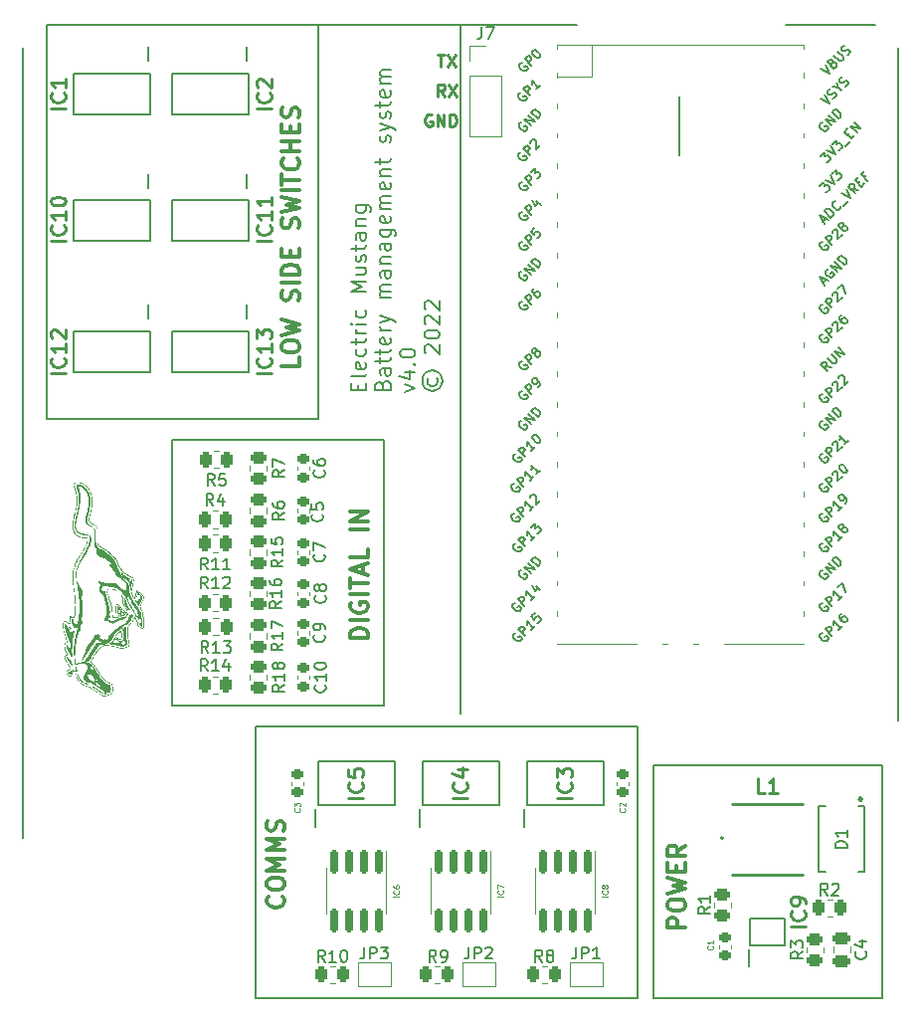
<source format=gto>
G04 #@! TF.GenerationSoftware,KiCad,Pcbnew,(6.0.5-0)*
G04 #@! TF.CreationDate,2023-01-01T23:21:56+00:00*
G04 #@! TF.ProjectId,bms,626d732e-6b69-4636-9164-5f7063625858,rev?*
G04 #@! TF.SameCoordinates,Original*
G04 #@! TF.FileFunction,Legend,Top*
G04 #@! TF.FilePolarity,Positive*
%FSLAX46Y46*%
G04 Gerber Fmt 4.6, Leading zero omitted, Abs format (unit mm)*
G04 Created by KiCad (PCBNEW (6.0.5-0)) date 2023-01-01 23:21:56*
%MOMM*%
%LPD*%
G01*
G04 APERTURE LIST*
G04 Aperture macros list*
%AMRoundRect*
0 Rectangle with rounded corners*
0 $1 Rounding radius*
0 $2 $3 $4 $5 $6 $7 $8 $9 X,Y pos of 4 corners*
0 Add a 4 corners polygon primitive as box body*
4,1,4,$2,$3,$4,$5,$6,$7,$8,$9,$2,$3,0*
0 Add four circle primitives for the rounded corners*
1,1,$1+$1,$2,$3*
1,1,$1+$1,$4,$5*
1,1,$1+$1,$6,$7*
1,1,$1+$1,$8,$9*
0 Add four rect primitives between the rounded corners*
20,1,$1+$1,$2,$3,$4,$5,0*
20,1,$1+$1,$4,$5,$6,$7,0*
20,1,$1+$1,$6,$7,$8,$9,0*
20,1,$1+$1,$8,$9,$2,$3,0*%
G04 Aperture macros list end*
%ADD10C,0.300000*%
%ADD11C,0.150000*%
%ADD12C,0.200000*%
%ADD13C,0.250000*%
%ADD14C,0.187500*%
%ADD15C,0.254000*%
%ADD16C,0.125000*%
%ADD17C,0.203200*%
%ADD18C,0.120000*%
%ADD19C,0.177800*%
%ADD20C,2.100000*%
%ADD21R,2.100000X2.100000*%
%ADD22C,4.800000*%
%ADD23R,1.000000X1.200000*%
%ADD24R,3.300000X1.200000*%
%ADD25R,0.450000X1.400000*%
%ADD26R,0.450000X1.475000*%
%ADD27R,1.700000X1.700000*%
%ADD28O,1.700000X1.700000*%
%ADD29RoundRect,0.250000X0.450000X-0.262500X0.450000X0.262500X-0.450000X0.262500X-0.450000X-0.262500X0*%
%ADD30RoundRect,0.150000X-0.150000X0.825000X-0.150000X-0.825000X0.150000X-0.825000X0.150000X0.825000X0*%
%ADD31R,1.000000X1.500000*%
%ADD32RoundRect,0.250000X-0.450000X0.262500X-0.450000X-0.262500X0.450000X-0.262500X0.450000X0.262500X0*%
%ADD33RoundRect,0.250000X0.262500X0.450000X-0.262500X0.450000X-0.262500X-0.450000X0.262500X-0.450000X0*%
%ADD34RoundRect,0.225000X-0.250000X0.225000X-0.250000X-0.225000X0.250000X-0.225000X0.250000X0.225000X0*%
%ADD35R,2.049780X2.049780*%
%ADD36O,1.500000X1.500000*%
%ADD37O,1.800000X1.800000*%
%ADD38R,3.500000X1.700000*%
%ADD39R,1.700000X3.500000*%
%ADD40RoundRect,0.225000X0.250000X-0.225000X0.250000X0.225000X-0.250000X0.225000X-0.250000X-0.225000X0*%
%ADD41RoundRect,0.250000X-0.262500X-0.450000X0.262500X-0.450000X0.262500X0.450000X-0.262500X0.450000X0*%
%ADD42RoundRect,0.250000X-0.475000X0.250000X-0.475000X-0.250000X0.475000X-0.250000X0.475000X0.250000X0*%
%ADD43R,1.600000X5.700000*%
G04 APERTURE END LIST*
D10*
X121328571Y-84164000D02*
X121328571Y-84878285D01*
X119828571Y-84878285D01*
X119828571Y-83378285D02*
X119828571Y-83092571D01*
X119900000Y-82949714D01*
X120042857Y-82806857D01*
X120328571Y-82735428D01*
X120828571Y-82735428D01*
X121114285Y-82806857D01*
X121257142Y-82949714D01*
X121328571Y-83092571D01*
X121328571Y-83378285D01*
X121257142Y-83521142D01*
X121114285Y-83664000D01*
X120828571Y-83735428D01*
X120328571Y-83735428D01*
X120042857Y-83664000D01*
X119900000Y-83521142D01*
X119828571Y-83378285D01*
X119828571Y-82235428D02*
X121328571Y-81878285D01*
X120257142Y-81592571D01*
X121328571Y-81306857D01*
X119828571Y-80949714D01*
X121257142Y-79306857D02*
X121328571Y-79092571D01*
X121328571Y-78735428D01*
X121257142Y-78592571D01*
X121185714Y-78521142D01*
X121042857Y-78449714D01*
X120900000Y-78449714D01*
X120757142Y-78521142D01*
X120685714Y-78592571D01*
X120614285Y-78735428D01*
X120542857Y-79021142D01*
X120471428Y-79164000D01*
X120400000Y-79235428D01*
X120257142Y-79306857D01*
X120114285Y-79306857D01*
X119971428Y-79235428D01*
X119900000Y-79164000D01*
X119828571Y-79021142D01*
X119828571Y-78664000D01*
X119900000Y-78449714D01*
X121328571Y-77806857D02*
X119828571Y-77806857D01*
X121328571Y-77092571D02*
X119828571Y-77092571D01*
X119828571Y-76735428D01*
X119900000Y-76521142D01*
X120042857Y-76378285D01*
X120185714Y-76306857D01*
X120471428Y-76235428D01*
X120685714Y-76235428D01*
X120971428Y-76306857D01*
X121114285Y-76378285D01*
X121257142Y-76521142D01*
X121328571Y-76735428D01*
X121328571Y-77092571D01*
X120542857Y-75592571D02*
X120542857Y-75092571D01*
X121328571Y-74878285D02*
X121328571Y-75592571D01*
X119828571Y-75592571D01*
X119828571Y-74878285D01*
X121257142Y-73164000D02*
X121328571Y-72949714D01*
X121328571Y-72592571D01*
X121257142Y-72449714D01*
X121185714Y-72378285D01*
X121042857Y-72306857D01*
X120900000Y-72306857D01*
X120757142Y-72378285D01*
X120685714Y-72449714D01*
X120614285Y-72592571D01*
X120542857Y-72878285D01*
X120471428Y-73021142D01*
X120400000Y-73092571D01*
X120257142Y-73164000D01*
X120114285Y-73164000D01*
X119971428Y-73092571D01*
X119900000Y-73021142D01*
X119828571Y-72878285D01*
X119828571Y-72521142D01*
X119900000Y-72306857D01*
X119828571Y-71806857D02*
X121328571Y-71449714D01*
X120257142Y-71164000D01*
X121328571Y-70878285D01*
X119828571Y-70521142D01*
X121328571Y-69949714D02*
X119828571Y-69949714D01*
X119828571Y-69449714D02*
X119828571Y-68592571D01*
X121328571Y-69021142D02*
X119828571Y-69021142D01*
X121185714Y-67235428D02*
X121257142Y-67306857D01*
X121328571Y-67521142D01*
X121328571Y-67664000D01*
X121257142Y-67878285D01*
X121114285Y-68021142D01*
X120971428Y-68092571D01*
X120685714Y-68164000D01*
X120471428Y-68164000D01*
X120185714Y-68092571D01*
X120042857Y-68021142D01*
X119900000Y-67878285D01*
X119828571Y-67664000D01*
X119828571Y-67521142D01*
X119900000Y-67306857D01*
X119971428Y-67235428D01*
X121328571Y-66592571D02*
X119828571Y-66592571D01*
X120542857Y-66592571D02*
X120542857Y-65735428D01*
X121328571Y-65735428D02*
X119828571Y-65735428D01*
X120542857Y-65021142D02*
X120542857Y-64521142D01*
X121328571Y-64306857D02*
X121328571Y-65021142D01*
X119828571Y-65021142D01*
X119828571Y-64306857D01*
X121257142Y-63735428D02*
X121328571Y-63521142D01*
X121328571Y-63164000D01*
X121257142Y-63021142D01*
X121185714Y-62949714D01*
X121042857Y-62878285D01*
X120900000Y-62878285D01*
X120757142Y-62949714D01*
X120685714Y-63021142D01*
X120614285Y-63164000D01*
X120542857Y-63449714D01*
X120471428Y-63592571D01*
X120400000Y-63664000D01*
X120257142Y-63735428D01*
X120114285Y-63735428D01*
X119971428Y-63664000D01*
X119900000Y-63592571D01*
X119828571Y-63449714D01*
X119828571Y-63092571D01*
X119900000Y-62878285D01*
D11*
X122936000Y-89408000D02*
X99780000Y-89408000D01*
X99780000Y-89408000D02*
X99780000Y-55832000D01*
X99780000Y-55832000D02*
X122936000Y-55832000D01*
X122936000Y-55832000D02*
X122936000Y-89408000D01*
D10*
X127170571Y-108008857D02*
X125670571Y-108008857D01*
X125670571Y-107651714D01*
X125742000Y-107437428D01*
X125884857Y-107294571D01*
X126027714Y-107223142D01*
X126313428Y-107151714D01*
X126527714Y-107151714D01*
X126813428Y-107223142D01*
X126956285Y-107294571D01*
X127099142Y-107437428D01*
X127170571Y-107651714D01*
X127170571Y-108008857D01*
X127170571Y-106508857D02*
X125670571Y-106508857D01*
X125742000Y-105008857D02*
X125670571Y-105151714D01*
X125670571Y-105366000D01*
X125742000Y-105580285D01*
X125884857Y-105723142D01*
X126027714Y-105794571D01*
X126313428Y-105866000D01*
X126527714Y-105866000D01*
X126813428Y-105794571D01*
X126956285Y-105723142D01*
X127099142Y-105580285D01*
X127170571Y-105366000D01*
X127170571Y-105223142D01*
X127099142Y-105008857D01*
X127027714Y-104937428D01*
X126527714Y-104937428D01*
X126527714Y-105223142D01*
X127170571Y-104294571D02*
X125670571Y-104294571D01*
X125670571Y-103794571D02*
X125670571Y-102937428D01*
X127170571Y-103366000D02*
X125670571Y-103366000D01*
X126742000Y-102508857D02*
X126742000Y-101794571D01*
X127170571Y-102651714D02*
X125670571Y-102151714D01*
X127170571Y-101651714D01*
X127170571Y-100437428D02*
X127170571Y-101151714D01*
X125670571Y-101151714D01*
X127170571Y-98794571D02*
X125670571Y-98794571D01*
X127170571Y-98080285D02*
X125670571Y-98080285D01*
X127170571Y-97223142D01*
X125670571Y-97223142D01*
D12*
X128524000Y-113792000D02*
X110490000Y-113792000D01*
X110490000Y-113792000D02*
X110490000Y-91186000D01*
X110490000Y-91186000D02*
X128524000Y-91186000D01*
X128524000Y-91186000D02*
X128524000Y-113792000D01*
D10*
X119915714Y-130004000D02*
X119987142Y-130075428D01*
X120058571Y-130289714D01*
X120058571Y-130432571D01*
X119987142Y-130646857D01*
X119844285Y-130789714D01*
X119701428Y-130861142D01*
X119415714Y-130932571D01*
X119201428Y-130932571D01*
X118915714Y-130861142D01*
X118772857Y-130789714D01*
X118630000Y-130646857D01*
X118558571Y-130432571D01*
X118558571Y-130289714D01*
X118630000Y-130075428D01*
X118701428Y-130004000D01*
X118558571Y-129075428D02*
X118558571Y-128789714D01*
X118630000Y-128646857D01*
X118772857Y-128504000D01*
X119058571Y-128432571D01*
X119558571Y-128432571D01*
X119844285Y-128504000D01*
X119987142Y-128646857D01*
X120058571Y-128789714D01*
X120058571Y-129075428D01*
X119987142Y-129218285D01*
X119844285Y-129361142D01*
X119558571Y-129432571D01*
X119058571Y-129432571D01*
X118772857Y-129361142D01*
X118630000Y-129218285D01*
X118558571Y-129075428D01*
X120058571Y-127789714D02*
X118558571Y-127789714D01*
X119630000Y-127289714D01*
X118558571Y-126789714D01*
X120058571Y-126789714D01*
X120058571Y-126075428D02*
X118558571Y-126075428D01*
X119630000Y-125575428D01*
X118558571Y-125075428D01*
X120058571Y-125075428D01*
X119987142Y-124432571D02*
X120058571Y-124218285D01*
X120058571Y-123861142D01*
X119987142Y-123718285D01*
X119915714Y-123646857D01*
X119772857Y-123575428D01*
X119630000Y-123575428D01*
X119487142Y-123646857D01*
X119415714Y-123718285D01*
X119344285Y-123861142D01*
X119272857Y-124146857D01*
X119201428Y-124289714D01*
X119130000Y-124361142D01*
X118987142Y-124432571D01*
X118844285Y-124432571D01*
X118701428Y-124361142D01*
X118630000Y-124289714D01*
X118558571Y-124146857D01*
X118558571Y-123789714D01*
X118630000Y-123575428D01*
D12*
X150114000Y-138684000D02*
X117602000Y-138684000D01*
X117602000Y-138684000D02*
X117602000Y-115570000D01*
X117602000Y-115570000D02*
X150114000Y-115570000D01*
X150114000Y-115570000D02*
X150114000Y-138684000D01*
D11*
X99780000Y-55832000D02*
X144961000Y-55832000D01*
X153692500Y-61938000D02*
X153692500Y-66938000D01*
X97780000Y-57832000D02*
X97780000Y-125000000D01*
X135055000Y-55832000D02*
X135055000Y-114432000D01*
D12*
X151479000Y-118872000D02*
X170942000Y-118872000D01*
X170942000Y-118872000D02*
X170942000Y-138684000D01*
X170942000Y-138684000D02*
X151479000Y-138684000D01*
X151479000Y-138684000D02*
X151479000Y-118872000D01*
D11*
X172330000Y-57832000D02*
X172330000Y-115000000D01*
X170330000Y-55832000D02*
X162741000Y-55832000D01*
D13*
X132588095Y-63508000D02*
X132492857Y-63460380D01*
X132350000Y-63460380D01*
X132207142Y-63508000D01*
X132111904Y-63603238D01*
X132064285Y-63698476D01*
X132016666Y-63888952D01*
X132016666Y-64031809D01*
X132064285Y-64222285D01*
X132111904Y-64317523D01*
X132207142Y-64412761D01*
X132350000Y-64460380D01*
X132445238Y-64460380D01*
X132588095Y-64412761D01*
X132635714Y-64365142D01*
X132635714Y-64031809D01*
X132445238Y-64031809D01*
X133064285Y-64460380D02*
X133064285Y-63460380D01*
X133635714Y-64460380D01*
X133635714Y-63460380D01*
X134111904Y-64460380D02*
X134111904Y-63460380D01*
X134350000Y-63460380D01*
X134492857Y-63508000D01*
X134588095Y-63603238D01*
X134635714Y-63698476D01*
X134683333Y-63888952D01*
X134683333Y-64031809D01*
X134635714Y-64222285D01*
X134588095Y-64317523D01*
X134492857Y-64412761D01*
X134350000Y-64460380D01*
X134111904Y-64460380D01*
D10*
X154189571Y-132664285D02*
X152689571Y-132664285D01*
X152689571Y-132092857D01*
X152761000Y-131950000D01*
X152832428Y-131878571D01*
X152975285Y-131807142D01*
X153189571Y-131807142D01*
X153332428Y-131878571D01*
X153403857Y-131950000D01*
X153475285Y-132092857D01*
X153475285Y-132664285D01*
X152689571Y-130878571D02*
X152689571Y-130592857D01*
X152761000Y-130450000D01*
X152903857Y-130307142D01*
X153189571Y-130235714D01*
X153689571Y-130235714D01*
X153975285Y-130307142D01*
X154118142Y-130450000D01*
X154189571Y-130592857D01*
X154189571Y-130878571D01*
X154118142Y-131021428D01*
X153975285Y-131164285D01*
X153689571Y-131235714D01*
X153189571Y-131235714D01*
X152903857Y-131164285D01*
X152761000Y-131021428D01*
X152689571Y-130878571D01*
X152689571Y-129735714D02*
X154189571Y-129378571D01*
X153118142Y-129092857D01*
X154189571Y-128807142D01*
X152689571Y-128450000D01*
X153403857Y-127878571D02*
X153403857Y-127378571D01*
X154189571Y-127164285D02*
X154189571Y-127878571D01*
X152689571Y-127878571D01*
X152689571Y-127164285D01*
X154189571Y-125664285D02*
X153475285Y-126164285D01*
X154189571Y-126521428D02*
X152689571Y-126521428D01*
X152689571Y-125950000D01*
X152761000Y-125807142D01*
X152832428Y-125735714D01*
X152975285Y-125664285D01*
X153189571Y-125664285D01*
X153332428Y-125735714D01*
X153403857Y-125807142D01*
X153475285Y-125950000D01*
X153475285Y-126521428D01*
D13*
X133691333Y-61920380D02*
X133358000Y-61444190D01*
X133119904Y-61920380D02*
X133119904Y-60920380D01*
X133500857Y-60920380D01*
X133596095Y-60968000D01*
X133643714Y-61015619D01*
X133691333Y-61110857D01*
X133691333Y-61253714D01*
X133643714Y-61348952D01*
X133596095Y-61396571D01*
X133500857Y-61444190D01*
X133119904Y-61444190D01*
X134024666Y-60920380D02*
X134691333Y-61920380D01*
X134691333Y-60920380D02*
X134024666Y-61920380D01*
X133096095Y-58380380D02*
X133667523Y-58380380D01*
X133381809Y-59380380D02*
X133381809Y-58380380D01*
X133905619Y-58380380D02*
X134572285Y-59380380D01*
X134572285Y-58380380D02*
X133905619Y-59380380D01*
D14*
X126307642Y-86944601D02*
X126307642Y-86511267D01*
X126988595Y-86325553D02*
X126988595Y-86944601D01*
X125688595Y-86944601D01*
X125688595Y-86325553D01*
X126988595Y-85582696D02*
X126926690Y-85706505D01*
X126802880Y-85768410D01*
X125688595Y-85768410D01*
X126926690Y-84592220D02*
X126988595Y-84716029D01*
X126988595Y-84963648D01*
X126926690Y-85087458D01*
X126802880Y-85149363D01*
X126307642Y-85149363D01*
X126183833Y-85087458D01*
X126121928Y-84963648D01*
X126121928Y-84716029D01*
X126183833Y-84592220D01*
X126307642Y-84530315D01*
X126431452Y-84530315D01*
X126555261Y-85149363D01*
X126926690Y-83416029D02*
X126988595Y-83539839D01*
X126988595Y-83787458D01*
X126926690Y-83911267D01*
X126864785Y-83973172D01*
X126740976Y-84035077D01*
X126369547Y-84035077D01*
X126245738Y-83973172D01*
X126183833Y-83911267D01*
X126121928Y-83787458D01*
X126121928Y-83539839D01*
X126183833Y-83416029D01*
X126121928Y-83044601D02*
X126121928Y-82549363D01*
X125688595Y-82858886D02*
X126802880Y-82858886D01*
X126926690Y-82796982D01*
X126988595Y-82673172D01*
X126988595Y-82549363D01*
X126988595Y-82116029D02*
X126121928Y-82116029D01*
X126369547Y-82116029D02*
X126245738Y-82054125D01*
X126183833Y-81992220D01*
X126121928Y-81868410D01*
X126121928Y-81744601D01*
X126988595Y-81311267D02*
X126121928Y-81311267D01*
X125688595Y-81311267D02*
X125750500Y-81373172D01*
X125812404Y-81311267D01*
X125750500Y-81249363D01*
X125688595Y-81311267D01*
X125812404Y-81311267D01*
X126926690Y-80135077D02*
X126988595Y-80258886D01*
X126988595Y-80506505D01*
X126926690Y-80630315D01*
X126864785Y-80692220D01*
X126740976Y-80754125D01*
X126369547Y-80754125D01*
X126245738Y-80692220D01*
X126183833Y-80630315D01*
X126121928Y-80506505D01*
X126121928Y-80258886D01*
X126183833Y-80135077D01*
X126988595Y-78587458D02*
X125688595Y-78587458D01*
X126617166Y-78154125D01*
X125688595Y-77720791D01*
X126988595Y-77720791D01*
X126121928Y-76544601D02*
X126988595Y-76544601D01*
X126121928Y-77101744D02*
X126802880Y-77101744D01*
X126926690Y-77039839D01*
X126988595Y-76916029D01*
X126988595Y-76730315D01*
X126926690Y-76606505D01*
X126864785Y-76544601D01*
X126926690Y-75987458D02*
X126988595Y-75863648D01*
X126988595Y-75616029D01*
X126926690Y-75492220D01*
X126802880Y-75430315D01*
X126740976Y-75430315D01*
X126617166Y-75492220D01*
X126555261Y-75616029D01*
X126555261Y-75801744D01*
X126493357Y-75925553D01*
X126369547Y-75987458D01*
X126307642Y-75987458D01*
X126183833Y-75925553D01*
X126121928Y-75801744D01*
X126121928Y-75616029D01*
X126183833Y-75492220D01*
X126121928Y-75058886D02*
X126121928Y-74563648D01*
X125688595Y-74873172D02*
X126802880Y-74873172D01*
X126926690Y-74811267D01*
X126988595Y-74687458D01*
X126988595Y-74563648D01*
X126988595Y-73573172D02*
X126307642Y-73573172D01*
X126183833Y-73635077D01*
X126121928Y-73758886D01*
X126121928Y-74006505D01*
X126183833Y-74130315D01*
X126926690Y-73573172D02*
X126988595Y-73696982D01*
X126988595Y-74006505D01*
X126926690Y-74130315D01*
X126802880Y-74192220D01*
X126679071Y-74192220D01*
X126555261Y-74130315D01*
X126493357Y-74006505D01*
X126493357Y-73696982D01*
X126431452Y-73573172D01*
X126121928Y-72954125D02*
X126988595Y-72954125D01*
X126245738Y-72954125D02*
X126183833Y-72892220D01*
X126121928Y-72768410D01*
X126121928Y-72582696D01*
X126183833Y-72458886D01*
X126307642Y-72396982D01*
X126988595Y-72396982D01*
X126121928Y-71220791D02*
X127174309Y-71220791D01*
X127298119Y-71282696D01*
X127360023Y-71344601D01*
X127421928Y-71468410D01*
X127421928Y-71654125D01*
X127360023Y-71777934D01*
X126926690Y-71220791D02*
X126988595Y-71344601D01*
X126988595Y-71592220D01*
X126926690Y-71716029D01*
X126864785Y-71777934D01*
X126740976Y-71839839D01*
X126369547Y-71839839D01*
X126245738Y-71777934D01*
X126183833Y-71716029D01*
X126121928Y-71592220D01*
X126121928Y-71344601D01*
X126183833Y-71220791D01*
X128400642Y-86511267D02*
X128462547Y-86325553D01*
X128524452Y-86263648D01*
X128648261Y-86201744D01*
X128833976Y-86201744D01*
X128957785Y-86263648D01*
X129019690Y-86325553D01*
X129081595Y-86449363D01*
X129081595Y-86944601D01*
X127781595Y-86944601D01*
X127781595Y-86511267D01*
X127843500Y-86387458D01*
X127905404Y-86325553D01*
X128029214Y-86263648D01*
X128153023Y-86263648D01*
X128276833Y-86325553D01*
X128338738Y-86387458D01*
X128400642Y-86511267D01*
X128400642Y-86944601D01*
X129081595Y-85087458D02*
X128400642Y-85087458D01*
X128276833Y-85149363D01*
X128214928Y-85273172D01*
X128214928Y-85520791D01*
X128276833Y-85644601D01*
X129019690Y-85087458D02*
X129081595Y-85211267D01*
X129081595Y-85520791D01*
X129019690Y-85644601D01*
X128895880Y-85706505D01*
X128772071Y-85706505D01*
X128648261Y-85644601D01*
X128586357Y-85520791D01*
X128586357Y-85211267D01*
X128524452Y-85087458D01*
X128214928Y-84654125D02*
X128214928Y-84158886D01*
X127781595Y-84468410D02*
X128895880Y-84468410D01*
X129019690Y-84406505D01*
X129081595Y-84282696D01*
X129081595Y-84158886D01*
X128214928Y-83911267D02*
X128214928Y-83416029D01*
X127781595Y-83725553D02*
X128895880Y-83725553D01*
X129019690Y-83663648D01*
X129081595Y-83539839D01*
X129081595Y-83416029D01*
X129019690Y-82487458D02*
X129081595Y-82611267D01*
X129081595Y-82858886D01*
X129019690Y-82982696D01*
X128895880Y-83044601D01*
X128400642Y-83044601D01*
X128276833Y-82982696D01*
X128214928Y-82858886D01*
X128214928Y-82611267D01*
X128276833Y-82487458D01*
X128400642Y-82425553D01*
X128524452Y-82425553D01*
X128648261Y-83044601D01*
X129081595Y-81868410D02*
X128214928Y-81868410D01*
X128462547Y-81868410D02*
X128338738Y-81806505D01*
X128276833Y-81744601D01*
X128214928Y-81620791D01*
X128214928Y-81496982D01*
X128214928Y-81187458D02*
X129081595Y-80877934D01*
X128214928Y-80568410D02*
X129081595Y-80877934D01*
X129391119Y-81001744D01*
X129453023Y-81063648D01*
X129514928Y-81187458D01*
X129081595Y-79082696D02*
X128214928Y-79082696D01*
X128338738Y-79082696D02*
X128276833Y-79020791D01*
X128214928Y-78896982D01*
X128214928Y-78711267D01*
X128276833Y-78587458D01*
X128400642Y-78525553D01*
X129081595Y-78525553D01*
X128400642Y-78525553D02*
X128276833Y-78463648D01*
X128214928Y-78339839D01*
X128214928Y-78154125D01*
X128276833Y-78030315D01*
X128400642Y-77968410D01*
X129081595Y-77968410D01*
X129081595Y-76792220D02*
X128400642Y-76792220D01*
X128276833Y-76854125D01*
X128214928Y-76977934D01*
X128214928Y-77225553D01*
X128276833Y-77349363D01*
X129019690Y-76792220D02*
X129081595Y-76916029D01*
X129081595Y-77225553D01*
X129019690Y-77349363D01*
X128895880Y-77411267D01*
X128772071Y-77411267D01*
X128648261Y-77349363D01*
X128586357Y-77225553D01*
X128586357Y-76916029D01*
X128524452Y-76792220D01*
X128214928Y-76173172D02*
X129081595Y-76173172D01*
X128338738Y-76173172D02*
X128276833Y-76111267D01*
X128214928Y-75987458D01*
X128214928Y-75801744D01*
X128276833Y-75677934D01*
X128400642Y-75616029D01*
X129081595Y-75616029D01*
X129081595Y-74439839D02*
X128400642Y-74439839D01*
X128276833Y-74501744D01*
X128214928Y-74625553D01*
X128214928Y-74873172D01*
X128276833Y-74996982D01*
X129019690Y-74439839D02*
X129081595Y-74563648D01*
X129081595Y-74873172D01*
X129019690Y-74996982D01*
X128895880Y-75058886D01*
X128772071Y-75058886D01*
X128648261Y-74996982D01*
X128586357Y-74873172D01*
X128586357Y-74563648D01*
X128524452Y-74439839D01*
X128214928Y-73263648D02*
X129267309Y-73263648D01*
X129391119Y-73325553D01*
X129453023Y-73387458D01*
X129514928Y-73511267D01*
X129514928Y-73696982D01*
X129453023Y-73820791D01*
X129019690Y-73263648D02*
X129081595Y-73387458D01*
X129081595Y-73635077D01*
X129019690Y-73758886D01*
X128957785Y-73820791D01*
X128833976Y-73882696D01*
X128462547Y-73882696D01*
X128338738Y-73820791D01*
X128276833Y-73758886D01*
X128214928Y-73635077D01*
X128214928Y-73387458D01*
X128276833Y-73263648D01*
X129019690Y-72149363D02*
X129081595Y-72273172D01*
X129081595Y-72520791D01*
X129019690Y-72644601D01*
X128895880Y-72706505D01*
X128400642Y-72706505D01*
X128276833Y-72644601D01*
X128214928Y-72520791D01*
X128214928Y-72273172D01*
X128276833Y-72149363D01*
X128400642Y-72087458D01*
X128524452Y-72087458D01*
X128648261Y-72706505D01*
X129081595Y-71530315D02*
X128214928Y-71530315D01*
X128338738Y-71530315D02*
X128276833Y-71468410D01*
X128214928Y-71344601D01*
X128214928Y-71158886D01*
X128276833Y-71035077D01*
X128400642Y-70973172D01*
X129081595Y-70973172D01*
X128400642Y-70973172D02*
X128276833Y-70911267D01*
X128214928Y-70787458D01*
X128214928Y-70601744D01*
X128276833Y-70477934D01*
X128400642Y-70416029D01*
X129081595Y-70416029D01*
X129019690Y-69301744D02*
X129081595Y-69425553D01*
X129081595Y-69673172D01*
X129019690Y-69796982D01*
X128895880Y-69858886D01*
X128400642Y-69858886D01*
X128276833Y-69796982D01*
X128214928Y-69673172D01*
X128214928Y-69425553D01*
X128276833Y-69301744D01*
X128400642Y-69239839D01*
X128524452Y-69239839D01*
X128648261Y-69858886D01*
X128214928Y-68682696D02*
X129081595Y-68682696D01*
X128338738Y-68682696D02*
X128276833Y-68620791D01*
X128214928Y-68496982D01*
X128214928Y-68311267D01*
X128276833Y-68187458D01*
X128400642Y-68125553D01*
X129081595Y-68125553D01*
X128214928Y-67692220D02*
X128214928Y-67196982D01*
X127781595Y-67506505D02*
X128895880Y-67506505D01*
X129019690Y-67444601D01*
X129081595Y-67320791D01*
X129081595Y-67196982D01*
X129019690Y-65835077D02*
X129081595Y-65711267D01*
X129081595Y-65463648D01*
X129019690Y-65339839D01*
X128895880Y-65277934D01*
X128833976Y-65277934D01*
X128710166Y-65339839D01*
X128648261Y-65463648D01*
X128648261Y-65649363D01*
X128586357Y-65773172D01*
X128462547Y-65835077D01*
X128400642Y-65835077D01*
X128276833Y-65773172D01*
X128214928Y-65649363D01*
X128214928Y-65463648D01*
X128276833Y-65339839D01*
X128214928Y-64844601D02*
X129081595Y-64535077D01*
X128214928Y-64225553D02*
X129081595Y-64535077D01*
X129391119Y-64658886D01*
X129453023Y-64720791D01*
X129514928Y-64844601D01*
X129019690Y-63792220D02*
X129081595Y-63668410D01*
X129081595Y-63420791D01*
X129019690Y-63296982D01*
X128895880Y-63235077D01*
X128833976Y-63235077D01*
X128710166Y-63296982D01*
X128648261Y-63420791D01*
X128648261Y-63606505D01*
X128586357Y-63730315D01*
X128462547Y-63792220D01*
X128400642Y-63792220D01*
X128276833Y-63730315D01*
X128214928Y-63606505D01*
X128214928Y-63420791D01*
X128276833Y-63296982D01*
X128214928Y-62863648D02*
X128214928Y-62368410D01*
X127781595Y-62677934D02*
X128895880Y-62677934D01*
X129019690Y-62616029D01*
X129081595Y-62492220D01*
X129081595Y-62368410D01*
X129019690Y-61439839D02*
X129081595Y-61563648D01*
X129081595Y-61811267D01*
X129019690Y-61935077D01*
X128895880Y-61996982D01*
X128400642Y-61996982D01*
X128276833Y-61935077D01*
X128214928Y-61811267D01*
X128214928Y-61563648D01*
X128276833Y-61439839D01*
X128400642Y-61377934D01*
X128524452Y-61377934D01*
X128648261Y-61996982D01*
X129081595Y-60820791D02*
X128214928Y-60820791D01*
X128338738Y-60820791D02*
X128276833Y-60758886D01*
X128214928Y-60635077D01*
X128214928Y-60449363D01*
X128276833Y-60325553D01*
X128400642Y-60263648D01*
X129081595Y-60263648D01*
X128400642Y-60263648D02*
X128276833Y-60201744D01*
X128214928Y-60077934D01*
X128214928Y-59892220D01*
X128276833Y-59768410D01*
X128400642Y-59706505D01*
X129081595Y-59706505D01*
X130307928Y-87068410D02*
X131174595Y-86758886D01*
X130307928Y-86449363D01*
X130307928Y-85396982D02*
X131174595Y-85396982D01*
X129812690Y-85706505D02*
X130741261Y-86016029D01*
X130741261Y-85211267D01*
X131050785Y-84716029D02*
X131112690Y-84654125D01*
X131174595Y-84716029D01*
X131112690Y-84777934D01*
X131050785Y-84716029D01*
X131174595Y-84716029D01*
X129874595Y-83849363D02*
X129874595Y-83725553D01*
X129936500Y-83601744D01*
X129998404Y-83539839D01*
X130122214Y-83477934D01*
X130369833Y-83416029D01*
X130679357Y-83416029D01*
X130926976Y-83477934D01*
X131050785Y-83539839D01*
X131112690Y-83601744D01*
X131174595Y-83725553D01*
X131174595Y-83849363D01*
X131112690Y-83973172D01*
X131050785Y-84035077D01*
X130926976Y-84096982D01*
X130679357Y-84158886D01*
X130369833Y-84158886D01*
X130122214Y-84096982D01*
X129998404Y-84035077D01*
X129936500Y-83973172D01*
X129874595Y-83849363D01*
X132277119Y-85892220D02*
X132215214Y-86016029D01*
X132215214Y-86263648D01*
X132277119Y-86387458D01*
X132400928Y-86511267D01*
X132524738Y-86573172D01*
X132772357Y-86573172D01*
X132896166Y-86511267D01*
X133019976Y-86387458D01*
X133081880Y-86263648D01*
X133081880Y-86016029D01*
X133019976Y-85892220D01*
X131781880Y-86139839D02*
X131843785Y-86449363D01*
X132029500Y-86758886D01*
X132339023Y-86944601D01*
X132648547Y-87006505D01*
X132958071Y-86944601D01*
X133267595Y-86758886D01*
X133453309Y-86449363D01*
X133515214Y-86139839D01*
X133453309Y-85830315D01*
X133267595Y-85520791D01*
X132958071Y-85335077D01*
X132648547Y-85273172D01*
X132339023Y-85335077D01*
X132029500Y-85520791D01*
X131843785Y-85830315D01*
X131781880Y-86139839D01*
X132091404Y-83787458D02*
X132029500Y-83725553D01*
X131967595Y-83601744D01*
X131967595Y-83292220D01*
X132029500Y-83168410D01*
X132091404Y-83106505D01*
X132215214Y-83044601D01*
X132339023Y-83044601D01*
X132524738Y-83106505D01*
X133267595Y-83849363D01*
X133267595Y-83044601D01*
X131967595Y-82239839D02*
X131967595Y-82116029D01*
X132029500Y-81992220D01*
X132091404Y-81930315D01*
X132215214Y-81868410D01*
X132462833Y-81806505D01*
X132772357Y-81806505D01*
X133019976Y-81868410D01*
X133143785Y-81930315D01*
X133205690Y-81992220D01*
X133267595Y-82116029D01*
X133267595Y-82239839D01*
X133205690Y-82363648D01*
X133143785Y-82425553D01*
X133019976Y-82487458D01*
X132772357Y-82549363D01*
X132462833Y-82549363D01*
X132215214Y-82487458D01*
X132091404Y-82425553D01*
X132029500Y-82363648D01*
X131967595Y-82239839D01*
X132091404Y-81311267D02*
X132029500Y-81249363D01*
X131967595Y-81125553D01*
X131967595Y-80816029D01*
X132029500Y-80692220D01*
X132091404Y-80630315D01*
X132215214Y-80568410D01*
X132339023Y-80568410D01*
X132524738Y-80630315D01*
X133267595Y-81373172D01*
X133267595Y-80568410D01*
X132091404Y-80073172D02*
X132029500Y-80011267D01*
X131967595Y-79887458D01*
X131967595Y-79577934D01*
X132029500Y-79454125D01*
X132091404Y-79392220D01*
X132215214Y-79330315D01*
X132339023Y-79330315D01*
X132524738Y-79392220D01*
X133267595Y-80135077D01*
X133267595Y-79330315D01*
D15*
X118938523Y-85508523D02*
X117668523Y-85508523D01*
X118817571Y-84178047D02*
X118878047Y-84238523D01*
X118938523Y-84419952D01*
X118938523Y-84540904D01*
X118878047Y-84722333D01*
X118757095Y-84843285D01*
X118636142Y-84903761D01*
X118394238Y-84964238D01*
X118212809Y-84964238D01*
X117970904Y-84903761D01*
X117849952Y-84843285D01*
X117729000Y-84722333D01*
X117668523Y-84540904D01*
X117668523Y-84419952D01*
X117729000Y-84238523D01*
X117789476Y-84178047D01*
X118938523Y-82968523D02*
X118938523Y-83694238D01*
X118938523Y-83331380D02*
X117668523Y-83331380D01*
X117849952Y-83452333D01*
X117970904Y-83573285D01*
X118031380Y-83694238D01*
X117668523Y-82545190D02*
X117668523Y-81759000D01*
X118152333Y-82182333D01*
X118152333Y-82000904D01*
X118212809Y-81879952D01*
X118273285Y-81819476D01*
X118394238Y-81759000D01*
X118696619Y-81759000D01*
X118817571Y-81819476D01*
X118878047Y-81879952D01*
X118938523Y-82000904D01*
X118938523Y-82363761D01*
X118878047Y-82484714D01*
X118817571Y-82545190D01*
X101412523Y-85508523D02*
X100142523Y-85508523D01*
X101291571Y-84178047D02*
X101352047Y-84238523D01*
X101412523Y-84419952D01*
X101412523Y-84540904D01*
X101352047Y-84722333D01*
X101231095Y-84843285D01*
X101110142Y-84903761D01*
X100868238Y-84964238D01*
X100686809Y-84964238D01*
X100444904Y-84903761D01*
X100323952Y-84843285D01*
X100203000Y-84722333D01*
X100142523Y-84540904D01*
X100142523Y-84419952D01*
X100203000Y-84238523D01*
X100263476Y-84178047D01*
X101412523Y-82968523D02*
X101412523Y-83694238D01*
X101412523Y-83331380D02*
X100142523Y-83331380D01*
X100323952Y-83452333D01*
X100444904Y-83573285D01*
X100505380Y-83694238D01*
X100263476Y-82484714D02*
X100203000Y-82424238D01*
X100142523Y-82303285D01*
X100142523Y-82000904D01*
X100203000Y-81879952D01*
X100263476Y-81819476D01*
X100384428Y-81759000D01*
X100505380Y-81759000D01*
X100686809Y-81819476D01*
X101412523Y-82545190D01*
X101412523Y-81759000D01*
X118938523Y-74234523D02*
X117668523Y-74234523D01*
X118817571Y-72904047D02*
X118878047Y-72964523D01*
X118938523Y-73145952D01*
X118938523Y-73266904D01*
X118878047Y-73448333D01*
X118757095Y-73569285D01*
X118636142Y-73629761D01*
X118394238Y-73690238D01*
X118212809Y-73690238D01*
X117970904Y-73629761D01*
X117849952Y-73569285D01*
X117729000Y-73448333D01*
X117668523Y-73266904D01*
X117668523Y-73145952D01*
X117729000Y-72964523D01*
X117789476Y-72904047D01*
X118938523Y-71694523D02*
X118938523Y-72420238D01*
X118938523Y-72057380D02*
X117668523Y-72057380D01*
X117849952Y-72178333D01*
X117970904Y-72299285D01*
X118031380Y-72420238D01*
X118938523Y-70485000D02*
X118938523Y-71210714D01*
X118938523Y-70847857D02*
X117668523Y-70847857D01*
X117849952Y-70968809D01*
X117970904Y-71089761D01*
X118031380Y-71210714D01*
X101412523Y-74234523D02*
X100142523Y-74234523D01*
X101291571Y-72904047D02*
X101352047Y-72964523D01*
X101412523Y-73145952D01*
X101412523Y-73266904D01*
X101352047Y-73448333D01*
X101231095Y-73569285D01*
X101110142Y-73629761D01*
X100868238Y-73690238D01*
X100686809Y-73690238D01*
X100444904Y-73629761D01*
X100323952Y-73569285D01*
X100203000Y-73448333D01*
X100142523Y-73266904D01*
X100142523Y-73145952D01*
X100203000Y-72964523D01*
X100263476Y-72904047D01*
X101412523Y-71694523D02*
X101412523Y-72420238D01*
X101412523Y-72057380D02*
X100142523Y-72057380D01*
X100323952Y-72178333D01*
X100444904Y-72299285D01*
X100505380Y-72420238D01*
X100142523Y-70908333D02*
X100142523Y-70787380D01*
X100203000Y-70666428D01*
X100263476Y-70605952D01*
X100384428Y-70545476D01*
X100626333Y-70485000D01*
X100928714Y-70485000D01*
X101170619Y-70545476D01*
X101291571Y-70605952D01*
X101352047Y-70666428D01*
X101412523Y-70787380D01*
X101412523Y-70908333D01*
X101352047Y-71029285D01*
X101291571Y-71089761D01*
X101170619Y-71150238D01*
X100928714Y-71210714D01*
X100626333Y-71210714D01*
X100384428Y-71150238D01*
X100263476Y-71089761D01*
X100203000Y-71029285D01*
X100142523Y-70908333D01*
X164404523Y-132557761D02*
X163134523Y-132557761D01*
X164283571Y-131227285D02*
X164344047Y-131287761D01*
X164404523Y-131469190D01*
X164404523Y-131590142D01*
X164344047Y-131771571D01*
X164223095Y-131892523D01*
X164102142Y-131953000D01*
X163860238Y-132013476D01*
X163678809Y-132013476D01*
X163436904Y-131953000D01*
X163315952Y-131892523D01*
X163195000Y-131771571D01*
X163134523Y-131590142D01*
X163134523Y-131469190D01*
X163195000Y-131287761D01*
X163255476Y-131227285D01*
X164404523Y-130622523D02*
X164404523Y-130380619D01*
X164344047Y-130259666D01*
X164283571Y-130199190D01*
X164102142Y-130078238D01*
X163860238Y-130017761D01*
X163376428Y-130017761D01*
X163255476Y-130078238D01*
X163195000Y-130138714D01*
X163134523Y-130259666D01*
X163134523Y-130501571D01*
X163195000Y-130622523D01*
X163255476Y-130683000D01*
X163376428Y-130743476D01*
X163678809Y-130743476D01*
X163799761Y-130683000D01*
X163860238Y-130622523D01*
X163920714Y-130501571D01*
X163920714Y-130259666D01*
X163860238Y-130138714D01*
X163799761Y-130078238D01*
X163678809Y-130017761D01*
X126739523Y-121635761D02*
X125469523Y-121635761D01*
X126618571Y-120305285D02*
X126679047Y-120365761D01*
X126739523Y-120547190D01*
X126739523Y-120668142D01*
X126679047Y-120849571D01*
X126558095Y-120970523D01*
X126437142Y-121031000D01*
X126195238Y-121091476D01*
X126013809Y-121091476D01*
X125771904Y-121031000D01*
X125650952Y-120970523D01*
X125530000Y-120849571D01*
X125469523Y-120668142D01*
X125469523Y-120547190D01*
X125530000Y-120365761D01*
X125590476Y-120305285D01*
X125469523Y-119156238D02*
X125469523Y-119761000D01*
X126074285Y-119821476D01*
X126013809Y-119761000D01*
X125953333Y-119640047D01*
X125953333Y-119337666D01*
X126013809Y-119216714D01*
X126074285Y-119156238D01*
X126195238Y-119095761D01*
X126497619Y-119095761D01*
X126618571Y-119156238D01*
X126679047Y-119216714D01*
X126739523Y-119337666D01*
X126739523Y-119640047D01*
X126679047Y-119761000D01*
X126618571Y-119821476D01*
X135629523Y-121635761D02*
X134359523Y-121635761D01*
X135508571Y-120305285D02*
X135569047Y-120365761D01*
X135629523Y-120547190D01*
X135629523Y-120668142D01*
X135569047Y-120849571D01*
X135448095Y-120970523D01*
X135327142Y-121031000D01*
X135085238Y-121091476D01*
X134903809Y-121091476D01*
X134661904Y-121031000D01*
X134540952Y-120970523D01*
X134420000Y-120849571D01*
X134359523Y-120668142D01*
X134359523Y-120547190D01*
X134420000Y-120365761D01*
X134480476Y-120305285D01*
X134782857Y-119216714D02*
X135629523Y-119216714D01*
X134299047Y-119519095D02*
X135206190Y-119821476D01*
X135206190Y-119035285D01*
X144519523Y-121635761D02*
X143249523Y-121635761D01*
X144398571Y-120305285D02*
X144459047Y-120365761D01*
X144519523Y-120547190D01*
X144519523Y-120668142D01*
X144459047Y-120849571D01*
X144338095Y-120970523D01*
X144217142Y-121031000D01*
X143975238Y-121091476D01*
X143793809Y-121091476D01*
X143551904Y-121031000D01*
X143430952Y-120970523D01*
X143310000Y-120849571D01*
X143249523Y-120668142D01*
X143249523Y-120547190D01*
X143310000Y-120365761D01*
X143370476Y-120305285D01*
X143249523Y-119881952D02*
X143249523Y-119095761D01*
X143733333Y-119519095D01*
X143733333Y-119337666D01*
X143793809Y-119216714D01*
X143854285Y-119156238D01*
X143975238Y-119095761D01*
X144277619Y-119095761D01*
X144398571Y-119156238D01*
X144459047Y-119216714D01*
X144519523Y-119337666D01*
X144519523Y-119700523D01*
X144459047Y-119821476D01*
X144398571Y-119881952D01*
X118938523Y-62961761D02*
X117668523Y-62961761D01*
X118817571Y-61631285D02*
X118878047Y-61691761D01*
X118938523Y-61873190D01*
X118938523Y-61994142D01*
X118878047Y-62175571D01*
X118757095Y-62296523D01*
X118636142Y-62357000D01*
X118394238Y-62417476D01*
X118212809Y-62417476D01*
X117970904Y-62357000D01*
X117849952Y-62296523D01*
X117729000Y-62175571D01*
X117668523Y-61994142D01*
X117668523Y-61873190D01*
X117729000Y-61691761D01*
X117789476Y-61631285D01*
X117789476Y-61147476D02*
X117729000Y-61087000D01*
X117668523Y-60966047D01*
X117668523Y-60663666D01*
X117729000Y-60542714D01*
X117789476Y-60482238D01*
X117910428Y-60421761D01*
X118031380Y-60421761D01*
X118212809Y-60482238D01*
X118938523Y-61207952D01*
X118938523Y-60421761D01*
X101412523Y-62961761D02*
X100142523Y-62961761D01*
X101291571Y-61631285D02*
X101352047Y-61691761D01*
X101412523Y-61873190D01*
X101412523Y-61994142D01*
X101352047Y-62175571D01*
X101231095Y-62296523D01*
X101110142Y-62357000D01*
X100868238Y-62417476D01*
X100686809Y-62417476D01*
X100444904Y-62357000D01*
X100323952Y-62296523D01*
X100203000Y-62175571D01*
X100142523Y-61994142D01*
X100142523Y-61873190D01*
X100203000Y-61691761D01*
X100263476Y-61631285D01*
X101412523Y-60421761D02*
X101412523Y-61147476D01*
X101412523Y-60784619D02*
X100142523Y-60784619D01*
X100323952Y-60905571D01*
X100444904Y-61026523D01*
X100505380Y-61147476D01*
D11*
X136826666Y-56050380D02*
X136826666Y-56764666D01*
X136779047Y-56907523D01*
X136683809Y-57002761D01*
X136540952Y-57050380D01*
X136445714Y-57050380D01*
X137207619Y-56050380D02*
X137874285Y-56050380D01*
X137445714Y-57050380D01*
X119787630Y-104886357D02*
X119311440Y-105219690D01*
X119787630Y-105457785D02*
X118787630Y-105457785D01*
X118787630Y-105076833D01*
X118835250Y-104981595D01*
X118882869Y-104933976D01*
X118978107Y-104886357D01*
X119120964Y-104886357D01*
X119216202Y-104933976D01*
X119263821Y-104981595D01*
X119311440Y-105076833D01*
X119311440Y-105457785D01*
X119787630Y-103933976D02*
X119787630Y-104505404D01*
X119787630Y-104219690D02*
X118787630Y-104219690D01*
X118930488Y-104314928D01*
X119025726Y-104410166D01*
X119073345Y-104505404D01*
X118787630Y-103076833D02*
X118787630Y-103267309D01*
X118835250Y-103362547D01*
X118882869Y-103410166D01*
X119025726Y-103505404D01*
X119216202Y-103553023D01*
X119597154Y-103553023D01*
X119692392Y-103505404D01*
X119740011Y-103457785D01*
X119787630Y-103362547D01*
X119787630Y-103172071D01*
X119740011Y-103076833D01*
X119692392Y-103029214D01*
X119597154Y-102981595D01*
X119359059Y-102981595D01*
X119263821Y-103029214D01*
X119216202Y-103076833D01*
X119168583Y-103172071D01*
X119168583Y-103362547D01*
X119216202Y-103457785D01*
X119263821Y-103505404D01*
X119359059Y-103553023D01*
D16*
X138681190Y-130028095D02*
X138181190Y-130028095D01*
X138633571Y-129504285D02*
X138657380Y-129528095D01*
X138681190Y-129599523D01*
X138681190Y-129647142D01*
X138657380Y-129718571D01*
X138609761Y-129766190D01*
X138562142Y-129790000D01*
X138466904Y-129813809D01*
X138395476Y-129813809D01*
X138300238Y-129790000D01*
X138252619Y-129766190D01*
X138205000Y-129718571D01*
X138181190Y-129647142D01*
X138181190Y-129599523D01*
X138205000Y-129528095D01*
X138228809Y-129504285D01*
X138181190Y-129337619D02*
X138181190Y-129004285D01*
X138681190Y-129218571D01*
D11*
X144889666Y-134304380D02*
X144889666Y-135018666D01*
X144842047Y-135161523D01*
X144746809Y-135256761D01*
X144603952Y-135304380D01*
X144508714Y-135304380D01*
X145365857Y-135304380D02*
X145365857Y-134304380D01*
X145746809Y-134304380D01*
X145842047Y-134352000D01*
X145889666Y-134399619D01*
X145937285Y-134494857D01*
X145937285Y-134637714D01*
X145889666Y-134732952D01*
X145842047Y-134780571D01*
X145746809Y-134828190D01*
X145365857Y-134828190D01*
X146889666Y-135304380D02*
X146318238Y-135304380D01*
X146603952Y-135304380D02*
X146603952Y-134304380D01*
X146508714Y-134447238D01*
X146413476Y-134542476D01*
X146318238Y-134590095D01*
X164187380Y-134700666D02*
X163711190Y-135034000D01*
X164187380Y-135272095D02*
X163187380Y-135272095D01*
X163187380Y-134891142D01*
X163235000Y-134795904D01*
X163282619Y-134748285D01*
X163377857Y-134700666D01*
X163520714Y-134700666D01*
X163615952Y-134748285D01*
X163663571Y-134795904D01*
X163711190Y-134891142D01*
X163711190Y-135272095D01*
X163187380Y-134367333D02*
X163187380Y-133748285D01*
X163568333Y-134081619D01*
X163568333Y-133938761D01*
X163615952Y-133843523D01*
X163663571Y-133795904D01*
X163758809Y-133748285D01*
X163996904Y-133748285D01*
X164092142Y-133795904D01*
X164139761Y-133843523D01*
X164187380Y-133938761D01*
X164187380Y-134224476D01*
X164139761Y-134319714D01*
X164092142Y-134367333D01*
X120041630Y-97345166D02*
X119565440Y-97678500D01*
X120041630Y-97916595D02*
X119041630Y-97916595D01*
X119041630Y-97535642D01*
X119089250Y-97440404D01*
X119136869Y-97392785D01*
X119232107Y-97345166D01*
X119374964Y-97345166D01*
X119470202Y-97392785D01*
X119517821Y-97440404D01*
X119565440Y-97535642D01*
X119565440Y-97916595D01*
X119041630Y-96488023D02*
X119041630Y-96678500D01*
X119089250Y-96773738D01*
X119136869Y-96821357D01*
X119279726Y-96916595D01*
X119470202Y-96964214D01*
X119851154Y-96964214D01*
X119946392Y-96916595D01*
X119994011Y-96868976D01*
X120041630Y-96773738D01*
X120041630Y-96583261D01*
X119994011Y-96488023D01*
X119946392Y-96440404D01*
X119851154Y-96392785D01*
X119613059Y-96392785D01*
X119517821Y-96440404D01*
X119470202Y-96488023D01*
X119422583Y-96583261D01*
X119422583Y-96773738D01*
X119470202Y-96868976D01*
X119517821Y-96916595D01*
X119613059Y-96964214D01*
X166298333Y-129906380D02*
X165965000Y-129430190D01*
X165726904Y-129906380D02*
X165726904Y-128906380D01*
X166107857Y-128906380D01*
X166203095Y-128954000D01*
X166250714Y-129001619D01*
X166298333Y-129096857D01*
X166298333Y-129239714D01*
X166250714Y-129334952D01*
X166203095Y-129382571D01*
X166107857Y-129430190D01*
X165726904Y-129430190D01*
X166679285Y-129001619D02*
X166726904Y-128954000D01*
X166822142Y-128906380D01*
X167060238Y-128906380D01*
X167155476Y-128954000D01*
X167203095Y-129001619D01*
X167250714Y-129096857D01*
X167250714Y-129192095D01*
X167203095Y-129334952D01*
X166631666Y-129906380D01*
X167250714Y-129906380D01*
D16*
X147571190Y-130028095D02*
X147071190Y-130028095D01*
X147523571Y-129504285D02*
X147547380Y-129528095D01*
X147571190Y-129599523D01*
X147571190Y-129647142D01*
X147547380Y-129718571D01*
X147499761Y-129766190D01*
X147452142Y-129790000D01*
X147356904Y-129813809D01*
X147285476Y-129813809D01*
X147190238Y-129790000D01*
X147142619Y-129766190D01*
X147095000Y-129718571D01*
X147071190Y-129647142D01*
X147071190Y-129599523D01*
X147095000Y-129528095D01*
X147118809Y-129504285D01*
X147285476Y-129218571D02*
X147261666Y-129266190D01*
X147237857Y-129290000D01*
X147190238Y-129313809D01*
X147166428Y-129313809D01*
X147118809Y-129290000D01*
X147095000Y-129266190D01*
X147071190Y-129218571D01*
X147071190Y-129123333D01*
X147095000Y-129075714D01*
X147118809Y-129051904D01*
X147166428Y-129028095D01*
X147190238Y-129028095D01*
X147237857Y-129051904D01*
X147261666Y-129075714D01*
X147285476Y-129123333D01*
X147285476Y-129218571D01*
X147309285Y-129266190D01*
X147333095Y-129290000D01*
X147380714Y-129313809D01*
X147475952Y-129313809D01*
X147523571Y-129290000D01*
X147547380Y-129266190D01*
X147571190Y-129218571D01*
X147571190Y-129123333D01*
X147547380Y-129075714D01*
X147523571Y-129051904D01*
X147475952Y-129028095D01*
X147380714Y-129028095D01*
X147333095Y-129051904D01*
X147309285Y-129075714D01*
X147285476Y-129123333D01*
D11*
X123408392Y-93742166D02*
X123456011Y-93789785D01*
X123503630Y-93932642D01*
X123503630Y-94027880D01*
X123456011Y-94170738D01*
X123360773Y-94265976D01*
X123265535Y-94313595D01*
X123075059Y-94361214D01*
X122932202Y-94361214D01*
X122741726Y-94313595D01*
X122646488Y-94265976D01*
X122551250Y-94170738D01*
X122503630Y-94027880D01*
X122503630Y-93932642D01*
X122551250Y-93789785D01*
X122598869Y-93742166D01*
X122503630Y-92885023D02*
X122503630Y-93075500D01*
X122551250Y-93170738D01*
X122598869Y-93218357D01*
X122741726Y-93313595D01*
X122932202Y-93361214D01*
X123313154Y-93361214D01*
X123408392Y-93313595D01*
X123456011Y-93265976D01*
X123503630Y-93170738D01*
X123503630Y-92980261D01*
X123456011Y-92885023D01*
X123408392Y-92837404D01*
X123313154Y-92789785D01*
X123075059Y-92789785D01*
X122979821Y-92837404D01*
X122932202Y-92885023D01*
X122884583Y-92980261D01*
X122884583Y-93170738D01*
X122932202Y-93265976D01*
X122979821Y-93313595D01*
X123075059Y-93361214D01*
X123408392Y-100901166D02*
X123456011Y-100948785D01*
X123503630Y-101091642D01*
X123503630Y-101186880D01*
X123456011Y-101329738D01*
X123360773Y-101424976D01*
X123265535Y-101472595D01*
X123075059Y-101520214D01*
X122932202Y-101520214D01*
X122741726Y-101472595D01*
X122646488Y-101424976D01*
X122551250Y-101329738D01*
X122503630Y-101186880D01*
X122503630Y-101091642D01*
X122551250Y-100948785D01*
X122598869Y-100901166D01*
X122503630Y-100567833D02*
X122503630Y-99901166D01*
X123503630Y-100329738D01*
D17*
X167940619Y-125885904D02*
X166924619Y-125885904D01*
X166924619Y-125644000D01*
X166973000Y-125498857D01*
X167069761Y-125402095D01*
X167166523Y-125353714D01*
X167360047Y-125305333D01*
X167505190Y-125305333D01*
X167698714Y-125353714D01*
X167795476Y-125402095D01*
X167892238Y-125498857D01*
X167940619Y-125644000D01*
X167940619Y-125885904D01*
X167940619Y-124337714D02*
X167940619Y-124918285D01*
X167940619Y-124628000D02*
X166924619Y-124628000D01*
X167069761Y-124724761D01*
X167166523Y-124821523D01*
X167214904Y-124918285D01*
D11*
X119913630Y-101377357D02*
X119437440Y-101710690D01*
X119913630Y-101948785D02*
X118913630Y-101948785D01*
X118913630Y-101567833D01*
X118961250Y-101472595D01*
X119008869Y-101424976D01*
X119104107Y-101377357D01*
X119246964Y-101377357D01*
X119342202Y-101424976D01*
X119389821Y-101472595D01*
X119437440Y-101567833D01*
X119437440Y-101948785D01*
X119913630Y-100424976D02*
X119913630Y-100996404D01*
X119913630Y-100710690D02*
X118913630Y-100710690D01*
X119056488Y-100805928D01*
X119151726Y-100901166D01*
X119199345Y-100996404D01*
X118913630Y-99520214D02*
X118913630Y-99996404D01*
X119389821Y-100044023D01*
X119342202Y-99996404D01*
X119294583Y-99901166D01*
X119294583Y-99663071D01*
X119342202Y-99567833D01*
X119389821Y-99520214D01*
X119485059Y-99472595D01*
X119723154Y-99472595D01*
X119818392Y-99520214D01*
X119866011Y-99567833D01*
X119913630Y-99663071D01*
X119913630Y-99901166D01*
X119866011Y-99996404D01*
X119818392Y-100044023D01*
X166581375Y-85001435D02*
X166123439Y-84920622D01*
X166258126Y-85324683D02*
X165692441Y-84758998D01*
X165907940Y-84543499D01*
X165988752Y-84516561D01*
X166042627Y-84516561D01*
X166123439Y-84543499D01*
X166204251Y-84624311D01*
X166231189Y-84705123D01*
X166231189Y-84758998D01*
X166204251Y-84839810D01*
X165988752Y-85055309D01*
X166258126Y-84193312D02*
X166716062Y-84651248D01*
X166796874Y-84678186D01*
X166850749Y-84678186D01*
X166931561Y-84651248D01*
X167039311Y-84543499D01*
X167066248Y-84462687D01*
X167066248Y-84408812D01*
X167039311Y-84327999D01*
X166581375Y-83870064D01*
X167416435Y-84166375D02*
X166850749Y-83600690D01*
X167739683Y-83843126D01*
X167173998Y-83277441D01*
X140256096Y-79369218D02*
X140175284Y-79396155D01*
X140094471Y-79476967D01*
X140040597Y-79584717D01*
X140040597Y-79692467D01*
X140067534Y-79773279D01*
X140148346Y-79907966D01*
X140229158Y-79988778D01*
X140363845Y-80069590D01*
X140444658Y-80096528D01*
X140552407Y-80096528D01*
X140660157Y-80042653D01*
X140714032Y-79988778D01*
X140767906Y-79881028D01*
X140767906Y-79827154D01*
X140579345Y-79638592D01*
X140471595Y-79746341D01*
X141064218Y-79638592D02*
X140498532Y-79072906D01*
X140714032Y-78857407D01*
X140794844Y-78830470D01*
X140848719Y-78830470D01*
X140929531Y-78857407D01*
X141010343Y-78938219D01*
X141037280Y-79019032D01*
X141037280Y-79072906D01*
X141010343Y-79153719D01*
X140794844Y-79369218D01*
X141306654Y-78264784D02*
X141198905Y-78372534D01*
X141171967Y-78453346D01*
X141171967Y-78507221D01*
X141198905Y-78641908D01*
X141279717Y-78776595D01*
X141495216Y-78992094D01*
X141576028Y-79019032D01*
X141629903Y-79019032D01*
X141710715Y-78992094D01*
X141818465Y-78884345D01*
X141845402Y-78803532D01*
X141845402Y-78749658D01*
X141818465Y-78668845D01*
X141683778Y-78534158D01*
X141602966Y-78507221D01*
X141549091Y-78507221D01*
X141468279Y-78534158D01*
X141360529Y-78641908D01*
X141333592Y-78722720D01*
X141333592Y-78776595D01*
X141360529Y-78857407D01*
X140229158Y-76856155D02*
X140148346Y-76883093D01*
X140067534Y-76963905D01*
X140013659Y-77071654D01*
X140013659Y-77179404D01*
X140040597Y-77260216D01*
X140121409Y-77394903D01*
X140202221Y-77475715D01*
X140336908Y-77556528D01*
X140417720Y-77583465D01*
X140525470Y-77583465D01*
X140633219Y-77529590D01*
X140687094Y-77475715D01*
X140740969Y-77367966D01*
X140740969Y-77314091D01*
X140552407Y-77125529D01*
X140444658Y-77233279D01*
X141037280Y-77125529D02*
X140471595Y-76559844D01*
X141360529Y-76802280D01*
X140794844Y-76236595D01*
X141629903Y-76532906D02*
X141064218Y-75967221D01*
X141198905Y-75832534D01*
X141306654Y-75778659D01*
X141414404Y-75778659D01*
X141495216Y-75805597D01*
X141629903Y-75886409D01*
X141710715Y-75967221D01*
X141791528Y-76101908D01*
X141818465Y-76182720D01*
X141818465Y-76290470D01*
X141764590Y-76398219D01*
X141629903Y-76532906D01*
X140256096Y-69209218D02*
X140175284Y-69236155D01*
X140094471Y-69316967D01*
X140040597Y-69424717D01*
X140040597Y-69532467D01*
X140067534Y-69613279D01*
X140148346Y-69747966D01*
X140229158Y-69828778D01*
X140363845Y-69909590D01*
X140444658Y-69936528D01*
X140552407Y-69936528D01*
X140660157Y-69882653D01*
X140714032Y-69828778D01*
X140767906Y-69721028D01*
X140767906Y-69667154D01*
X140579345Y-69478592D01*
X140471595Y-69586341D01*
X141064218Y-69478592D02*
X140498532Y-68912906D01*
X140714032Y-68697407D01*
X140794844Y-68670470D01*
X140848719Y-68670470D01*
X140929531Y-68697407D01*
X141010343Y-68778219D01*
X141037280Y-68859032D01*
X141037280Y-68912906D01*
X141010343Y-68993719D01*
X140794844Y-69209218D01*
X141010343Y-68401096D02*
X141360529Y-68050910D01*
X141387467Y-68454971D01*
X141468279Y-68374158D01*
X141549091Y-68347221D01*
X141602966Y-68347221D01*
X141683778Y-68374158D01*
X141818465Y-68508845D01*
X141845402Y-68589658D01*
X141845402Y-68643532D01*
X141818465Y-68724345D01*
X141656841Y-68885969D01*
X141576028Y-68912906D01*
X141522154Y-68912906D01*
X140156096Y-66669218D02*
X140075284Y-66696155D01*
X139994471Y-66776967D01*
X139940597Y-66884717D01*
X139940597Y-66992467D01*
X139967534Y-67073279D01*
X140048346Y-67207966D01*
X140129158Y-67288778D01*
X140263845Y-67369590D01*
X140344658Y-67396528D01*
X140452407Y-67396528D01*
X140560157Y-67342653D01*
X140614032Y-67288778D01*
X140667906Y-67181028D01*
X140667906Y-67127154D01*
X140479345Y-66938592D01*
X140371595Y-67046341D01*
X140964218Y-66938592D02*
X140398532Y-66372906D01*
X140614032Y-66157407D01*
X140694844Y-66130470D01*
X140748719Y-66130470D01*
X140829531Y-66157407D01*
X140910343Y-66238219D01*
X140937280Y-66319032D01*
X140937280Y-66372906D01*
X140910343Y-66453719D01*
X140694844Y-66669218D01*
X140991155Y-65888033D02*
X140991155Y-65834158D01*
X141018093Y-65753346D01*
X141152780Y-65618659D01*
X141233592Y-65591722D01*
X141287467Y-65591722D01*
X141368279Y-65618659D01*
X141422154Y-65672534D01*
X141476028Y-65780284D01*
X141476028Y-66426781D01*
X141826215Y-66076595D01*
X165840722Y-107578592D02*
X165759910Y-107605529D01*
X165679097Y-107686341D01*
X165625223Y-107794091D01*
X165625223Y-107901841D01*
X165652160Y-107982653D01*
X165732972Y-108117340D01*
X165813784Y-108198152D01*
X165948471Y-108278964D01*
X166029284Y-108305902D01*
X166137033Y-108305902D01*
X166244783Y-108252027D01*
X166298658Y-108198152D01*
X166352532Y-108090402D01*
X166352532Y-108036528D01*
X166163971Y-107847966D01*
X166056221Y-107955715D01*
X166648844Y-107847966D02*
X166083158Y-107282280D01*
X166298658Y-107066781D01*
X166379470Y-107039844D01*
X166433345Y-107039844D01*
X166514157Y-107066781D01*
X166594969Y-107147593D01*
X166621906Y-107228406D01*
X166621906Y-107282280D01*
X166594969Y-107363093D01*
X166379470Y-107578592D01*
X167510841Y-106985969D02*
X167187592Y-107309218D01*
X167349216Y-107147593D02*
X166783531Y-106581908D01*
X166810468Y-106716595D01*
X166810468Y-106824345D01*
X166783531Y-106905157D01*
X167430028Y-105935410D02*
X167322279Y-106043160D01*
X167295341Y-106123972D01*
X167295341Y-106177847D01*
X167322279Y-106312534D01*
X167403091Y-106447221D01*
X167618590Y-106662720D01*
X167699402Y-106689658D01*
X167753277Y-106689658D01*
X167834089Y-106662720D01*
X167941839Y-106554971D01*
X167968776Y-106474158D01*
X167968776Y-106420284D01*
X167941839Y-106339471D01*
X167807152Y-106204784D01*
X167726340Y-106177847D01*
X167672465Y-106177847D01*
X167591653Y-106204784D01*
X167483903Y-106312534D01*
X167456966Y-106393346D01*
X167456966Y-106447221D01*
X167483903Y-106528033D01*
X140256096Y-86989218D02*
X140175284Y-87016155D01*
X140094471Y-87096967D01*
X140040597Y-87204717D01*
X140040597Y-87312467D01*
X140067534Y-87393279D01*
X140148346Y-87527966D01*
X140229158Y-87608778D01*
X140363845Y-87689590D01*
X140444658Y-87716528D01*
X140552407Y-87716528D01*
X140660157Y-87662653D01*
X140714032Y-87608778D01*
X140767906Y-87501028D01*
X140767906Y-87447154D01*
X140579345Y-87258592D01*
X140471595Y-87366341D01*
X141064218Y-87258592D02*
X140498532Y-86692906D01*
X140714032Y-86477407D01*
X140794844Y-86450470D01*
X140848719Y-86450470D01*
X140929531Y-86477407D01*
X141010343Y-86558219D01*
X141037280Y-86639032D01*
X141037280Y-86692906D01*
X141010343Y-86773719D01*
X140794844Y-86989218D01*
X141656841Y-86665969D02*
X141764590Y-86558219D01*
X141791528Y-86477407D01*
X141791528Y-86423532D01*
X141764590Y-86288845D01*
X141683778Y-86154158D01*
X141468279Y-85938659D01*
X141387467Y-85911722D01*
X141333592Y-85911722D01*
X141252780Y-85938659D01*
X141145030Y-86046409D01*
X141118093Y-86127221D01*
X141118093Y-86181096D01*
X141145030Y-86261908D01*
X141279717Y-86396595D01*
X141360529Y-86423532D01*
X141414404Y-86423532D01*
X141495216Y-86396595D01*
X141602966Y-86288845D01*
X141629903Y-86208033D01*
X141629903Y-86154158D01*
X141602966Y-86073346D01*
X165840722Y-97418592D02*
X165759910Y-97445529D01*
X165679097Y-97526341D01*
X165625223Y-97634091D01*
X165625223Y-97741841D01*
X165652160Y-97822653D01*
X165732972Y-97957340D01*
X165813784Y-98038152D01*
X165948471Y-98118964D01*
X166029284Y-98145902D01*
X166137033Y-98145902D01*
X166244783Y-98092027D01*
X166298658Y-98038152D01*
X166352532Y-97930402D01*
X166352532Y-97876528D01*
X166163971Y-97687966D01*
X166056221Y-97795715D01*
X166648844Y-97687966D02*
X166083158Y-97122280D01*
X166298658Y-96906781D01*
X166379470Y-96879844D01*
X166433345Y-96879844D01*
X166514157Y-96906781D01*
X166594969Y-96987593D01*
X166621906Y-97068406D01*
X166621906Y-97122280D01*
X166594969Y-97203093D01*
X166379470Y-97418592D01*
X167510841Y-96825969D02*
X167187592Y-97149218D01*
X167349216Y-96987593D02*
X166783531Y-96421908D01*
X166810468Y-96556595D01*
X166810468Y-96664345D01*
X166783531Y-96745157D01*
X167780215Y-96556595D02*
X167887964Y-96448845D01*
X167914902Y-96368033D01*
X167914902Y-96314158D01*
X167887964Y-96179471D01*
X167807152Y-96044784D01*
X167591653Y-95829285D01*
X167510841Y-95802348D01*
X167456966Y-95802348D01*
X167376154Y-95829285D01*
X167268404Y-95937035D01*
X167241467Y-96017847D01*
X167241467Y-96071722D01*
X167268404Y-96152534D01*
X167403091Y-96287221D01*
X167483903Y-96314158D01*
X167537778Y-96314158D01*
X167618590Y-96287221D01*
X167726340Y-96179471D01*
X167753277Y-96098659D01*
X167753277Y-96044784D01*
X167726340Y-95963972D01*
X165665131Y-67016308D02*
X166015317Y-66666122D01*
X166042255Y-67070183D01*
X166123067Y-66989370D01*
X166203879Y-66962433D01*
X166257754Y-66962433D01*
X166338566Y-66989370D01*
X166473253Y-67124057D01*
X166500190Y-67204870D01*
X166500190Y-67258744D01*
X166473253Y-67339557D01*
X166311629Y-67501181D01*
X166230816Y-67528118D01*
X166176942Y-67528118D01*
X166176942Y-66504497D02*
X166931189Y-66881621D01*
X166554065Y-66127374D01*
X166688752Y-65992687D02*
X167038938Y-65642500D01*
X167065876Y-66046561D01*
X167146688Y-65965749D01*
X167227500Y-65938812D01*
X167281375Y-65938812D01*
X167362187Y-65965749D01*
X167496874Y-66100436D01*
X167523812Y-66181248D01*
X167523812Y-66235123D01*
X167496874Y-66315935D01*
X167335250Y-66477560D01*
X167254438Y-66504497D01*
X167200563Y-66504497D01*
X167766248Y-66154311D02*
X168197247Y-65723312D01*
X167981748Y-65238439D02*
X168170309Y-65049877D01*
X168547433Y-65265377D02*
X168278059Y-65534751D01*
X167712374Y-64969065D01*
X167981748Y-64699691D01*
X168789870Y-65022940D02*
X168224184Y-64457255D01*
X169113118Y-64699691D01*
X168547433Y-64134006D01*
X165840722Y-94878592D02*
X165759910Y-94905529D01*
X165679097Y-94986341D01*
X165625223Y-95094091D01*
X165625223Y-95201841D01*
X165652160Y-95282653D01*
X165732972Y-95417340D01*
X165813784Y-95498152D01*
X165948471Y-95578964D01*
X166029284Y-95605902D01*
X166137033Y-95605902D01*
X166244783Y-95552027D01*
X166298658Y-95498152D01*
X166352532Y-95390402D01*
X166352532Y-95336528D01*
X166163971Y-95147966D01*
X166056221Y-95255715D01*
X166648844Y-95147966D02*
X166083158Y-94582280D01*
X166298658Y-94366781D01*
X166379470Y-94339844D01*
X166433345Y-94339844D01*
X166514157Y-94366781D01*
X166594969Y-94447593D01*
X166621906Y-94528406D01*
X166621906Y-94582280D01*
X166594969Y-94663093D01*
X166379470Y-94878592D01*
X166675781Y-94097407D02*
X166675781Y-94043532D01*
X166702719Y-93962720D01*
X166837406Y-93828033D01*
X166918218Y-93801096D01*
X166972093Y-93801096D01*
X167052905Y-93828033D01*
X167106780Y-93881908D01*
X167160654Y-93989658D01*
X167160654Y-94636155D01*
X167510841Y-94285969D01*
X167295341Y-93370097D02*
X167349216Y-93316223D01*
X167430028Y-93289285D01*
X167483903Y-93289285D01*
X167564715Y-93316223D01*
X167699402Y-93397035D01*
X167834089Y-93531722D01*
X167914902Y-93666409D01*
X167941839Y-93747221D01*
X167941839Y-93801096D01*
X167914902Y-93881908D01*
X167861027Y-93935783D01*
X167780215Y-93962720D01*
X167726340Y-93962720D01*
X167645528Y-93935783D01*
X167510841Y-93854971D01*
X167376154Y-93720284D01*
X167295341Y-93585597D01*
X167268404Y-93504784D01*
X167268404Y-93450910D01*
X167295341Y-93370097D01*
X140256096Y-74289218D02*
X140175284Y-74316155D01*
X140094471Y-74396967D01*
X140040597Y-74504717D01*
X140040597Y-74612467D01*
X140067534Y-74693279D01*
X140148346Y-74827966D01*
X140229158Y-74908778D01*
X140363845Y-74989590D01*
X140444658Y-75016528D01*
X140552407Y-75016528D01*
X140660157Y-74962653D01*
X140714032Y-74908778D01*
X140767906Y-74801028D01*
X140767906Y-74747154D01*
X140579345Y-74558592D01*
X140471595Y-74666341D01*
X141064218Y-74558592D02*
X140498532Y-73992906D01*
X140714032Y-73777407D01*
X140794844Y-73750470D01*
X140848719Y-73750470D01*
X140929531Y-73777407D01*
X141010343Y-73858219D01*
X141037280Y-73939032D01*
X141037280Y-73992906D01*
X141010343Y-74073719D01*
X140794844Y-74289218D01*
X141333592Y-73157847D02*
X141064218Y-73427221D01*
X141306654Y-73723532D01*
X141306654Y-73669658D01*
X141333592Y-73588845D01*
X141468279Y-73454158D01*
X141549091Y-73427221D01*
X141602966Y-73427221D01*
X141683778Y-73454158D01*
X141818465Y-73588845D01*
X141845402Y-73669658D01*
X141845402Y-73723532D01*
X141818465Y-73804345D01*
X141683778Y-73939032D01*
X141602966Y-73965969D01*
X141549091Y-73965969D01*
X140229158Y-102256155D02*
X140148346Y-102283093D01*
X140067534Y-102363905D01*
X140013659Y-102471654D01*
X140013659Y-102579404D01*
X140040597Y-102660216D01*
X140121409Y-102794903D01*
X140202221Y-102875715D01*
X140336908Y-102956528D01*
X140417720Y-102983465D01*
X140525470Y-102983465D01*
X140633219Y-102929590D01*
X140687094Y-102875715D01*
X140740969Y-102767966D01*
X140740969Y-102714091D01*
X140552407Y-102525529D01*
X140444658Y-102633279D01*
X141037280Y-102525529D02*
X140471595Y-101959844D01*
X141360529Y-102202280D01*
X140794844Y-101636595D01*
X141629903Y-101932906D02*
X141064218Y-101367221D01*
X141198905Y-101232534D01*
X141306654Y-101178659D01*
X141414404Y-101178659D01*
X141495216Y-101205597D01*
X141629903Y-101286409D01*
X141710715Y-101367221D01*
X141791528Y-101501908D01*
X141818465Y-101582720D01*
X141818465Y-101690470D01*
X141764590Y-101798219D01*
X141629903Y-101932906D01*
X140229158Y-64156155D02*
X140148346Y-64183093D01*
X140067534Y-64263905D01*
X140013659Y-64371654D01*
X140013659Y-64479404D01*
X140040597Y-64560216D01*
X140121409Y-64694903D01*
X140202221Y-64775715D01*
X140336908Y-64856528D01*
X140417720Y-64883465D01*
X140525470Y-64883465D01*
X140633219Y-64829590D01*
X140687094Y-64775715D01*
X140740969Y-64667966D01*
X140740969Y-64614091D01*
X140552407Y-64425529D01*
X140444658Y-64533279D01*
X141037280Y-64425529D02*
X140471595Y-63859844D01*
X141360529Y-64102280D01*
X140794844Y-63536595D01*
X141629903Y-63832906D02*
X141064218Y-63267221D01*
X141198905Y-63132534D01*
X141306654Y-63078659D01*
X141414404Y-63078659D01*
X141495216Y-63105597D01*
X141629903Y-63186409D01*
X141710715Y-63267221D01*
X141791528Y-63401908D01*
X141818465Y-63482720D01*
X141818465Y-63590470D01*
X141764590Y-63698219D01*
X141629903Y-63832906D01*
X165696129Y-59585309D02*
X166450377Y-59962433D01*
X166073253Y-59208186D01*
X166719751Y-59100436D02*
X166827500Y-59046561D01*
X166881375Y-59046561D01*
X166962187Y-59073499D01*
X167043000Y-59154311D01*
X167069937Y-59235123D01*
X167069937Y-59288998D01*
X167043000Y-59369810D01*
X166827500Y-59585309D01*
X166261815Y-59019624D01*
X166450377Y-58831062D01*
X166531189Y-58804125D01*
X166585064Y-58804125D01*
X166665876Y-58831062D01*
X166719751Y-58884937D01*
X166746688Y-58965749D01*
X166746688Y-59019624D01*
X166719751Y-59100436D01*
X166531189Y-59288998D01*
X166827500Y-58453938D02*
X167285436Y-58911874D01*
X167366248Y-58938812D01*
X167420123Y-58938812D01*
X167500935Y-58911874D01*
X167608685Y-58804125D01*
X167635622Y-58723312D01*
X167635622Y-58669438D01*
X167608685Y-58588625D01*
X167150749Y-58130690D01*
X167931934Y-58427001D02*
X168039683Y-58373126D01*
X168174370Y-58238439D01*
X168201308Y-58157627D01*
X168201308Y-58103752D01*
X168174370Y-58022940D01*
X168120496Y-57969065D01*
X168039683Y-57942128D01*
X167985809Y-57942128D01*
X167904996Y-57969065D01*
X167770309Y-58049877D01*
X167689497Y-58076815D01*
X167635622Y-58076815D01*
X167554810Y-58049877D01*
X167500935Y-57996003D01*
X167473998Y-57915190D01*
X167473998Y-57861316D01*
X167500935Y-57780503D01*
X167635622Y-57645816D01*
X167743372Y-57591942D01*
X165840722Y-82178592D02*
X165759910Y-82205529D01*
X165679097Y-82286341D01*
X165625223Y-82394091D01*
X165625223Y-82501841D01*
X165652160Y-82582653D01*
X165732972Y-82717340D01*
X165813784Y-82798152D01*
X165948471Y-82878964D01*
X166029284Y-82905902D01*
X166137033Y-82905902D01*
X166244783Y-82852027D01*
X166298658Y-82798152D01*
X166352532Y-82690402D01*
X166352532Y-82636528D01*
X166163971Y-82447966D01*
X166056221Y-82555715D01*
X166648844Y-82447966D02*
X166083158Y-81882280D01*
X166298658Y-81666781D01*
X166379470Y-81639844D01*
X166433345Y-81639844D01*
X166514157Y-81666781D01*
X166594969Y-81747593D01*
X166621906Y-81828406D01*
X166621906Y-81882280D01*
X166594969Y-81963093D01*
X166379470Y-82178592D01*
X166675781Y-81397407D02*
X166675781Y-81343532D01*
X166702719Y-81262720D01*
X166837406Y-81128033D01*
X166918218Y-81101096D01*
X166972093Y-81101096D01*
X167052905Y-81128033D01*
X167106780Y-81181908D01*
X167160654Y-81289658D01*
X167160654Y-81936155D01*
X167510841Y-81585969D01*
X167430028Y-80535410D02*
X167322279Y-80643160D01*
X167295341Y-80723972D01*
X167295341Y-80777847D01*
X167322279Y-80912534D01*
X167403091Y-81047221D01*
X167618590Y-81262720D01*
X167699402Y-81289658D01*
X167753277Y-81289658D01*
X167834089Y-81262720D01*
X167941839Y-81154971D01*
X167968776Y-81074158D01*
X167968776Y-81020284D01*
X167941839Y-80939471D01*
X167807152Y-80804784D01*
X167726340Y-80777847D01*
X167672465Y-80777847D01*
X167591653Y-80804784D01*
X167483903Y-80912534D01*
X167456966Y-80993346D01*
X167456966Y-81047221D01*
X167483903Y-81128033D01*
X139732722Y-107578592D02*
X139651910Y-107605529D01*
X139571097Y-107686341D01*
X139517223Y-107794091D01*
X139517223Y-107901841D01*
X139544160Y-107982653D01*
X139624972Y-108117340D01*
X139705784Y-108198152D01*
X139840471Y-108278964D01*
X139921284Y-108305902D01*
X140029033Y-108305902D01*
X140136783Y-108252027D01*
X140190658Y-108198152D01*
X140244532Y-108090402D01*
X140244532Y-108036528D01*
X140055971Y-107847966D01*
X139948221Y-107955715D01*
X140540844Y-107847966D02*
X139975158Y-107282280D01*
X140190658Y-107066781D01*
X140271470Y-107039844D01*
X140325345Y-107039844D01*
X140406157Y-107066781D01*
X140486969Y-107147593D01*
X140513906Y-107228406D01*
X140513906Y-107282280D01*
X140486969Y-107363093D01*
X140271470Y-107578592D01*
X141402841Y-106985969D02*
X141079592Y-107309218D01*
X141241216Y-107147593D02*
X140675531Y-106581908D01*
X140702468Y-106716595D01*
X140702468Y-106824345D01*
X140675531Y-106905157D01*
X141348966Y-105908473D02*
X141079592Y-106177847D01*
X141322028Y-106474158D01*
X141322028Y-106420284D01*
X141348966Y-106339471D01*
X141483653Y-106204784D01*
X141564465Y-106177847D01*
X141618340Y-106177847D01*
X141699152Y-106204784D01*
X141833839Y-106339471D01*
X141860776Y-106420284D01*
X141860776Y-106474158D01*
X141833839Y-106554971D01*
X141699152Y-106689658D01*
X141618340Y-106716595D01*
X141564465Y-106716595D01*
X165632847Y-69548592D02*
X165983033Y-69198406D01*
X166009971Y-69602467D01*
X166090783Y-69521654D01*
X166171595Y-69494717D01*
X166225470Y-69494717D01*
X166306282Y-69521654D01*
X166440969Y-69656341D01*
X166467906Y-69737154D01*
X166467906Y-69791028D01*
X166440969Y-69871841D01*
X166279345Y-70033465D01*
X166198532Y-70060402D01*
X166144658Y-70060402D01*
X166144658Y-69036781D02*
X166898905Y-69413905D01*
X166521781Y-68659658D01*
X166656468Y-68524971D02*
X167006654Y-68174784D01*
X167033592Y-68578845D01*
X167114404Y-68498033D01*
X167195216Y-68471096D01*
X167249091Y-68471096D01*
X167329903Y-68498033D01*
X167464590Y-68632720D01*
X167491528Y-68713532D01*
X167491528Y-68767407D01*
X167464590Y-68848219D01*
X167302966Y-69009844D01*
X167222154Y-69036781D01*
X167168279Y-69036781D01*
X140256096Y-71749218D02*
X140175284Y-71776155D01*
X140094471Y-71856967D01*
X140040597Y-71964717D01*
X140040597Y-72072467D01*
X140067534Y-72153279D01*
X140148346Y-72287966D01*
X140229158Y-72368778D01*
X140363845Y-72449590D01*
X140444658Y-72476528D01*
X140552407Y-72476528D01*
X140660157Y-72422653D01*
X140714032Y-72368778D01*
X140767906Y-72261028D01*
X140767906Y-72207154D01*
X140579345Y-72018592D01*
X140471595Y-72126341D01*
X141064218Y-72018592D02*
X140498532Y-71452906D01*
X140714032Y-71237407D01*
X140794844Y-71210470D01*
X140848719Y-71210470D01*
X140929531Y-71237407D01*
X141010343Y-71318219D01*
X141037280Y-71399032D01*
X141037280Y-71452906D01*
X141010343Y-71533719D01*
X140794844Y-71749218D01*
X141495216Y-70833346D02*
X141872340Y-71210470D01*
X141145030Y-70752534D02*
X141414404Y-71291282D01*
X141764590Y-70941096D01*
X140256096Y-59049218D02*
X140175284Y-59076155D01*
X140094471Y-59156967D01*
X140040597Y-59264717D01*
X140040597Y-59372467D01*
X140067534Y-59453279D01*
X140148346Y-59587966D01*
X140229158Y-59668778D01*
X140363845Y-59749590D01*
X140444658Y-59776528D01*
X140552407Y-59776528D01*
X140660157Y-59722653D01*
X140714032Y-59668778D01*
X140767906Y-59561028D01*
X140767906Y-59507154D01*
X140579345Y-59318592D01*
X140471595Y-59426341D01*
X141064218Y-59318592D02*
X140498532Y-58752906D01*
X140714032Y-58537407D01*
X140794844Y-58510470D01*
X140848719Y-58510470D01*
X140929531Y-58537407D01*
X141010343Y-58618219D01*
X141037280Y-58699032D01*
X141037280Y-58752906D01*
X141010343Y-58833719D01*
X140794844Y-59049218D01*
X141171967Y-58079471D02*
X141225842Y-58025597D01*
X141306654Y-57998659D01*
X141360529Y-57998659D01*
X141441341Y-58025597D01*
X141576028Y-58106409D01*
X141710715Y-58241096D01*
X141791528Y-58375783D01*
X141818465Y-58456595D01*
X141818465Y-58510470D01*
X141791528Y-58591282D01*
X141737653Y-58645157D01*
X141656841Y-58672094D01*
X141602966Y-58672094D01*
X141522154Y-58645157D01*
X141387467Y-58564345D01*
X141252780Y-58429658D01*
X141171967Y-58294971D01*
X141145030Y-58214158D01*
X141145030Y-58160284D01*
X141171967Y-58079471D01*
X165897788Y-72591773D02*
X166167162Y-72322399D01*
X166005537Y-72807272D02*
X165628414Y-72053025D01*
X166382661Y-72430149D01*
X166571223Y-72241587D02*
X166005537Y-71675902D01*
X166140224Y-71541215D01*
X166247974Y-71487340D01*
X166355723Y-71487340D01*
X166436536Y-71514277D01*
X166571223Y-71595089D01*
X166652035Y-71675902D01*
X166732847Y-71810589D01*
X166759784Y-71891401D01*
X166759784Y-71999150D01*
X166705910Y-72106900D01*
X166571223Y-72241587D01*
X167406282Y-71298778D02*
X167406282Y-71352653D01*
X167352407Y-71460402D01*
X167298532Y-71514277D01*
X167190783Y-71568152D01*
X167083033Y-71568152D01*
X167002221Y-71541215D01*
X166867534Y-71460402D01*
X166786722Y-71379590D01*
X166705910Y-71244903D01*
X166678972Y-71164091D01*
X166678972Y-71056341D01*
X166732847Y-70948592D01*
X166786722Y-70894717D01*
X166894471Y-70840842D01*
X166948346Y-70840842D01*
X167621781Y-71298778D02*
X168052780Y-70867780D01*
X167487094Y-70194345D02*
X168241341Y-70571468D01*
X167864218Y-69817221D01*
X168941714Y-69871096D02*
X168483778Y-69790284D01*
X168618465Y-70194345D02*
X168052780Y-69628659D01*
X168268279Y-69413160D01*
X168349091Y-69386223D01*
X168402966Y-69386223D01*
X168483778Y-69413160D01*
X168564590Y-69493972D01*
X168591528Y-69574784D01*
X168591528Y-69628659D01*
X168564590Y-69709471D01*
X168349091Y-69924971D01*
X168887839Y-69332348D02*
X169076401Y-69143786D01*
X169453524Y-69359285D02*
X169184150Y-69628659D01*
X168618465Y-69062974D01*
X168887839Y-68793600D01*
X169588211Y-68631975D02*
X169399650Y-68820537D01*
X169695961Y-69116849D02*
X169130276Y-68551163D01*
X169399650Y-68281789D01*
X140229158Y-89556155D02*
X140148346Y-89583093D01*
X140067534Y-89663905D01*
X140013659Y-89771654D01*
X140013659Y-89879404D01*
X140040597Y-89960216D01*
X140121409Y-90094903D01*
X140202221Y-90175715D01*
X140336908Y-90256528D01*
X140417720Y-90283465D01*
X140525470Y-90283465D01*
X140633219Y-90229590D01*
X140687094Y-90175715D01*
X140740969Y-90067966D01*
X140740969Y-90014091D01*
X140552407Y-89825529D01*
X140444658Y-89933279D01*
X141037280Y-89825529D02*
X140471595Y-89259844D01*
X141360529Y-89502280D01*
X140794844Y-88936595D01*
X141629903Y-89232906D02*
X141064218Y-88667221D01*
X141198905Y-88532534D01*
X141306654Y-88478659D01*
X141414404Y-88478659D01*
X141495216Y-88505597D01*
X141629903Y-88586409D01*
X141710715Y-88667221D01*
X141791528Y-88801908D01*
X141818465Y-88882720D01*
X141818465Y-88990470D01*
X141764590Y-89098219D01*
X141629903Y-89232906D01*
X165829158Y-89556155D02*
X165748346Y-89583093D01*
X165667534Y-89663905D01*
X165613659Y-89771654D01*
X165613659Y-89879404D01*
X165640597Y-89960216D01*
X165721409Y-90094903D01*
X165802221Y-90175715D01*
X165936908Y-90256528D01*
X166017720Y-90283465D01*
X166125470Y-90283465D01*
X166233219Y-90229590D01*
X166287094Y-90175715D01*
X166340969Y-90067966D01*
X166340969Y-90014091D01*
X166152407Y-89825529D01*
X166044658Y-89933279D01*
X166637280Y-89825529D02*
X166071595Y-89259844D01*
X166960529Y-89502280D01*
X166394844Y-88936595D01*
X167229903Y-89232906D02*
X166664218Y-88667221D01*
X166798905Y-88532534D01*
X166906654Y-88478659D01*
X167014404Y-88478659D01*
X167095216Y-88505597D01*
X167229903Y-88586409D01*
X167310715Y-88667221D01*
X167391528Y-88801908D01*
X167418465Y-88882720D01*
X167418465Y-88990470D01*
X167364590Y-89098219D01*
X167229903Y-89232906D01*
X140156096Y-61579218D02*
X140075284Y-61606155D01*
X139994471Y-61686967D01*
X139940597Y-61794717D01*
X139940597Y-61902467D01*
X139967534Y-61983279D01*
X140048346Y-62117966D01*
X140129158Y-62198778D01*
X140263845Y-62279590D01*
X140344658Y-62306528D01*
X140452407Y-62306528D01*
X140560157Y-62252653D01*
X140614032Y-62198778D01*
X140667906Y-62091028D01*
X140667906Y-62037154D01*
X140479345Y-61848592D01*
X140371595Y-61956341D01*
X140964218Y-61848592D02*
X140398532Y-61282906D01*
X140614032Y-61067407D01*
X140694844Y-61040470D01*
X140748719Y-61040470D01*
X140829531Y-61067407D01*
X140910343Y-61148219D01*
X140937280Y-61229032D01*
X140937280Y-61282906D01*
X140910343Y-61363719D01*
X140694844Y-61579218D01*
X141826215Y-60986595D02*
X141502966Y-61309844D01*
X141664590Y-61148219D02*
X141098905Y-60582534D01*
X141125842Y-60717221D01*
X141125842Y-60824971D01*
X141098905Y-60905783D01*
X165840722Y-92348592D02*
X165759910Y-92375529D01*
X165679097Y-92456341D01*
X165625223Y-92564091D01*
X165625223Y-92671841D01*
X165652160Y-92752653D01*
X165732972Y-92887340D01*
X165813784Y-92968152D01*
X165948471Y-93048964D01*
X166029284Y-93075902D01*
X166137033Y-93075902D01*
X166244783Y-93022027D01*
X166298658Y-92968152D01*
X166352532Y-92860402D01*
X166352532Y-92806528D01*
X166163971Y-92617966D01*
X166056221Y-92725715D01*
X166648844Y-92617966D02*
X166083158Y-92052280D01*
X166298658Y-91836781D01*
X166379470Y-91809844D01*
X166433345Y-91809844D01*
X166514157Y-91836781D01*
X166594969Y-91917593D01*
X166621906Y-91998406D01*
X166621906Y-92052280D01*
X166594969Y-92133093D01*
X166379470Y-92348592D01*
X166675781Y-91567407D02*
X166675781Y-91513532D01*
X166702719Y-91432720D01*
X166837406Y-91298033D01*
X166918218Y-91271096D01*
X166972093Y-91271096D01*
X167052905Y-91298033D01*
X167106780Y-91351908D01*
X167160654Y-91459658D01*
X167160654Y-92106155D01*
X167510841Y-91755969D01*
X168049589Y-91217221D02*
X167726340Y-91540470D01*
X167887964Y-91378845D02*
X167322279Y-90813160D01*
X167349216Y-90947847D01*
X167349216Y-91055597D01*
X167322279Y-91136409D01*
X165894597Y-77798964D02*
X166163971Y-77529590D01*
X166002346Y-78014463D02*
X165625223Y-77260216D01*
X166379470Y-77637340D01*
X166325595Y-76613719D02*
X166244783Y-76640656D01*
X166163971Y-76721468D01*
X166110096Y-76829218D01*
X166110096Y-76936967D01*
X166137033Y-77017780D01*
X166217845Y-77152467D01*
X166298658Y-77233279D01*
X166433345Y-77314091D01*
X166514157Y-77341028D01*
X166621906Y-77341028D01*
X166729656Y-77287154D01*
X166783531Y-77233279D01*
X166837406Y-77125529D01*
X166837406Y-77071654D01*
X166648844Y-76883093D01*
X166541094Y-76990842D01*
X167133717Y-76883093D02*
X166568032Y-76317407D01*
X167456966Y-76559844D01*
X166891280Y-75994158D01*
X167726340Y-76290470D02*
X167160654Y-75724784D01*
X167295341Y-75590097D01*
X167403091Y-75536223D01*
X167510841Y-75536223D01*
X167591653Y-75563160D01*
X167726340Y-75643972D01*
X167807152Y-75724784D01*
X167887964Y-75859471D01*
X167914902Y-75940284D01*
X167914902Y-76048033D01*
X167861027Y-76155783D01*
X167726340Y-76290470D01*
X165829158Y-64156155D02*
X165748346Y-64183093D01*
X165667534Y-64263905D01*
X165613659Y-64371654D01*
X165613659Y-64479404D01*
X165640597Y-64560216D01*
X165721409Y-64694903D01*
X165802221Y-64775715D01*
X165936908Y-64856528D01*
X166017720Y-64883465D01*
X166125470Y-64883465D01*
X166233219Y-64829590D01*
X166287094Y-64775715D01*
X166340969Y-64667966D01*
X166340969Y-64614091D01*
X166152407Y-64425529D01*
X166044658Y-64533279D01*
X166637280Y-64425529D02*
X166071595Y-63859844D01*
X166960529Y-64102280D01*
X166394844Y-63536595D01*
X167229903Y-63832906D02*
X166664218Y-63267221D01*
X166798905Y-63132534D01*
X166906654Y-63078659D01*
X167014404Y-63078659D01*
X167095216Y-63105597D01*
X167229903Y-63186409D01*
X167310715Y-63267221D01*
X167391528Y-63401908D01*
X167418465Y-63482720D01*
X167418465Y-63590470D01*
X167364590Y-63698219D01*
X167229903Y-63832906D01*
X140256096Y-84449218D02*
X140175284Y-84476155D01*
X140094471Y-84556967D01*
X140040597Y-84664717D01*
X140040597Y-84772467D01*
X140067534Y-84853279D01*
X140148346Y-84987966D01*
X140229158Y-85068778D01*
X140363845Y-85149590D01*
X140444658Y-85176528D01*
X140552407Y-85176528D01*
X140660157Y-85122653D01*
X140714032Y-85068778D01*
X140767906Y-84961028D01*
X140767906Y-84907154D01*
X140579345Y-84718592D01*
X140471595Y-84826341D01*
X141064218Y-84718592D02*
X140498532Y-84152906D01*
X140714032Y-83937407D01*
X140794844Y-83910470D01*
X140848719Y-83910470D01*
X140929531Y-83937407D01*
X141010343Y-84018219D01*
X141037280Y-84099032D01*
X141037280Y-84152906D01*
X141010343Y-84233719D01*
X140794844Y-84449218D01*
X141387467Y-83748845D02*
X141306654Y-83775783D01*
X141252780Y-83775783D01*
X141171967Y-83748845D01*
X141145030Y-83721908D01*
X141118093Y-83641096D01*
X141118093Y-83587221D01*
X141145030Y-83506409D01*
X141252780Y-83398659D01*
X141333592Y-83371722D01*
X141387467Y-83371722D01*
X141468279Y-83398659D01*
X141495216Y-83425597D01*
X141522154Y-83506409D01*
X141522154Y-83560284D01*
X141495216Y-83641096D01*
X141387467Y-83748845D01*
X141360529Y-83829658D01*
X141360529Y-83883532D01*
X141387467Y-83964345D01*
X141495216Y-84072094D01*
X141576028Y-84099032D01*
X141629903Y-84099032D01*
X141710715Y-84072094D01*
X141818465Y-83964345D01*
X141845402Y-83883532D01*
X141845402Y-83829658D01*
X141818465Y-83748845D01*
X141710715Y-83641096D01*
X141629903Y-83614158D01*
X141576028Y-83614158D01*
X141495216Y-83641096D01*
X139686722Y-105038592D02*
X139605910Y-105065529D01*
X139525097Y-105146341D01*
X139471223Y-105254091D01*
X139471223Y-105361841D01*
X139498160Y-105442653D01*
X139578972Y-105577340D01*
X139659784Y-105658152D01*
X139794471Y-105738964D01*
X139875284Y-105765902D01*
X139983033Y-105765902D01*
X140090783Y-105712027D01*
X140144658Y-105658152D01*
X140198532Y-105550402D01*
X140198532Y-105496528D01*
X140009971Y-105307966D01*
X139902221Y-105415715D01*
X140494844Y-105307966D02*
X139929158Y-104742280D01*
X140144658Y-104526781D01*
X140225470Y-104499844D01*
X140279345Y-104499844D01*
X140360157Y-104526781D01*
X140440969Y-104607593D01*
X140467906Y-104688406D01*
X140467906Y-104742280D01*
X140440969Y-104823093D01*
X140225470Y-105038592D01*
X141356841Y-104445969D02*
X141033592Y-104769218D01*
X141195216Y-104607593D02*
X140629531Y-104041908D01*
X140656468Y-104176595D01*
X140656468Y-104284345D01*
X140629531Y-104365157D01*
X141464590Y-103583972D02*
X141841714Y-103961096D01*
X141114404Y-103503160D02*
X141383778Y-104041908D01*
X141733964Y-103691722D01*
X165840722Y-74304592D02*
X165759910Y-74331529D01*
X165679097Y-74412341D01*
X165625223Y-74520091D01*
X165625223Y-74627841D01*
X165652160Y-74708653D01*
X165732972Y-74843340D01*
X165813784Y-74924152D01*
X165948471Y-75004964D01*
X166029284Y-75031902D01*
X166137033Y-75031902D01*
X166244783Y-74978027D01*
X166298658Y-74924152D01*
X166352532Y-74816402D01*
X166352532Y-74762528D01*
X166163971Y-74573966D01*
X166056221Y-74681715D01*
X166648844Y-74573966D02*
X166083158Y-74008280D01*
X166298658Y-73792781D01*
X166379470Y-73765844D01*
X166433345Y-73765844D01*
X166514157Y-73792781D01*
X166594969Y-73873593D01*
X166621906Y-73954406D01*
X166621906Y-74008280D01*
X166594969Y-74089093D01*
X166379470Y-74304592D01*
X166675781Y-73523407D02*
X166675781Y-73469532D01*
X166702719Y-73388720D01*
X166837406Y-73254033D01*
X166918218Y-73227096D01*
X166972093Y-73227096D01*
X167052905Y-73254033D01*
X167106780Y-73307908D01*
X167160654Y-73415658D01*
X167160654Y-74062155D01*
X167510841Y-73711969D01*
X167510841Y-73065471D02*
X167430028Y-73092409D01*
X167376154Y-73092409D01*
X167295341Y-73065471D01*
X167268404Y-73038534D01*
X167241467Y-72957722D01*
X167241467Y-72903847D01*
X167268404Y-72823035D01*
X167376154Y-72715285D01*
X167456966Y-72688348D01*
X167510841Y-72688348D01*
X167591653Y-72715285D01*
X167618590Y-72742223D01*
X167645528Y-72823035D01*
X167645528Y-72876910D01*
X167618590Y-72957722D01*
X167510841Y-73065471D01*
X167483903Y-73146284D01*
X167483903Y-73200158D01*
X167510841Y-73280971D01*
X167618590Y-73388720D01*
X167699402Y-73415658D01*
X167753277Y-73415658D01*
X167834089Y-73388720D01*
X167941839Y-73280971D01*
X167968776Y-73200158D01*
X167968776Y-73146284D01*
X167941839Y-73065471D01*
X167834089Y-72957722D01*
X167753277Y-72930784D01*
X167699402Y-72930784D01*
X167618590Y-72957722D01*
X139732722Y-99958592D02*
X139651910Y-99985529D01*
X139571097Y-100066341D01*
X139517223Y-100174091D01*
X139517223Y-100281841D01*
X139544160Y-100362653D01*
X139624972Y-100497340D01*
X139705784Y-100578152D01*
X139840471Y-100658964D01*
X139921284Y-100685902D01*
X140029033Y-100685902D01*
X140136783Y-100632027D01*
X140190658Y-100578152D01*
X140244532Y-100470402D01*
X140244532Y-100416528D01*
X140055971Y-100227966D01*
X139948221Y-100335715D01*
X140540844Y-100227966D02*
X139975158Y-99662280D01*
X140190658Y-99446781D01*
X140271470Y-99419844D01*
X140325345Y-99419844D01*
X140406157Y-99446781D01*
X140486969Y-99527593D01*
X140513906Y-99608406D01*
X140513906Y-99662280D01*
X140486969Y-99743093D01*
X140271470Y-99958592D01*
X141402841Y-99365969D02*
X141079592Y-99689218D01*
X141241216Y-99527593D02*
X140675531Y-98961908D01*
X140702468Y-99096595D01*
X140702468Y-99204345D01*
X140675531Y-99285157D01*
X141025717Y-98611722D02*
X141375903Y-98261536D01*
X141402841Y-98665597D01*
X141483653Y-98584784D01*
X141564465Y-98557847D01*
X141618340Y-98557847D01*
X141699152Y-98584784D01*
X141833839Y-98719471D01*
X141860776Y-98800284D01*
X141860776Y-98854158D01*
X141833839Y-98934971D01*
X141672215Y-99096595D01*
X141591402Y-99123532D01*
X141537528Y-99123532D01*
X165840722Y-87258592D02*
X165759910Y-87285529D01*
X165679097Y-87366341D01*
X165625223Y-87474091D01*
X165625223Y-87581841D01*
X165652160Y-87662653D01*
X165732972Y-87797340D01*
X165813784Y-87878152D01*
X165948471Y-87958964D01*
X166029284Y-87985902D01*
X166137033Y-87985902D01*
X166244783Y-87932027D01*
X166298658Y-87878152D01*
X166352532Y-87770402D01*
X166352532Y-87716528D01*
X166163971Y-87527966D01*
X166056221Y-87635715D01*
X166648844Y-87527966D02*
X166083158Y-86962280D01*
X166298658Y-86746781D01*
X166379470Y-86719844D01*
X166433345Y-86719844D01*
X166514157Y-86746781D01*
X166594969Y-86827593D01*
X166621906Y-86908406D01*
X166621906Y-86962280D01*
X166594969Y-87043093D01*
X166379470Y-87258592D01*
X166675781Y-86477407D02*
X166675781Y-86423532D01*
X166702719Y-86342720D01*
X166837406Y-86208033D01*
X166918218Y-86181096D01*
X166972093Y-86181096D01*
X167052905Y-86208033D01*
X167106780Y-86261908D01*
X167160654Y-86369658D01*
X167160654Y-87016155D01*
X167510841Y-86665969D01*
X167214529Y-85938659D02*
X167214529Y-85884784D01*
X167241467Y-85803972D01*
X167376154Y-85669285D01*
X167456966Y-85642348D01*
X167510841Y-85642348D01*
X167591653Y-85669285D01*
X167645528Y-85723160D01*
X167699402Y-85830910D01*
X167699402Y-86477407D01*
X168049589Y-86127221D01*
X139586722Y-94878592D02*
X139505910Y-94905529D01*
X139425097Y-94986341D01*
X139371223Y-95094091D01*
X139371223Y-95201841D01*
X139398160Y-95282653D01*
X139478972Y-95417340D01*
X139559784Y-95498152D01*
X139694471Y-95578964D01*
X139775284Y-95605902D01*
X139883033Y-95605902D01*
X139990783Y-95552027D01*
X140044658Y-95498152D01*
X140098532Y-95390402D01*
X140098532Y-95336528D01*
X139909971Y-95147966D01*
X139802221Y-95255715D01*
X140394844Y-95147966D02*
X139829158Y-94582280D01*
X140044658Y-94366781D01*
X140125470Y-94339844D01*
X140179345Y-94339844D01*
X140260157Y-94366781D01*
X140340969Y-94447593D01*
X140367906Y-94528406D01*
X140367906Y-94582280D01*
X140340969Y-94663093D01*
X140125470Y-94878592D01*
X141256841Y-94285969D02*
X140933592Y-94609218D01*
X141095216Y-94447593D02*
X140529531Y-93881908D01*
X140556468Y-94016595D01*
X140556468Y-94124345D01*
X140529531Y-94205157D01*
X141795589Y-93747221D02*
X141472340Y-94070470D01*
X141633964Y-93908845D02*
X141068279Y-93343160D01*
X141095216Y-93477847D01*
X141095216Y-93585597D01*
X141068279Y-93666409D01*
X139732722Y-92338592D02*
X139651910Y-92365529D01*
X139571097Y-92446341D01*
X139517223Y-92554091D01*
X139517223Y-92661841D01*
X139544160Y-92742653D01*
X139624972Y-92877340D01*
X139705784Y-92958152D01*
X139840471Y-93038964D01*
X139921284Y-93065902D01*
X140029033Y-93065902D01*
X140136783Y-93012027D01*
X140190658Y-92958152D01*
X140244532Y-92850402D01*
X140244532Y-92796528D01*
X140055971Y-92607966D01*
X139948221Y-92715715D01*
X140540844Y-92607966D02*
X139975158Y-92042280D01*
X140190658Y-91826781D01*
X140271470Y-91799844D01*
X140325345Y-91799844D01*
X140406157Y-91826781D01*
X140486969Y-91907593D01*
X140513906Y-91988406D01*
X140513906Y-92042280D01*
X140486969Y-92123093D01*
X140271470Y-92338592D01*
X141402841Y-91745969D02*
X141079592Y-92069218D01*
X141241216Y-91907593D02*
X140675531Y-91341908D01*
X140702468Y-91476595D01*
X140702468Y-91584345D01*
X140675531Y-91665157D01*
X141187341Y-90830097D02*
X141241216Y-90776223D01*
X141322028Y-90749285D01*
X141375903Y-90749285D01*
X141456715Y-90776223D01*
X141591402Y-90857035D01*
X141726089Y-90991722D01*
X141806902Y-91126409D01*
X141833839Y-91207221D01*
X141833839Y-91261096D01*
X141806902Y-91341908D01*
X141753027Y-91395783D01*
X141672215Y-91422720D01*
X141618340Y-91422720D01*
X141537528Y-91395783D01*
X141402841Y-91314971D01*
X141268154Y-91180284D01*
X141187341Y-91045597D01*
X141160404Y-90964784D01*
X141160404Y-90910910D01*
X141187341Y-90830097D01*
X139586722Y-97418592D02*
X139505910Y-97445529D01*
X139425097Y-97526341D01*
X139371223Y-97634091D01*
X139371223Y-97741841D01*
X139398160Y-97822653D01*
X139478972Y-97957340D01*
X139559784Y-98038152D01*
X139694471Y-98118964D01*
X139775284Y-98145902D01*
X139883033Y-98145902D01*
X139990783Y-98092027D01*
X140044658Y-98038152D01*
X140098532Y-97930402D01*
X140098532Y-97876528D01*
X139909971Y-97687966D01*
X139802221Y-97795715D01*
X140394844Y-97687966D02*
X139829158Y-97122280D01*
X140044658Y-96906781D01*
X140125470Y-96879844D01*
X140179345Y-96879844D01*
X140260157Y-96906781D01*
X140340969Y-96987593D01*
X140367906Y-97068406D01*
X140367906Y-97122280D01*
X140340969Y-97203093D01*
X140125470Y-97418592D01*
X141256841Y-96825969D02*
X140933592Y-97149218D01*
X141095216Y-96987593D02*
X140529531Y-96421908D01*
X140556468Y-96556595D01*
X140556468Y-96664345D01*
X140529531Y-96745157D01*
X140960529Y-96098659D02*
X140960529Y-96044784D01*
X140987467Y-95963972D01*
X141122154Y-95829285D01*
X141202966Y-95802348D01*
X141256841Y-95802348D01*
X141337653Y-95829285D01*
X141391528Y-95883160D01*
X141445402Y-95990910D01*
X141445402Y-96637407D01*
X141795589Y-96287221D01*
X165840722Y-105038592D02*
X165759910Y-105065529D01*
X165679097Y-105146341D01*
X165625223Y-105254091D01*
X165625223Y-105361841D01*
X165652160Y-105442653D01*
X165732972Y-105577340D01*
X165813784Y-105658152D01*
X165948471Y-105738964D01*
X166029284Y-105765902D01*
X166137033Y-105765902D01*
X166244783Y-105712027D01*
X166298658Y-105658152D01*
X166352532Y-105550402D01*
X166352532Y-105496528D01*
X166163971Y-105307966D01*
X166056221Y-105415715D01*
X166648844Y-105307966D02*
X166083158Y-104742280D01*
X166298658Y-104526781D01*
X166379470Y-104499844D01*
X166433345Y-104499844D01*
X166514157Y-104526781D01*
X166594969Y-104607593D01*
X166621906Y-104688406D01*
X166621906Y-104742280D01*
X166594969Y-104823093D01*
X166379470Y-105038592D01*
X167510841Y-104445969D02*
X167187592Y-104769218D01*
X167349216Y-104607593D02*
X166783531Y-104041908D01*
X166810468Y-104176595D01*
X166810468Y-104284345D01*
X166783531Y-104365157D01*
X167133717Y-103691722D02*
X167510841Y-103314598D01*
X167834089Y-104122720D01*
X165840722Y-79648592D02*
X165759910Y-79675529D01*
X165679097Y-79756341D01*
X165625223Y-79864091D01*
X165625223Y-79971841D01*
X165652160Y-80052653D01*
X165732972Y-80187340D01*
X165813784Y-80268152D01*
X165948471Y-80348964D01*
X166029284Y-80375902D01*
X166137033Y-80375902D01*
X166244783Y-80322027D01*
X166298658Y-80268152D01*
X166352532Y-80160402D01*
X166352532Y-80106528D01*
X166163971Y-79917966D01*
X166056221Y-80025715D01*
X166648844Y-79917966D02*
X166083158Y-79352280D01*
X166298658Y-79136781D01*
X166379470Y-79109844D01*
X166433345Y-79109844D01*
X166514157Y-79136781D01*
X166594969Y-79217593D01*
X166621906Y-79298406D01*
X166621906Y-79352280D01*
X166594969Y-79433093D01*
X166379470Y-79648592D01*
X166675781Y-78867407D02*
X166675781Y-78813532D01*
X166702719Y-78732720D01*
X166837406Y-78598033D01*
X166918218Y-78571096D01*
X166972093Y-78571096D01*
X167052905Y-78598033D01*
X167106780Y-78651908D01*
X167160654Y-78759658D01*
X167160654Y-79406155D01*
X167510841Y-79055969D01*
X167133717Y-78301722D02*
X167510841Y-77924598D01*
X167834089Y-78732720D01*
X165829158Y-102256155D02*
X165748346Y-102283093D01*
X165667534Y-102363905D01*
X165613659Y-102471654D01*
X165613659Y-102579404D01*
X165640597Y-102660216D01*
X165721409Y-102794903D01*
X165802221Y-102875715D01*
X165936908Y-102956528D01*
X166017720Y-102983465D01*
X166125470Y-102983465D01*
X166233219Y-102929590D01*
X166287094Y-102875715D01*
X166340969Y-102767966D01*
X166340969Y-102714091D01*
X166152407Y-102525529D01*
X166044658Y-102633279D01*
X166637280Y-102525529D02*
X166071595Y-101959844D01*
X166960529Y-102202280D01*
X166394844Y-101636595D01*
X167229903Y-101932906D02*
X166664218Y-101367221D01*
X166798905Y-101232534D01*
X166906654Y-101178659D01*
X167014404Y-101178659D01*
X167095216Y-101205597D01*
X167229903Y-101286409D01*
X167310715Y-101367221D01*
X167391528Y-101501908D01*
X167418465Y-101582720D01*
X167418465Y-101690470D01*
X167364590Y-101798219D01*
X167229903Y-101932906D01*
X165663473Y-62127966D02*
X166417720Y-62505089D01*
X166040597Y-61750842D01*
X166740969Y-62127966D02*
X166848719Y-62074091D01*
X166983406Y-61939404D01*
X167010343Y-61858592D01*
X167010343Y-61804717D01*
X166983406Y-61723905D01*
X166929531Y-61670030D01*
X166848719Y-61643093D01*
X166794844Y-61643093D01*
X166714032Y-61670030D01*
X166579345Y-61750842D01*
X166498532Y-61777780D01*
X166444658Y-61777780D01*
X166363845Y-61750842D01*
X166309971Y-61696967D01*
X166283033Y-61616155D01*
X166283033Y-61562280D01*
X166309971Y-61481468D01*
X166444658Y-61346781D01*
X166552407Y-61292906D01*
X167171967Y-61212094D02*
X167441341Y-61481468D01*
X166687094Y-61104345D02*
X167171967Y-61212094D01*
X167064218Y-60727221D01*
X167764590Y-61104345D02*
X167872340Y-61050470D01*
X168007027Y-60915783D01*
X168033964Y-60834971D01*
X168033964Y-60781096D01*
X168007027Y-60700284D01*
X167953152Y-60646409D01*
X167872340Y-60619471D01*
X167818465Y-60619471D01*
X167737653Y-60646409D01*
X167602966Y-60727221D01*
X167522154Y-60754158D01*
X167468279Y-60754158D01*
X167387467Y-60727221D01*
X167333592Y-60673346D01*
X167306654Y-60592534D01*
X167306654Y-60538659D01*
X167333592Y-60457847D01*
X167468279Y-60323160D01*
X167576028Y-60269285D01*
X165840722Y-99958592D02*
X165759910Y-99985529D01*
X165679097Y-100066341D01*
X165625223Y-100174091D01*
X165625223Y-100281841D01*
X165652160Y-100362653D01*
X165732972Y-100497340D01*
X165813784Y-100578152D01*
X165948471Y-100658964D01*
X166029284Y-100685902D01*
X166137033Y-100685902D01*
X166244783Y-100632027D01*
X166298658Y-100578152D01*
X166352532Y-100470402D01*
X166352532Y-100416528D01*
X166163971Y-100227966D01*
X166056221Y-100335715D01*
X166648844Y-100227966D02*
X166083158Y-99662280D01*
X166298658Y-99446781D01*
X166379470Y-99419844D01*
X166433345Y-99419844D01*
X166514157Y-99446781D01*
X166594969Y-99527593D01*
X166621906Y-99608406D01*
X166621906Y-99662280D01*
X166594969Y-99743093D01*
X166379470Y-99958592D01*
X167510841Y-99365969D02*
X167187592Y-99689218D01*
X167349216Y-99527593D02*
X166783531Y-98961908D01*
X166810468Y-99096595D01*
X166810468Y-99204345D01*
X166783531Y-99285157D01*
X167510841Y-98719471D02*
X167430028Y-98746409D01*
X167376154Y-98746409D01*
X167295341Y-98719471D01*
X167268404Y-98692534D01*
X167241467Y-98611722D01*
X167241467Y-98557847D01*
X167268404Y-98477035D01*
X167376154Y-98369285D01*
X167456966Y-98342348D01*
X167510841Y-98342348D01*
X167591653Y-98369285D01*
X167618590Y-98396223D01*
X167645528Y-98477035D01*
X167645528Y-98530910D01*
X167618590Y-98611722D01*
X167510841Y-98719471D01*
X167483903Y-98800284D01*
X167483903Y-98854158D01*
X167510841Y-98934971D01*
X167618590Y-99042720D01*
X167699402Y-99069658D01*
X167753277Y-99069658D01*
X167834089Y-99042720D01*
X167941839Y-98934971D01*
X167968776Y-98854158D01*
X167968776Y-98800284D01*
X167941839Y-98719471D01*
X167834089Y-98611722D01*
X167753277Y-98584784D01*
X167699402Y-98584784D01*
X167618590Y-98611722D01*
X120041630Y-93742166D02*
X119565440Y-94075500D01*
X120041630Y-94313595D02*
X119041630Y-94313595D01*
X119041630Y-93932642D01*
X119089250Y-93837404D01*
X119136869Y-93789785D01*
X119232107Y-93742166D01*
X119374964Y-93742166D01*
X119470202Y-93789785D01*
X119517821Y-93837404D01*
X119565440Y-93932642D01*
X119565440Y-94313595D01*
X119041630Y-93408833D02*
X119041630Y-92742166D01*
X120041630Y-93170738D01*
D16*
X149022571Y-122524333D02*
X149046380Y-122548142D01*
X149070190Y-122619571D01*
X149070190Y-122667190D01*
X149046380Y-122738619D01*
X148998761Y-122786238D01*
X148951142Y-122810047D01*
X148855904Y-122833857D01*
X148784476Y-122833857D01*
X148689238Y-122810047D01*
X148641619Y-122786238D01*
X148594000Y-122738619D01*
X148570190Y-122667190D01*
X148570190Y-122619571D01*
X148594000Y-122548142D01*
X148617809Y-122524333D01*
X148617809Y-122333857D02*
X148594000Y-122310047D01*
X148570190Y-122262428D01*
X148570190Y-122143380D01*
X148594000Y-122095761D01*
X148617809Y-122071952D01*
X148665428Y-122048142D01*
X148713047Y-122048142D01*
X148784476Y-122071952D01*
X149070190Y-122357666D01*
X149070190Y-122048142D01*
X156483571Y-134222753D02*
X156507380Y-134246562D01*
X156531190Y-134317991D01*
X156531190Y-134365610D01*
X156507380Y-134437039D01*
X156459761Y-134484658D01*
X156412142Y-134508467D01*
X156316904Y-134532277D01*
X156245476Y-134532277D01*
X156150238Y-134508467D01*
X156102619Y-134484658D01*
X156055000Y-134437039D01*
X156031190Y-134365610D01*
X156031190Y-134317991D01*
X156055000Y-134246562D01*
X156078809Y-134222753D01*
X156531190Y-133746562D02*
X156531190Y-134032277D01*
X156531190Y-133889420D02*
X156031190Y-133889420D01*
X156102619Y-133937039D01*
X156150238Y-133984658D01*
X156174047Y-134032277D01*
X129820190Y-130028095D02*
X129320190Y-130028095D01*
X129772571Y-129504285D02*
X129796380Y-129528095D01*
X129820190Y-129599523D01*
X129820190Y-129647142D01*
X129796380Y-129718571D01*
X129748761Y-129766190D01*
X129701142Y-129790000D01*
X129605904Y-129813809D01*
X129534476Y-129813809D01*
X129439238Y-129790000D01*
X129391619Y-129766190D01*
X129344000Y-129718571D01*
X129320190Y-129647142D01*
X129320190Y-129599523D01*
X129344000Y-129528095D01*
X129367809Y-129504285D01*
X129320190Y-129075714D02*
X129320190Y-129170952D01*
X129344000Y-129218571D01*
X129367809Y-129242380D01*
X129439238Y-129290000D01*
X129534476Y-129313809D01*
X129724952Y-129313809D01*
X129772571Y-129290000D01*
X129796380Y-129266190D01*
X129820190Y-129218571D01*
X129820190Y-129123333D01*
X129796380Y-129075714D01*
X129772571Y-129051904D01*
X129724952Y-129028095D01*
X129605904Y-129028095D01*
X129558285Y-129051904D01*
X129534476Y-129075714D01*
X129510666Y-129123333D01*
X129510666Y-129218571D01*
X129534476Y-129266190D01*
X129558285Y-129290000D01*
X129605904Y-129313809D01*
D11*
X123502392Y-112011357D02*
X123550011Y-112058976D01*
X123597630Y-112201833D01*
X123597630Y-112297071D01*
X123550011Y-112439928D01*
X123454773Y-112535166D01*
X123359535Y-112582785D01*
X123169059Y-112630404D01*
X123026202Y-112630404D01*
X122835726Y-112582785D01*
X122740488Y-112535166D01*
X122645250Y-112439928D01*
X122597630Y-112297071D01*
X122597630Y-112201833D01*
X122645250Y-112058976D01*
X122692869Y-112011357D01*
X123597630Y-111058976D02*
X123597630Y-111630404D01*
X123597630Y-111344690D02*
X122597630Y-111344690D01*
X122740488Y-111439928D01*
X122835726Y-111535166D01*
X122883345Y-111630404D01*
X122597630Y-110439928D02*
X122597630Y-110344690D01*
X122645250Y-110249452D01*
X122692869Y-110201833D01*
X122788107Y-110154214D01*
X122978583Y-110106595D01*
X123216678Y-110106595D01*
X123407154Y-110154214D01*
X123502392Y-110201833D01*
X123550011Y-110249452D01*
X123597630Y-110344690D01*
X123597630Y-110439928D01*
X123550011Y-110535166D01*
X123502392Y-110582785D01*
X123407154Y-110630404D01*
X123216678Y-110678023D01*
X122978583Y-110678023D01*
X122788107Y-110630404D01*
X122692869Y-110582785D01*
X122645250Y-110535166D01*
X122597630Y-110439928D01*
X119913630Y-108489357D02*
X119437440Y-108822690D01*
X119913630Y-109060785D02*
X118913630Y-109060785D01*
X118913630Y-108679833D01*
X118961250Y-108584595D01*
X119008869Y-108536976D01*
X119104107Y-108489357D01*
X119246964Y-108489357D01*
X119342202Y-108536976D01*
X119389821Y-108584595D01*
X119437440Y-108679833D01*
X119437440Y-109060785D01*
X119913630Y-107536976D02*
X119913630Y-108108404D01*
X119913630Y-107822690D02*
X118913630Y-107822690D01*
X119056488Y-107917928D01*
X119151726Y-108013166D01*
X119199345Y-108108404D01*
X118913630Y-107203642D02*
X118913630Y-106536976D01*
X119913630Y-106965547D01*
X113508892Y-103807880D02*
X113175559Y-103331690D01*
X112937464Y-103807880D02*
X112937464Y-102807880D01*
X113318416Y-102807880D01*
X113413654Y-102855500D01*
X113461273Y-102903119D01*
X113508892Y-102998357D01*
X113508892Y-103141214D01*
X113461273Y-103236452D01*
X113413654Y-103284071D01*
X113318416Y-103331690D01*
X112937464Y-103331690D01*
X114461273Y-103807880D02*
X113889845Y-103807880D01*
X114175559Y-103807880D02*
X114175559Y-102807880D01*
X114080321Y-102950738D01*
X113985083Y-103045976D01*
X113889845Y-103093595D01*
X114842226Y-102903119D02*
X114889845Y-102855500D01*
X114985083Y-102807880D01*
X115223178Y-102807880D01*
X115318416Y-102855500D01*
X115366035Y-102903119D01*
X115413654Y-102998357D01*
X115413654Y-103093595D01*
X115366035Y-103236452D01*
X114794607Y-103807880D01*
X115413654Y-103807880D01*
D16*
X121336571Y-122524333D02*
X121360380Y-122548142D01*
X121384190Y-122619571D01*
X121384190Y-122667190D01*
X121360380Y-122738619D01*
X121312761Y-122786238D01*
X121265142Y-122810047D01*
X121169904Y-122833857D01*
X121098476Y-122833857D01*
X121003238Y-122810047D01*
X120955619Y-122786238D01*
X120908000Y-122738619D01*
X120884190Y-122667190D01*
X120884190Y-122619571D01*
X120908000Y-122548142D01*
X120931809Y-122524333D01*
X120884190Y-122357666D02*
X120884190Y-122048142D01*
X121074666Y-122214809D01*
X121074666Y-122143380D01*
X121098476Y-122095761D01*
X121122285Y-122071952D01*
X121169904Y-122048142D01*
X121288952Y-122048142D01*
X121336571Y-122071952D01*
X121360380Y-122095761D01*
X121384190Y-122143380D01*
X121384190Y-122286238D01*
X121360380Y-122333857D01*
X121336571Y-122357666D01*
D11*
X169518142Y-134700666D02*
X169565761Y-134748285D01*
X169613380Y-134891142D01*
X169613380Y-134986380D01*
X169565761Y-135129238D01*
X169470523Y-135224476D01*
X169375285Y-135272095D01*
X169184809Y-135319714D01*
X169041952Y-135319714D01*
X168851476Y-135272095D01*
X168756238Y-135224476D01*
X168661000Y-135129238D01*
X168613380Y-134986380D01*
X168613380Y-134891142D01*
X168661000Y-134748285D01*
X168708619Y-134700666D01*
X168946714Y-133843523D02*
X169613380Y-133843523D01*
X168565761Y-134081619D02*
X169280047Y-134319714D01*
X169280047Y-133700666D01*
X113985083Y-96742880D02*
X113651750Y-96266690D01*
X113413654Y-96742880D02*
X113413654Y-95742880D01*
X113794607Y-95742880D01*
X113889845Y-95790500D01*
X113937464Y-95838119D01*
X113985083Y-95933357D01*
X113985083Y-96076214D01*
X113937464Y-96171452D01*
X113889845Y-96219071D01*
X113794607Y-96266690D01*
X113413654Y-96266690D01*
X114842226Y-96076214D02*
X114842226Y-96742880D01*
X114604130Y-95695261D02*
X114366035Y-96409547D01*
X114985083Y-96409547D01*
X132959833Y-135580380D02*
X132626500Y-135104190D01*
X132388404Y-135580380D02*
X132388404Y-134580380D01*
X132769357Y-134580380D01*
X132864595Y-134628000D01*
X132912214Y-134675619D01*
X132959833Y-134770857D01*
X132959833Y-134913714D01*
X132912214Y-135008952D01*
X132864595Y-135056571D01*
X132769357Y-135104190D01*
X132388404Y-135104190D01*
X133436023Y-135580380D02*
X133626500Y-135580380D01*
X133721738Y-135532761D01*
X133769357Y-135485142D01*
X133864595Y-135342285D01*
X133912214Y-135151809D01*
X133912214Y-134770857D01*
X133864595Y-134675619D01*
X133816976Y-134628000D01*
X133721738Y-134580380D01*
X133531261Y-134580380D01*
X133436023Y-134628000D01*
X133388404Y-134675619D01*
X133340785Y-134770857D01*
X133340785Y-135008952D01*
X133388404Y-135104190D01*
X133436023Y-135151809D01*
X133531261Y-135199428D01*
X133721738Y-135199428D01*
X133816976Y-135151809D01*
X133864595Y-135104190D01*
X133912214Y-135008952D01*
X123408392Y-107746166D02*
X123456011Y-107793785D01*
X123503630Y-107936642D01*
X123503630Y-108031880D01*
X123456011Y-108174738D01*
X123360773Y-108269976D01*
X123265535Y-108317595D01*
X123075059Y-108365214D01*
X122932202Y-108365214D01*
X122741726Y-108317595D01*
X122646488Y-108269976D01*
X122551250Y-108174738D01*
X122503630Y-108031880D01*
X122503630Y-107936642D01*
X122551250Y-107793785D01*
X122598869Y-107746166D01*
X123503630Y-107269976D02*
X123503630Y-107079500D01*
X123456011Y-106984261D01*
X123408392Y-106936642D01*
X123265535Y-106841404D01*
X123075059Y-106793785D01*
X122694107Y-106793785D01*
X122598869Y-106841404D01*
X122551250Y-106889023D01*
X122503630Y-106984261D01*
X122503630Y-107174738D01*
X122551250Y-107269976D01*
X122598869Y-107317595D01*
X122694107Y-107365214D01*
X122932202Y-107365214D01*
X123027440Y-107317595D01*
X123075059Y-107269976D01*
X123122678Y-107174738D01*
X123122678Y-106984261D01*
X123075059Y-106889023D01*
X123027440Y-106841404D01*
X122932202Y-106793785D01*
X114088583Y-95043880D02*
X113755250Y-94567690D01*
X113517154Y-95043880D02*
X113517154Y-94043880D01*
X113898107Y-94043880D01*
X113993345Y-94091500D01*
X114040964Y-94139119D01*
X114088583Y-94234357D01*
X114088583Y-94377214D01*
X114040964Y-94472452D01*
X113993345Y-94520071D01*
X113898107Y-94567690D01*
X113517154Y-94567690D01*
X114993345Y-94043880D02*
X114517154Y-94043880D01*
X114469535Y-94520071D01*
X114517154Y-94472452D01*
X114612392Y-94424833D01*
X114850488Y-94424833D01*
X114945726Y-94472452D01*
X114993345Y-94520071D01*
X115040964Y-94615309D01*
X115040964Y-94853404D01*
X114993345Y-94948642D01*
X114945726Y-94996261D01*
X114850488Y-95043880D01*
X114612392Y-95043880D01*
X114517154Y-94996261D01*
X114469535Y-94948642D01*
X120041630Y-111998357D02*
X119565440Y-112331690D01*
X120041630Y-112569785D02*
X119041630Y-112569785D01*
X119041630Y-112188833D01*
X119089250Y-112093595D01*
X119136869Y-112045976D01*
X119232107Y-111998357D01*
X119374964Y-111998357D01*
X119470202Y-112045976D01*
X119517821Y-112093595D01*
X119565440Y-112188833D01*
X119565440Y-112569785D01*
X120041630Y-111045976D02*
X120041630Y-111617404D01*
X120041630Y-111331690D02*
X119041630Y-111331690D01*
X119184488Y-111426928D01*
X119279726Y-111522166D01*
X119327345Y-111617404D01*
X119470202Y-110474547D02*
X119422583Y-110569785D01*
X119374964Y-110617404D01*
X119279726Y-110665023D01*
X119232107Y-110665023D01*
X119136869Y-110617404D01*
X119089250Y-110569785D01*
X119041630Y-110474547D01*
X119041630Y-110284071D01*
X119089250Y-110188833D01*
X119136869Y-110141214D01*
X119232107Y-110093595D01*
X119279726Y-110093595D01*
X119374964Y-110141214D01*
X119422583Y-110188833D01*
X119470202Y-110284071D01*
X119470202Y-110474547D01*
X119517821Y-110569785D01*
X119565440Y-110617404D01*
X119660678Y-110665023D01*
X119851154Y-110665023D01*
X119946392Y-110617404D01*
X119994011Y-110569785D01*
X120041630Y-110474547D01*
X120041630Y-110284071D01*
X119994011Y-110188833D01*
X119946392Y-110141214D01*
X119851154Y-110093595D01*
X119660678Y-110093595D01*
X119565440Y-110141214D01*
X119517821Y-110188833D01*
X119470202Y-110284071D01*
X126855666Y-134304380D02*
X126855666Y-135018666D01*
X126808047Y-135161523D01*
X126712809Y-135256761D01*
X126569952Y-135304380D01*
X126474714Y-135304380D01*
X127331857Y-135304380D02*
X127331857Y-134304380D01*
X127712809Y-134304380D01*
X127808047Y-134352000D01*
X127855666Y-134399619D01*
X127903285Y-134494857D01*
X127903285Y-134637714D01*
X127855666Y-134732952D01*
X127808047Y-134780571D01*
X127712809Y-134828190D01*
X127331857Y-134828190D01*
X128236619Y-134304380D02*
X128855666Y-134304380D01*
X128522333Y-134685333D01*
X128665190Y-134685333D01*
X128760428Y-134732952D01*
X128808047Y-134780571D01*
X128855666Y-134875809D01*
X128855666Y-135113904D01*
X128808047Y-135209142D01*
X128760428Y-135256761D01*
X128665190Y-135304380D01*
X128379476Y-135304380D01*
X128284238Y-135256761D01*
X128236619Y-135209142D01*
X135745666Y-134304380D02*
X135745666Y-135018666D01*
X135698047Y-135161523D01*
X135602809Y-135256761D01*
X135459952Y-135304380D01*
X135364714Y-135304380D01*
X136221857Y-135304380D02*
X136221857Y-134304380D01*
X136602809Y-134304380D01*
X136698047Y-134352000D01*
X136745666Y-134399619D01*
X136793285Y-134494857D01*
X136793285Y-134637714D01*
X136745666Y-134732952D01*
X136698047Y-134780571D01*
X136602809Y-134828190D01*
X136221857Y-134828190D01*
X137174238Y-134399619D02*
X137221857Y-134352000D01*
X137317095Y-134304380D01*
X137555190Y-134304380D01*
X137650428Y-134352000D01*
X137698047Y-134399619D01*
X137745666Y-134494857D01*
X137745666Y-134590095D01*
X137698047Y-134732952D01*
X137126619Y-135304380D01*
X137745666Y-135304380D01*
X156249380Y-130890666D02*
X155773190Y-131224000D01*
X156249380Y-131462095D02*
X155249380Y-131462095D01*
X155249380Y-131081142D01*
X155297000Y-130985904D01*
X155344619Y-130938285D01*
X155439857Y-130890666D01*
X155582714Y-130890666D01*
X155677952Y-130938285D01*
X155725571Y-130985904D01*
X155773190Y-131081142D01*
X155773190Y-131462095D01*
X156249380Y-129938285D02*
X156249380Y-130509714D01*
X156249380Y-130224000D02*
X155249380Y-130224000D01*
X155392238Y-130319238D01*
X155487476Y-130414476D01*
X155535095Y-130509714D01*
X113508892Y-102202880D02*
X113175559Y-101726690D01*
X112937464Y-102202880D02*
X112937464Y-101202880D01*
X113318416Y-101202880D01*
X113413654Y-101250500D01*
X113461273Y-101298119D01*
X113508892Y-101393357D01*
X113508892Y-101536214D01*
X113461273Y-101631452D01*
X113413654Y-101679071D01*
X113318416Y-101726690D01*
X112937464Y-101726690D01*
X114461273Y-102202880D02*
X113889845Y-102202880D01*
X114175559Y-102202880D02*
X114175559Y-101202880D01*
X114080321Y-101345738D01*
X113985083Y-101440976D01*
X113889845Y-101488595D01*
X115413654Y-102202880D02*
X114842226Y-102202880D01*
X115127940Y-102202880D02*
X115127940Y-101202880D01*
X115032702Y-101345738D01*
X114937464Y-101440976D01*
X114842226Y-101488595D01*
X123248392Y-97485746D02*
X123296011Y-97533365D01*
X123343630Y-97676222D01*
X123343630Y-97771460D01*
X123296011Y-97914318D01*
X123200773Y-98009556D01*
X123105535Y-98057175D01*
X122915059Y-98104794D01*
X122772202Y-98104794D01*
X122581726Y-98057175D01*
X122486488Y-98009556D01*
X122391250Y-97914318D01*
X122343630Y-97771460D01*
X122343630Y-97676222D01*
X122391250Y-97533365D01*
X122438869Y-97485746D01*
X122343630Y-96580984D02*
X122343630Y-97057175D01*
X122819821Y-97104794D01*
X122772202Y-97057175D01*
X122724583Y-96961937D01*
X122724583Y-96723841D01*
X122772202Y-96628603D01*
X122819821Y-96580984D01*
X122915059Y-96533365D01*
X123153154Y-96533365D01*
X123248392Y-96580984D01*
X123296011Y-96628603D01*
X123343630Y-96723841D01*
X123343630Y-96961937D01*
X123296011Y-97057175D01*
X123248392Y-97104794D01*
X123502392Y-104410166D02*
X123550011Y-104457785D01*
X123597630Y-104600642D01*
X123597630Y-104695880D01*
X123550011Y-104838738D01*
X123454773Y-104933976D01*
X123359535Y-104981595D01*
X123169059Y-105029214D01*
X123026202Y-105029214D01*
X122835726Y-104981595D01*
X122740488Y-104933976D01*
X122645250Y-104838738D01*
X122597630Y-104695880D01*
X122597630Y-104600642D01*
X122645250Y-104457785D01*
X122692869Y-104410166D01*
X123026202Y-103838738D02*
X122978583Y-103933976D01*
X122930964Y-103981595D01*
X122835726Y-104029214D01*
X122788107Y-104029214D01*
X122692869Y-103981595D01*
X122645250Y-103933976D01*
X122597630Y-103838738D01*
X122597630Y-103648261D01*
X122645250Y-103553023D01*
X122692869Y-103505404D01*
X122788107Y-103457785D01*
X122835726Y-103457785D01*
X122930964Y-103505404D01*
X122978583Y-103553023D01*
X123026202Y-103648261D01*
X123026202Y-103838738D01*
X123073821Y-103933976D01*
X123121440Y-103981595D01*
X123216678Y-104029214D01*
X123407154Y-104029214D01*
X123502392Y-103981595D01*
X123550011Y-103933976D01*
X123597630Y-103838738D01*
X123597630Y-103648261D01*
X123550011Y-103553023D01*
X123502392Y-103505404D01*
X123407154Y-103457785D01*
X123216678Y-103457785D01*
X123121440Y-103505404D01*
X123073821Y-103553023D01*
X123026202Y-103648261D01*
X123490142Y-135580380D02*
X123156809Y-135104190D01*
X122918714Y-135580380D02*
X122918714Y-134580380D01*
X123299666Y-134580380D01*
X123394904Y-134628000D01*
X123442523Y-134675619D01*
X123490142Y-134770857D01*
X123490142Y-134913714D01*
X123442523Y-135008952D01*
X123394904Y-135056571D01*
X123299666Y-135104190D01*
X122918714Y-135104190D01*
X124442523Y-135580380D02*
X123871095Y-135580380D01*
X124156809Y-135580380D02*
X124156809Y-134580380D01*
X124061571Y-134723238D01*
X123966333Y-134818476D01*
X123871095Y-134866095D01*
X125061571Y-134580380D02*
X125156809Y-134580380D01*
X125252047Y-134628000D01*
X125299666Y-134675619D01*
X125347285Y-134770857D01*
X125394904Y-134961333D01*
X125394904Y-135199428D01*
X125347285Y-135389904D01*
X125299666Y-135485142D01*
X125252047Y-135532761D01*
X125156809Y-135580380D01*
X125061571Y-135580380D01*
X124966333Y-135532761D01*
X124918714Y-135485142D01*
X124871095Y-135389904D01*
X124823476Y-135199428D01*
X124823476Y-134961333D01*
X124871095Y-134770857D01*
X124918714Y-134675619D01*
X124966333Y-134628000D01*
X125061571Y-134580380D01*
D15*
X160919333Y-121233023D02*
X160314571Y-121233023D01*
X160314571Y-119963023D01*
X162007904Y-121233023D02*
X161282190Y-121233023D01*
X161645047Y-121233023D02*
X161645047Y-119963023D01*
X161524095Y-120144452D01*
X161403142Y-120265404D01*
X161282190Y-120325880D01*
D11*
X142000333Y-135580380D02*
X141667000Y-135104190D01*
X141428904Y-135580380D02*
X141428904Y-134580380D01*
X141809857Y-134580380D01*
X141905095Y-134628000D01*
X141952714Y-134675619D01*
X142000333Y-134770857D01*
X142000333Y-134913714D01*
X141952714Y-135008952D01*
X141905095Y-135056571D01*
X141809857Y-135104190D01*
X141428904Y-135104190D01*
X142571761Y-135008952D02*
X142476523Y-134961333D01*
X142428904Y-134913714D01*
X142381285Y-134818476D01*
X142381285Y-134770857D01*
X142428904Y-134675619D01*
X142476523Y-134628000D01*
X142571761Y-134580380D01*
X142762238Y-134580380D01*
X142857476Y-134628000D01*
X142905095Y-134675619D01*
X142952714Y-134770857D01*
X142952714Y-134818476D01*
X142905095Y-134913714D01*
X142857476Y-134961333D01*
X142762238Y-135008952D01*
X142571761Y-135008952D01*
X142476523Y-135056571D01*
X142428904Y-135104190D01*
X142381285Y-135199428D01*
X142381285Y-135389904D01*
X142428904Y-135485142D01*
X142476523Y-135532761D01*
X142571761Y-135580380D01*
X142762238Y-135580380D01*
X142857476Y-135532761D01*
X142905095Y-135485142D01*
X142952714Y-135389904D01*
X142952714Y-135199428D01*
X142905095Y-135104190D01*
X142857476Y-135056571D01*
X142762238Y-135008952D01*
X113573642Y-109288880D02*
X113240309Y-108812690D01*
X113002214Y-109288880D02*
X113002214Y-108288880D01*
X113383166Y-108288880D01*
X113478404Y-108336500D01*
X113526023Y-108384119D01*
X113573642Y-108479357D01*
X113573642Y-108622214D01*
X113526023Y-108717452D01*
X113478404Y-108765071D01*
X113383166Y-108812690D01*
X113002214Y-108812690D01*
X114526023Y-109288880D02*
X113954595Y-109288880D01*
X114240309Y-109288880D02*
X114240309Y-108288880D01*
X114145071Y-108431738D01*
X114049833Y-108526976D01*
X113954595Y-108574595D01*
X114859357Y-108288880D02*
X115478404Y-108288880D01*
X115145071Y-108669833D01*
X115287928Y-108669833D01*
X115383166Y-108717452D01*
X115430785Y-108765071D01*
X115478404Y-108860309D01*
X115478404Y-109098404D01*
X115430785Y-109193642D01*
X115383166Y-109241261D01*
X115287928Y-109288880D01*
X115002214Y-109288880D01*
X114906976Y-109241261D01*
X114859357Y-109193642D01*
X113508892Y-110829380D02*
X113175559Y-110353190D01*
X112937464Y-110829380D02*
X112937464Y-109829380D01*
X113318416Y-109829380D01*
X113413654Y-109877000D01*
X113461273Y-109924619D01*
X113508892Y-110019857D01*
X113508892Y-110162714D01*
X113461273Y-110257952D01*
X113413654Y-110305571D01*
X113318416Y-110353190D01*
X112937464Y-110353190D01*
X114461273Y-110829380D02*
X113889845Y-110829380D01*
X114175559Y-110829380D02*
X114175559Y-109829380D01*
X114080321Y-109972238D01*
X113985083Y-110067476D01*
X113889845Y-110115095D01*
X115318416Y-110162714D02*
X115318416Y-110829380D01*
X115080321Y-109781761D02*
X114842226Y-110496047D01*
X115461273Y-110496047D01*
D12*
X116969000Y-85414000D02*
X110469000Y-85414000D01*
X116869000Y-79664000D02*
X116869000Y-80864000D01*
X116969000Y-81914000D02*
X116969000Y-85414000D01*
X110469000Y-81914000D02*
X116969000Y-81914000D01*
X110469000Y-85414000D02*
X110469000Y-81914000D01*
X108587000Y-85414000D02*
X102087000Y-85414000D01*
X108487000Y-79664000D02*
X108487000Y-80864000D01*
X108587000Y-81914000D02*
X108587000Y-85414000D01*
X102087000Y-81914000D02*
X108587000Y-81914000D01*
X102087000Y-85414000D02*
X102087000Y-81914000D01*
X116969000Y-74267000D02*
X110469000Y-74267000D01*
X116869000Y-68517000D02*
X116869000Y-69717000D01*
X116969000Y-70767000D02*
X116969000Y-74267000D01*
X110469000Y-70767000D02*
X116969000Y-70767000D01*
X110469000Y-74267000D02*
X110469000Y-70767000D01*
X108587000Y-74267000D02*
X102087000Y-74267000D01*
X108487000Y-68517000D02*
X108487000Y-69717000D01*
X108587000Y-70767000D02*
X108587000Y-74267000D01*
X102087000Y-70767000D02*
X108587000Y-70767000D01*
X102087000Y-74267000D02*
X102087000Y-70767000D01*
X159651000Y-131860000D02*
X162651000Y-131860000D01*
X162651000Y-131860000D02*
X162651000Y-134160000D01*
X162651000Y-134160000D02*
X159651000Y-134160000D01*
X159651000Y-134160000D02*
X159651000Y-131860000D01*
X159601000Y-135910000D02*
X159601000Y-134510000D01*
X129415000Y-118546000D02*
X129415000Y-122246000D01*
X122915000Y-118546000D02*
X129415000Y-118546000D01*
X122915000Y-122246000D02*
X122915000Y-118546000D01*
X129415000Y-122246000D02*
X122915000Y-122246000D01*
X122665000Y-124071000D02*
X122665000Y-122596000D01*
X138305000Y-118546000D02*
X138305000Y-122246000D01*
X131805000Y-118546000D02*
X138305000Y-118546000D01*
X131805000Y-122246000D02*
X131805000Y-118546000D01*
X138305000Y-122246000D02*
X131805000Y-122246000D01*
X131555000Y-124071000D02*
X131555000Y-122596000D01*
X147195000Y-118546000D02*
X147195000Y-122246000D01*
X140695000Y-118546000D02*
X147195000Y-118546000D01*
X140695000Y-122246000D02*
X140695000Y-118546000D01*
X147195000Y-122246000D02*
X140695000Y-122246000D01*
X140445000Y-124071000D02*
X140445000Y-122596000D01*
X116969000Y-63472000D02*
X110469000Y-63472000D01*
X116869000Y-57722000D02*
X116869000Y-58922000D01*
X116969000Y-59972000D02*
X116969000Y-63472000D01*
X110469000Y-59972000D02*
X116969000Y-59972000D01*
X110469000Y-63472000D02*
X110469000Y-59972000D01*
X108587000Y-63472000D02*
X102087000Y-63472000D01*
X108487000Y-57722000D02*
X108487000Y-58922000D01*
X108587000Y-59972000D02*
X108587000Y-63472000D01*
X102087000Y-59972000D02*
X108587000Y-59972000D01*
X102087000Y-63472000D02*
X102087000Y-59972000D01*
D18*
X135830000Y-65338000D02*
X138490000Y-65338000D01*
X135830000Y-60198000D02*
X135830000Y-65338000D01*
X135830000Y-58928000D02*
X135830000Y-57598000D01*
X138490000Y-60198000D02*
X138490000Y-65338000D01*
X135830000Y-57598000D02*
X137160000Y-57598000D01*
X135830000Y-60198000D02*
X138490000Y-60198000D01*
X117076250Y-104470564D02*
X117076250Y-104016436D01*
X118546250Y-104470564D02*
X118546250Y-104016436D01*
X132495000Y-129540000D02*
X132495000Y-131490000D01*
X137615000Y-129540000D02*
X137615000Y-126090000D01*
X132495000Y-129540000D02*
X132495000Y-127590000D01*
X137615000Y-129540000D02*
X137615000Y-131490000D01*
X147123000Y-135652000D02*
X147123000Y-137652000D01*
X144323000Y-135652000D02*
X147123000Y-135652000D01*
X144323000Y-137652000D02*
X144323000Y-135652000D01*
X147123000Y-137652000D02*
X144323000Y-137652000D01*
X165930000Y-134306936D02*
X165930000Y-134761064D01*
X164460000Y-134306936D02*
X164460000Y-134761064D01*
X117076250Y-97405564D02*
X117076250Y-96951436D01*
X118546250Y-97405564D02*
X118546250Y-96951436D01*
X166692064Y-131713000D02*
X166237936Y-131713000D01*
X166692064Y-130243000D02*
X166237936Y-130243000D01*
X146505000Y-129540000D02*
X146505000Y-131490000D01*
X141385000Y-129540000D02*
X141385000Y-131490000D01*
X146505000Y-129540000D02*
X146505000Y-126090000D01*
X141385000Y-129540000D02*
X141385000Y-127590000D01*
X121111250Y-93434920D02*
X121111250Y-93716080D01*
X122131250Y-93434920D02*
X122131250Y-93716080D01*
X121111250Y-100593920D02*
X121111250Y-100875080D01*
X122131250Y-100593920D02*
X122131250Y-100875080D01*
D15*
X169177720Y-121704460D02*
X169050720Y-121831460D01*
D19*
X165545520Y-127932540D02*
X166076380Y-127932540D01*
X168885620Y-122339460D02*
X169416480Y-122339460D01*
D15*
X169050720Y-121577460D02*
X169177720Y-121704460D01*
D19*
X166076380Y-122339460D02*
X165545520Y-122339460D01*
X169416480Y-127932540D02*
X168885620Y-127932540D01*
X165545520Y-122339460D02*
X165545520Y-127932540D01*
D15*
X169050720Y-121831460D02*
X168923720Y-121704460D01*
X168923720Y-121704460D02*
X169050720Y-121577460D01*
D19*
X169416480Y-122339460D02*
X169416480Y-127932540D01*
D18*
X117076250Y-100507436D02*
X117076250Y-100961564D01*
X118546250Y-100507436D02*
X118546250Y-100961564D01*
X143243000Y-105758000D02*
X143243000Y-106158000D01*
X143243000Y-100658000D02*
X143243000Y-101058000D01*
X143243000Y-85358000D02*
X143243000Y-85758000D01*
X164243000Y-95558000D02*
X164243000Y-95958000D01*
X164243000Y-93058000D02*
X164243000Y-93458000D01*
X143243000Y-87958000D02*
X143243000Y-88358000D01*
X164243000Y-90458000D02*
X164243000Y-90858000D01*
X150043000Y-108558000D02*
X143243000Y-108558000D01*
X143243000Y-65058000D02*
X143243000Y-65458000D01*
X164243000Y-82858000D02*
X164243000Y-83258000D01*
X146250000Y-60225000D02*
X146250000Y-57558000D01*
X143243000Y-80358000D02*
X143243000Y-80758000D01*
X164243000Y-85358000D02*
X164243000Y-85758000D01*
X143243000Y-62558000D02*
X143243000Y-62958000D01*
X143243000Y-82858000D02*
X143243000Y-83258000D01*
X143243000Y-95558000D02*
X143243000Y-95958000D01*
X143243000Y-98158000D02*
X143243000Y-98558000D01*
X154843000Y-108558000D02*
X155243000Y-108558000D01*
X164243000Y-100658000D02*
X164243000Y-101058000D01*
X164243000Y-59958000D02*
X164243000Y-60358000D01*
X143243000Y-57558000D02*
X164243000Y-57558000D01*
X143243000Y-93058000D02*
X143243000Y-93458000D01*
X164243000Y-87958000D02*
X164243000Y-88358000D01*
X143243000Y-75258000D02*
X143243000Y-75658000D01*
X143243000Y-57558000D02*
X143243000Y-57858000D01*
X143243000Y-77758000D02*
X143243000Y-78158000D01*
X143243000Y-90458000D02*
X143243000Y-90858000D01*
X143243000Y-59958000D02*
X143243000Y-60358000D01*
X164243000Y-103158000D02*
X164243000Y-103558000D01*
X143243000Y-72658000D02*
X143243000Y-73058000D01*
X164243000Y-57558000D02*
X164243000Y-57858000D01*
X164243000Y-98158000D02*
X164243000Y-98558000D01*
X164243000Y-72658000D02*
X164243000Y-73058000D01*
X164243000Y-70158000D02*
X164243000Y-70558000D01*
X143243000Y-70158000D02*
X143243000Y-70558000D01*
X164243000Y-67658000D02*
X164243000Y-68058000D01*
X164243000Y-77758000D02*
X164243000Y-78158000D01*
X164243000Y-62558000D02*
X164243000Y-62958000D01*
X152243000Y-108558000D02*
X152643000Y-108558000D01*
X164243000Y-80358000D02*
X164243000Y-80758000D01*
X164243000Y-105758000D02*
X164243000Y-106158000D01*
X164243000Y-108558000D02*
X157443000Y-108558000D01*
X143243000Y-67658000D02*
X143243000Y-68058000D01*
X164243000Y-75258000D02*
X164243000Y-75658000D01*
X164243000Y-65058000D02*
X164243000Y-65458000D01*
X143243000Y-103158000D02*
X143243000Y-103558000D01*
X143243000Y-60225000D02*
X146250000Y-60225000D01*
X118546250Y-93348436D02*
X118546250Y-93802564D01*
X117076250Y-93348436D02*
X117076250Y-93802564D01*
X148334000Y-120255420D02*
X148334000Y-120536580D01*
X149354000Y-120255420D02*
X149354000Y-120536580D01*
X158085000Y-134420580D02*
X158085000Y-134139420D01*
X157065000Y-134420580D02*
X157065000Y-134139420D01*
X123605000Y-129540000D02*
X123605000Y-131490000D01*
X128725000Y-129540000D02*
X128725000Y-126090000D01*
X123605000Y-129540000D02*
X123605000Y-127590000D01*
X128725000Y-129540000D02*
X128725000Y-131490000D01*
X122131250Y-111496080D02*
X122131250Y-111214920D01*
X121111250Y-111496080D02*
X121111250Y-111214920D01*
X118546250Y-107619436D02*
X118546250Y-108073564D01*
X117076250Y-107619436D02*
X117076250Y-108073564D01*
X113924686Y-105740500D02*
X114378814Y-105740500D01*
X113924686Y-104270500D02*
X114378814Y-104270500D01*
X121668000Y-120255420D02*
X121668000Y-120536580D01*
X120648000Y-120255420D02*
X120648000Y-120536580D01*
X168216000Y-134272748D02*
X168216000Y-134795252D01*
X166746000Y-134272748D02*
X166746000Y-134795252D01*
X113924686Y-97205500D02*
X114378814Y-97205500D01*
X113924686Y-98675500D02*
X114378814Y-98675500D01*
X132795936Y-135917000D02*
X133250064Y-135917000D01*
X132795936Y-137387000D02*
X133250064Y-137387000D01*
G36*
X101541763Y-109614067D02*
G01*
X101556318Y-109620901D01*
X101576930Y-109634357D01*
X101605235Y-109655586D01*
X101642868Y-109685739D01*
X101685796Y-109721235D01*
X101726787Y-109755364D01*
X101764303Y-109786465D01*
X101796141Y-109812723D01*
X101820100Y-109832324D01*
X101833980Y-109843455D01*
X101835500Y-109844615D01*
X101862043Y-109868359D01*
X101878512Y-109894917D01*
X101887722Y-109929750D01*
X101890406Y-109951161D01*
X101894645Y-109978189D01*
X101902996Y-110011155D01*
X101916196Y-110052365D01*
X101934982Y-110104124D01*
X101959426Y-110167060D01*
X101984454Y-110231626D01*
X102002793Y-110282785D01*
X102014823Y-110322224D01*
X102020926Y-110351629D01*
X102021484Y-110372686D01*
X102016878Y-110387081D01*
X102010793Y-110394090D01*
X101999624Y-110398959D01*
X101985185Y-110393991D01*
X101972687Y-110385778D01*
X101943784Y-110360693D01*
X101908236Y-110322336D01*
X101867141Y-110272195D01*
X101821600Y-110211755D01*
X101772710Y-110142504D01*
X101721570Y-110065929D01*
X101669281Y-109983515D01*
X101640694Y-109936676D01*
X101601074Y-109869968D01*
X101569905Y-109815246D01*
X101546330Y-109770671D01*
X101529491Y-109734404D01*
X101518531Y-109704607D01*
X101512591Y-109679440D01*
X101510818Y-109658228D01*
X101511317Y-109632842D01*
X101514660Y-109619648D01*
X101522883Y-109614191D01*
X101531630Y-109612703D01*
X101541763Y-109614067D01*
G37*
G36*
X101755679Y-107066152D02*
G01*
X101779881Y-107074282D01*
X101785500Y-107077865D01*
X101797649Y-107083391D01*
X101820254Y-107091226D01*
X101840052Y-107097234D01*
X101883926Y-107114748D01*
X101912021Y-107137624D01*
X101924341Y-107165869D01*
X101920888Y-107199488D01*
X101912584Y-107219650D01*
X101889224Y-107253411D01*
X101862029Y-107271283D01*
X101832241Y-107273253D01*
X101801102Y-107259307D01*
X101769854Y-107229431D01*
X101763525Y-107221309D01*
X101740463Y-107187722D01*
X101720285Y-107153545D01*
X101704750Y-107122303D01*
X101695617Y-107097525D01*
X101694553Y-107082963D01*
X101707188Y-107070818D01*
X101729506Y-107065106D01*
X101755679Y-107066152D01*
G37*
G36*
X102321254Y-110591154D02*
G01*
X102331468Y-110597601D01*
X102369694Y-110630524D01*
X102396214Y-110672000D01*
X102412478Y-110724554D01*
X102415827Y-110744654D01*
X102422364Y-110779678D01*
X102431312Y-110812480D01*
X102440256Y-110834925D01*
X102450860Y-110855299D01*
X102454757Y-110867694D01*
X102452908Y-110878928D01*
X102448169Y-110891091D01*
X102441554Y-110902972D01*
X102430925Y-110911226D01*
X102413082Y-110916888D01*
X102384829Y-110920992D01*
X102345222Y-110924408D01*
X102291666Y-110925735D01*
X102236437Y-110922519D01*
X102184282Y-110915376D01*
X102139949Y-110904923D01*
X102112417Y-110894137D01*
X102080799Y-110877657D01*
X102041483Y-110897654D01*
X102011625Y-110914767D01*
X101980977Y-110935435D01*
X101953911Y-110956389D01*
X101934798Y-110974355D01*
X101929408Y-110981513D01*
X101931804Y-110993578D01*
X101949318Y-111010165D01*
X101954856Y-111014144D01*
X101987741Y-111031844D01*
X102013605Y-111034541D01*
X102031333Y-111023500D01*
X102047074Y-111011452D01*
X102059029Y-111014963D01*
X102064555Y-111032966D01*
X102064666Y-111036960D01*
X102056854Y-111064044D01*
X102035478Y-111089924D01*
X102003627Y-111112731D01*
X101964388Y-111130594D01*
X101920853Y-111141644D01*
X101887330Y-111144334D01*
X101849625Y-111138856D01*
X101814652Y-111124262D01*
X101788475Y-111103312D01*
X101783917Y-111097255D01*
X101770737Y-111083756D01*
X101751017Y-111078247D01*
X101736395Y-111077667D01*
X101709647Y-111074652D01*
X101687251Y-111067190D01*
X101683702Y-111065055D01*
X101667356Y-111049764D01*
X101649300Y-111027288D01*
X101632667Y-111002373D01*
X101620590Y-110979763D01*
X101616202Y-110964200D01*
X101616337Y-110963052D01*
X101624853Y-110954854D01*
X101646460Y-110942338D01*
X101678578Y-110926861D01*
X101714666Y-110911386D01*
X101756710Y-110893839D01*
X101797794Y-110876019D01*
X101832856Y-110860159D01*
X101854562Y-110849673D01*
X101879403Y-110838373D01*
X101898699Y-110832216D01*
X101906800Y-110832123D01*
X101916012Y-110828953D01*
X101933049Y-110815998D01*
X101954590Y-110795865D01*
X101959580Y-110790755D01*
X101988497Y-110763487D01*
X102011396Y-110747752D01*
X102022975Y-110744334D01*
X102038867Y-110747331D01*
X102065477Y-110755348D01*
X102098171Y-110766925D01*
X102113633Y-110772906D01*
X102160293Y-110789943D01*
X102205493Y-110803730D01*
X102245860Y-110813469D01*
X102278024Y-110818360D01*
X102298613Y-110817603D01*
X102300074Y-110817123D01*
X102306064Y-110813096D01*
X102308359Y-110804746D01*
X102306820Y-110788697D01*
X102301309Y-110761577D01*
X102297020Y-110742811D01*
X102288635Y-110704010D01*
X102281250Y-110665115D01*
X102276282Y-110633669D01*
X102275818Y-110629929D01*
X102274816Y-110598907D01*
X102281450Y-110582456D01*
X102296626Y-110580047D01*
X102321254Y-110591154D01*
G37*
G36*
X101398722Y-106783713D02*
G01*
X101412576Y-106798481D01*
X101414209Y-106800584D01*
X101428303Y-106817846D01*
X101449545Y-106842412D01*
X101473708Y-106869408D01*
X101477446Y-106873500D01*
X101542559Y-106951090D01*
X101593033Y-107026314D01*
X101630228Y-107101480D01*
X101654086Y-107173335D01*
X101662907Y-107204513D01*
X101671376Y-107224173D01*
X101682524Y-107237115D01*
X101699382Y-107248142D01*
X101702345Y-107249792D01*
X101724573Y-107262695D01*
X101741119Y-107273436D01*
X101744619Y-107276156D01*
X101748553Y-107287311D01*
X101752504Y-107311919D01*
X101756071Y-107346768D01*
X101758854Y-107388651D01*
X101758990Y-107391367D01*
X101765114Y-107470662D01*
X101775140Y-107543996D01*
X101788535Y-107609064D01*
X101804767Y-107663563D01*
X101823305Y-107705189D01*
X101835705Y-107723500D01*
X101851709Y-107738771D01*
X101861875Y-107738989D01*
X101866315Y-107723951D01*
X101865147Y-107693453D01*
X101862916Y-107675303D01*
X101859339Y-107627969D01*
X101861369Y-107582560D01*
X101868319Y-107542249D01*
X101879503Y-107510209D01*
X101894233Y-107489613D01*
X101904282Y-107484122D01*
X101921990Y-107484771D01*
X101945866Y-107491685D01*
X101952975Y-107494708D01*
X101973968Y-107503173D01*
X101988195Y-107506634D01*
X101990567Y-107506277D01*
X101995653Y-107496867D01*
X102002303Y-107476909D01*
X102005312Y-107465769D01*
X102020238Y-107427457D01*
X102041726Y-107399523D01*
X102067349Y-107383385D01*
X102094678Y-107380460D01*
X102121285Y-107392163D01*
X102125493Y-107395647D01*
X102141765Y-107415089D01*
X102151029Y-107435264D01*
X102151174Y-107436000D01*
X102151246Y-107451252D01*
X102148932Y-107479537D01*
X102144600Y-107517450D01*
X102138619Y-107561586D01*
X102134958Y-107586000D01*
X102127025Y-107635227D01*
X102118784Y-107683001D01*
X102111036Y-107724894D01*
X102104583Y-107756478D01*
X102102560Y-107765167D01*
X102084929Y-107845360D01*
X102067798Y-107941128D01*
X102051291Y-108051386D01*
X102035534Y-108175046D01*
X102020653Y-108311023D01*
X102006773Y-108458230D01*
X101994021Y-108615580D01*
X101982521Y-108781987D01*
X101979687Y-108827667D01*
X101974093Y-108934204D01*
X101971170Y-109028382D01*
X101970973Y-109114300D01*
X101973556Y-109196060D01*
X101978975Y-109277761D01*
X101986793Y-109358997D01*
X101991997Y-109410164D01*
X101996445Y-109459952D01*
X101999798Y-109504104D01*
X102001720Y-109538363D01*
X102002045Y-109551713D01*
X102001418Y-109581563D01*
X101998241Y-109599984D01*
X101990827Y-109612191D01*
X101979266Y-109622078D01*
X101952709Y-109633330D01*
X101926373Y-109628662D01*
X101902476Y-109608699D01*
X101895163Y-109598318D01*
X101830025Y-109491662D01*
X101773670Y-109394650D01*
X101724489Y-109303896D01*
X101680875Y-109216013D01*
X101641218Y-109127614D01*
X101603912Y-109035314D01*
X101567349Y-108935725D01*
X101533878Y-108837463D01*
X101509316Y-108760473D01*
X101491333Y-108697428D01*
X101479713Y-108647050D01*
X101474240Y-108608067D01*
X101474698Y-108579202D01*
X101480871Y-108559181D01*
X101485578Y-108552581D01*
X101500496Y-108540104D01*
X101511152Y-108536000D01*
X101530403Y-108543531D01*
X101553312Y-108564729D01*
X101578109Y-108597505D01*
X101603024Y-108639768D01*
X101609145Y-108651733D01*
X101630104Y-108691098D01*
X101655808Y-108734984D01*
X101684708Y-108781191D01*
X101715256Y-108827515D01*
X101745906Y-108871754D01*
X101775108Y-108911705D01*
X101801316Y-108945167D01*
X101822981Y-108969936D01*
X101838557Y-108983811D01*
X101844049Y-108986000D01*
X101849439Y-108985118D01*
X101853778Y-108981199D01*
X101857334Y-108972338D01*
X101860374Y-108956628D01*
X101863164Y-108932164D01*
X101865970Y-108897039D01*
X101869061Y-108849348D01*
X101872702Y-108787183D01*
X101873268Y-108777256D01*
X101883025Y-108606011D01*
X101856753Y-108527592D01*
X101843411Y-108491090D01*
X101824851Y-108444808D01*
X101803230Y-108393912D01*
X101780702Y-108343569D01*
X101773458Y-108328003D01*
X101683439Y-108131388D01*
X101604247Y-107947060D01*
X101535788Y-107774718D01*
X101477964Y-107614058D01*
X101430683Y-107464779D01*
X101393848Y-107326580D01*
X101367364Y-107199159D01*
X101351136Y-107082212D01*
X101345068Y-106975440D01*
X101345025Y-106969334D01*
X101345154Y-106921688D01*
X101346280Y-106886970D01*
X101348830Y-106861448D01*
X101353233Y-106841394D01*
X101359916Y-106823077D01*
X101362481Y-106817250D01*
X101374036Y-106794903D01*
X101384225Y-106780550D01*
X101388593Y-106777667D01*
X101398722Y-106783713D01*
G37*
G36*
X103790535Y-112165816D02*
G01*
X103820216Y-112171787D01*
X103846546Y-112182971D01*
X103848000Y-112183852D01*
X103861684Y-112193172D01*
X103885870Y-112210472D01*
X103917746Y-112233710D01*
X103954497Y-112260840D01*
X103977166Y-112277723D01*
X104018782Y-112307969D01*
X104060626Y-112336891D01*
X104098812Y-112361904D01*
X104129458Y-112380422D01*
X104139666Y-112385903D01*
X104189348Y-112413132D01*
X104244578Y-112447167D01*
X104301806Y-112485478D01*
X104357481Y-112525535D01*
X104408051Y-112564807D01*
X104449968Y-112600765D01*
X104473000Y-112623402D01*
X104492909Y-112640131D01*
X104520297Y-112657712D01*
X104535500Y-112665712D01*
X104564231Y-112680938D01*
X104590574Y-112697291D01*
X104600764Y-112704755D01*
X104624362Y-112723851D01*
X104607227Y-112739358D01*
X104599087Y-112745703D01*
X104590201Y-112749268D01*
X104579069Y-112749299D01*
X104564192Y-112745038D01*
X104544070Y-112735729D01*
X104517201Y-112720616D01*
X104482087Y-112698942D01*
X104437228Y-112669952D01*
X104381122Y-112632888D01*
X104334529Y-112601851D01*
X104287464Y-112570979D01*
X104230297Y-112534326D01*
X104167287Y-112494568D01*
X104102692Y-112454386D01*
X104040769Y-112416459D01*
X104018833Y-112403200D01*
X103938598Y-112354140D01*
X103869684Y-112310387D01*
X103812712Y-112272377D01*
X103768300Y-112240548D01*
X103737069Y-112215334D01*
X103719639Y-112197172D01*
X103716143Y-112190275D01*
X103720305Y-112177288D01*
X103736686Y-112168756D01*
X103761394Y-112164869D01*
X103790535Y-112165816D01*
G37*
G36*
X107518606Y-104412453D02*
G01*
X107521757Y-104415752D01*
X107532434Y-104436803D01*
X107533591Y-104452667D01*
X107527006Y-104479630D01*
X107515953Y-104506868D01*
X107503115Y-104528848D01*
X107491261Y-104540001D01*
X107476051Y-104538454D01*
X107463062Y-104529766D01*
X107454784Y-104519418D01*
X107451779Y-104507024D01*
X107453594Y-104487375D01*
X107457561Y-104466168D01*
X107465138Y-104436131D01*
X107474226Y-104418438D01*
X107487045Y-104408780D01*
X107487159Y-104408728D01*
X107504655Y-104404265D01*
X107518606Y-104412453D01*
G37*
G36*
X102327663Y-111087343D02*
G01*
X102362892Y-111089474D01*
X102386579Y-111093221D01*
X102403846Y-111100002D01*
X102419817Y-111111235D01*
X102422733Y-111113656D01*
X102447458Y-111130020D01*
X102467709Y-111132804D01*
X102469514Y-111132407D01*
X102486890Y-111134513D01*
X102508112Y-111144961D01*
X102527319Y-111159780D01*
X102538646Y-111175002D01*
X102539666Y-111179901D01*
X102543163Y-111190283D01*
X102552776Y-111212671D01*
X102567193Y-111244154D01*
X102585098Y-111281820D01*
X102592916Y-111297910D01*
X102637212Y-111382704D01*
X102684691Y-111463114D01*
X102732957Y-111535345D01*
X102779619Y-111595605D01*
X102783839Y-111600520D01*
X102807724Y-111631328D01*
X102830282Y-111665792D01*
X102843021Y-111689214D01*
X102873799Y-111737820D01*
X102915501Y-111774933D01*
X102953989Y-111795927D01*
X102977153Y-111808446D01*
X102993928Y-111821499D01*
X102997377Y-111825859D01*
X103003672Y-111833919D01*
X103012421Y-111834536D01*
X103028460Y-111827192D01*
X103038871Y-111821417D01*
X103064728Y-111809739D01*
X103089168Y-111803208D01*
X103095484Y-111802706D01*
X103112825Y-111806557D01*
X103141154Y-111816953D01*
X103176962Y-111832210D01*
X103216743Y-111850645D01*
X103256988Y-111870574D01*
X103294191Y-111890315D01*
X103324845Y-111908185D01*
X103345442Y-111922499D01*
X103345916Y-111922897D01*
X103364622Y-111944506D01*
X103373219Y-111966872D01*
X103370184Y-111985334D01*
X103367444Y-111988778D01*
X103352411Y-111994044D01*
X103324429Y-111992248D01*
X103282891Y-111983283D01*
X103227188Y-111967045D01*
X103210512Y-111961685D01*
X103169213Y-111948587D01*
X103130829Y-111937103D01*
X103099662Y-111928477D01*
X103080095Y-111923966D01*
X103050382Y-111914648D01*
X103025407Y-111899112D01*
X103009596Y-111880675D01*
X103006333Y-111868729D01*
X103003793Y-111858850D01*
X102993439Y-111854008D01*
X102971171Y-111852521D01*
X102966750Y-111852484D01*
X102924080Y-111847788D01*
X102883282Y-111833354D01*
X102842959Y-111808054D01*
X102801717Y-111770758D01*
X102758159Y-111720337D01*
X102710890Y-111655663D01*
X102695683Y-111633171D01*
X102629386Y-111531880D01*
X102573740Y-111443078D01*
X102528622Y-111366541D01*
X102493907Y-111302043D01*
X102469468Y-111249361D01*
X102455183Y-111208269D01*
X102452258Y-111194879D01*
X102444724Y-111169944D01*
X102433266Y-111150495D01*
X102431128Y-111148315D01*
X102420167Y-111140085D01*
X102409662Y-111139701D01*
X102393548Y-111147763D01*
X102385193Y-111152857D01*
X102367517Y-111162257D01*
X102348871Y-111167707D01*
X102324263Y-111170043D01*
X102288700Y-111170100D01*
X102282860Y-111169980D01*
X102232150Y-111166859D01*
X102196836Y-111159885D01*
X102176031Y-111148768D01*
X102168850Y-111133213D01*
X102168833Y-111132271D01*
X102176656Y-111117818D01*
X102198149Y-111105226D01*
X102230345Y-111095335D01*
X102270279Y-111088983D01*
X102314984Y-111087009D01*
X102327663Y-111087343D01*
G37*
G36*
X106931873Y-103980225D02*
G01*
X106924981Y-103967235D01*
X106918619Y-103945130D01*
X106912657Y-103912787D01*
X106906962Y-103869083D01*
X106901403Y-103812895D01*
X106895848Y-103743100D01*
X106890167Y-103658576D01*
X106885915Y-103587827D01*
X106881776Y-103517834D01*
X106877575Y-103461752D01*
X106872139Y-103416862D01*
X106864297Y-103380446D01*
X106852877Y-103349786D01*
X106836705Y-103322162D01*
X106814610Y-103294856D01*
X106785420Y-103265150D01*
X106747961Y-103230324D01*
X106721306Y-103206091D01*
X106619822Y-103110276D01*
X106554500Y-103043659D01*
X106798000Y-103043659D01*
X106803095Y-103053234D01*
X106816577Y-103071610D01*
X106835742Y-103095150D01*
X106839806Y-103099909D01*
X106865193Y-103132838D01*
X106889861Y-103170428D01*
X106906610Y-103200898D01*
X106920947Y-103227911D01*
X106934576Y-103248510D01*
X106944565Y-103258267D01*
X106944622Y-103258290D01*
X106962369Y-103257027D01*
X106982313Y-103243871D01*
X107000455Y-103222400D01*
X107012365Y-103197615D01*
X107018083Y-103168615D01*
X107020108Y-103134953D01*
X107019715Y-103124105D01*
X107016819Y-103100499D01*
X107010056Y-103082487D01*
X106996347Y-103064475D01*
X106975345Y-103043469D01*
X106934648Y-103011887D01*
X106895302Y-102996451D01*
X106856338Y-102996802D01*
X106852009Y-102997795D01*
X106831917Y-103006843D01*
X106812733Y-103021422D01*
X106800105Y-103036734D01*
X106798000Y-103043659D01*
X106554500Y-103043659D01*
X106524813Y-103013383D01*
X106437634Y-102917036D01*
X106359643Y-102822862D01*
X106292194Y-102732484D01*
X106236645Y-102647529D01*
X106200283Y-102581768D01*
X106178182Y-102534330D01*
X106159059Y-102487189D01*
X106143686Y-102442967D01*
X106132840Y-102404287D01*
X106127295Y-102373770D01*
X106127825Y-102354040D01*
X106131363Y-102348482D01*
X106142335Y-102350846D01*
X106160203Y-102364653D01*
X106182617Y-102387483D01*
X106207223Y-102416915D01*
X106231670Y-102450527D01*
X106234239Y-102454362D01*
X106305576Y-102549459D01*
X106388084Y-102636239D01*
X106482777Y-102715481D01*
X106590671Y-102787961D01*
X106712777Y-102854459D01*
X106818833Y-102902798D01*
X106896147Y-102936754D01*
X106961041Y-102967938D01*
X107012464Y-102995802D01*
X107049364Y-103019798D01*
X107060069Y-103028407D01*
X107089666Y-103054394D01*
X107088544Y-103134780D01*
X107087095Y-103181895D01*
X107084272Y-103234115D01*
X107080627Y-103281603D01*
X107079797Y-103290167D01*
X107075125Y-103325989D01*
X107067541Y-103372738D01*
X107057978Y-103425127D01*
X107047369Y-103477865D01*
X107043821Y-103494334D01*
X107017326Y-103620561D01*
X106996521Y-103732017D01*
X106981259Y-103829539D01*
X106972930Y-103898207D01*
X106967447Y-103943467D01*
X106961515Y-103973340D01*
X106954492Y-103989106D01*
X106945738Y-103992044D01*
X106944622Y-103991180D01*
X106934613Y-103983433D01*
X106931873Y-103980225D01*
G37*
G36*
X102270547Y-110444047D02*
G01*
X102291460Y-110460005D01*
X102312350Y-110475770D01*
X102331142Y-110485869D01*
X102335500Y-110487158D01*
X102348112Y-110494787D01*
X102354044Y-110513940D01*
X102354646Y-110519701D01*
X102354767Y-110540913D01*
X102351803Y-110554233D01*
X102351174Y-110555048D01*
X102335539Y-110560439D01*
X102315426Y-110553155D01*
X102293418Y-110535618D01*
X102272095Y-110510251D01*
X102254037Y-110479477D01*
X102244327Y-110454750D01*
X102243567Y-110439778D01*
X102252907Y-110436277D01*
X102270547Y-110444047D01*
G37*
G36*
X107615304Y-104191704D02*
G01*
X107642874Y-104206351D01*
X107661895Y-104226248D01*
X107664835Y-104232278D01*
X107677363Y-104249338D01*
X107698079Y-104264753D01*
X107701977Y-104266755D01*
X107720788Y-104278278D01*
X107730821Y-104289395D01*
X107731333Y-104291668D01*
X107738276Y-104301208D01*
X107755997Y-104313484D01*
X107769250Y-104320405D01*
X107793860Y-104335339D01*
X107819594Y-104358462D01*
X107849386Y-104392543D01*
X107860602Y-104406659D01*
X107884780Y-104438235D01*
X107900019Y-104460427D01*
X107908026Y-104476673D01*
X107910507Y-104490413D01*
X107909235Y-104504675D01*
X107910104Y-104539534D01*
X107921931Y-104584820D01*
X107922050Y-104585164D01*
X107935735Y-104638428D01*
X107937724Y-104689528D01*
X107928188Y-104745254D01*
X107926307Y-104752465D01*
X107901732Y-104817021D01*
X107865113Y-104870940D01*
X107840509Y-104895807D01*
X107821498Y-104914806D01*
X107809090Y-104930957D01*
X107806333Y-104937938D01*
X107801638Y-104951391D01*
X107789894Y-104971150D01*
X107784921Y-104978132D01*
X107760446Y-105017256D01*
X107742432Y-105058442D01*
X107735265Y-105086000D01*
X107731293Y-105105819D01*
X107724669Y-105134022D01*
X107719923Y-105152667D01*
X107711705Y-105189184D01*
X107704614Y-105229539D01*
X107702266Y-105246934D01*
X107696704Y-105277913D01*
X107689019Y-105296333D01*
X107684771Y-105299933D01*
X107667999Y-105298746D01*
X107648441Y-105287812D01*
X107632385Y-105271364D01*
X107627237Y-105261223D01*
X107616560Y-105247564D01*
X107606544Y-105244334D01*
X107591703Y-105237854D01*
X107571719Y-105221049D01*
X107550047Y-105197870D01*
X107530144Y-105172271D01*
X107515464Y-105148202D01*
X107510055Y-105133976D01*
X107500979Y-105110402D01*
X107485585Y-105084507D01*
X107480660Y-105077944D01*
X107464230Y-105053767D01*
X107446454Y-105022150D01*
X107435221Y-104998844D01*
X107419239Y-104967157D01*
X107400833Y-104937210D01*
X107388459Y-104920852D01*
X107374270Y-104901688D01*
X107367433Y-104886319D01*
X107367527Y-104882232D01*
X107370692Y-104868677D01*
X107374657Y-104844683D01*
X107377332Y-104825056D01*
X107384104Y-104790364D01*
X107394826Y-104770079D01*
X107411079Y-104762113D01*
X107424624Y-104762444D01*
X107436028Y-104766204D01*
X107442807Y-104776209D01*
X107447056Y-104796675D01*
X107448773Y-104811091D01*
X107455528Y-104850666D01*
X107468036Y-104881371D01*
X107489470Y-104908838D01*
X107518680Y-104935169D01*
X107548485Y-104957726D01*
X107568296Y-104967851D01*
X107578915Y-104965811D01*
X107581333Y-104955969D01*
X107585587Y-104939430D01*
X107596623Y-104914211D01*
X107611849Y-104884950D01*
X107628672Y-104856283D01*
X107644501Y-104832848D01*
X107656744Y-104819282D01*
X107658286Y-104818288D01*
X107669373Y-104804086D01*
X107667427Y-104781509D01*
X107652754Y-104752174D01*
X107643184Y-104738640D01*
X107630142Y-104718172D01*
X107623299Y-104700937D01*
X107623000Y-104698145D01*
X107627787Y-104689617D01*
X107643173Y-104687325D01*
X107670692Y-104691350D01*
X107711879Y-104701776D01*
X107716667Y-104703133D01*
X107738158Y-104708388D01*
X107754235Y-104708939D01*
X107765685Y-104702919D01*
X107773296Y-104688462D01*
X107777857Y-104663702D01*
X107780153Y-104626773D01*
X107780975Y-104575807D01*
X107781068Y-104550584D01*
X107781049Y-104501110D01*
X107780573Y-104465894D01*
X107779355Y-104442530D01*
X107777113Y-104428611D01*
X107773563Y-104421729D01*
X107768423Y-104419478D01*
X107765625Y-104419334D01*
X107749985Y-104412846D01*
X107736336Y-104398608D01*
X107720125Y-104381527D01*
X107696739Y-104364865D01*
X107690246Y-104361296D01*
X107664823Y-104344463D01*
X107643173Y-104323867D01*
X107639801Y-104319522D01*
X107624247Y-104302857D01*
X107609265Y-104294546D01*
X107607218Y-104294334D01*
X107590240Y-104300862D01*
X107572226Y-104316389D01*
X107559227Y-104334831D01*
X107556333Y-104345502D01*
X107550644Y-104359341D01*
X107536752Y-104376407D01*
X107534792Y-104378298D01*
X107513250Y-104398500D01*
X107496508Y-104377860D01*
X107484986Y-104353873D01*
X107485283Y-104323416D01*
X107497574Y-104284484D01*
X107506243Y-104265353D01*
X107529782Y-104225279D01*
X107554659Y-104198524D01*
X107579437Y-104186526D01*
X107585515Y-104186000D01*
X107615304Y-104191704D01*
G37*
G36*
X105553438Y-106310138D02*
G01*
X105525750Y-106309638D01*
X105505749Y-106307779D01*
X105490445Y-106304308D01*
X105476849Y-106298972D01*
X105464666Y-106292919D01*
X105440183Y-106277938D01*
X105421654Y-106260056D01*
X105408118Y-106236707D01*
X105398610Y-106205324D01*
X105392169Y-106163341D01*
X105387830Y-106108190D01*
X105386610Y-106084883D01*
X105383211Y-106022715D01*
X105378694Y-105953586D01*
X105373311Y-105880376D01*
X105367317Y-105805960D01*
X105360965Y-105733218D01*
X105354508Y-105665028D01*
X105348200Y-105604266D01*
X105342293Y-105553812D01*
X105337041Y-105516542D01*
X105336090Y-105510917D01*
X105306327Y-105361559D01*
X105267443Y-105199467D01*
X105219748Y-105025651D01*
X105163548Y-104841121D01*
X105099150Y-104646888D01*
X105026863Y-104443960D01*
X104948028Y-104236000D01*
X104922862Y-104171182D01*
X104903289Y-104119834D01*
X104888700Y-104079956D01*
X104878489Y-104049547D01*
X104872050Y-104026608D01*
X104868775Y-104009138D01*
X104868362Y-104001095D01*
X104931333Y-104001095D01*
X104934582Y-104020261D01*
X104943228Y-104049209D01*
X104955612Y-104082622D01*
X104959984Y-104093130D01*
X104971731Y-104121411D01*
X104988003Y-104161769D01*
X105007412Y-104210696D01*
X105028571Y-104264687D01*
X105050089Y-104320235D01*
X105055169Y-104333452D01*
X105126517Y-104525652D01*
X105190956Y-104712156D01*
X105248163Y-104891793D01*
X105297819Y-105063390D01*
X105339604Y-105225775D01*
X105373196Y-105377778D01*
X105398276Y-105518225D01*
X105414522Y-105645945D01*
X105414768Y-105648500D01*
X105419666Y-105702185D01*
X105424752Y-105762180D01*
X105429814Y-105825563D01*
X105434645Y-105889414D01*
X105439033Y-105950812D01*
X105442769Y-106006835D01*
X105445644Y-106054563D01*
X105447447Y-106091073D01*
X105447980Y-106111000D01*
X105451788Y-106161968D01*
X105462380Y-106203795D01*
X105478904Y-106233333D01*
X105481874Y-106236542D01*
X105491004Y-106243694D01*
X105503546Y-106248384D01*
X105522874Y-106251105D01*
X105552358Y-106252351D01*
X105591750Y-106252618D01*
X105653550Y-106250863D01*
X105715982Y-106246015D01*
X105775205Y-106238603D01*
X105827380Y-106229157D01*
X105868667Y-106218205D01*
X105884053Y-106212318D01*
X105919388Y-106193210D01*
X105939589Y-106173615D01*
X105944523Y-106152589D01*
X105934053Y-106129191D01*
X105908044Y-106102477D01*
X105866361Y-106071504D01*
X105863582Y-106069639D01*
X105828854Y-106045076D01*
X105794636Y-106018594D01*
X105766722Y-105994747D01*
X105759432Y-105987784D01*
X105744042Y-105972584D01*
X105731259Y-105959436D01*
X105720850Y-105946701D01*
X105712584Y-105932742D01*
X105706227Y-105915921D01*
X105701548Y-105894599D01*
X105698315Y-105867141D01*
X105696295Y-105831907D01*
X105695255Y-105787260D01*
X105694964Y-105731563D01*
X105695190Y-105663177D01*
X105695699Y-105580465D01*
X105695947Y-105540167D01*
X105696756Y-105438024D01*
X105697883Y-105352219D01*
X105699340Y-105282425D01*
X105701137Y-105228317D01*
X105703282Y-105189569D01*
X105705787Y-105165854D01*
X105707538Y-105158524D01*
X105726440Y-105132590D01*
X105755770Y-105117308D01*
X105791890Y-105114389D01*
X105799286Y-105115385D01*
X105821888Y-105122683D01*
X105852238Y-105137043D01*
X105884630Y-105155687D01*
X105892281Y-105160628D01*
X105927341Y-105183667D01*
X105964103Y-105207550D01*
X105995198Y-105227491D01*
X105998000Y-105229266D01*
X106065501Y-105278256D01*
X106123150Y-105332923D01*
X106168880Y-105390931D01*
X106200623Y-105449946D01*
X106206023Y-105464268D01*
X106222759Y-105505919D01*
X106243109Y-105540695D01*
X106270022Y-105572075D01*
X106306448Y-105603538D01*
X106351593Y-105636026D01*
X106395997Y-105666892D01*
X106429306Y-105692283D01*
X106454581Y-105715515D01*
X106474885Y-105739909D01*
X106493278Y-105768784D01*
X106512822Y-105805458D01*
X106518755Y-105817250D01*
X106535756Y-105849297D01*
X106551181Y-105874829D01*
X106563006Y-105890684D01*
X106568122Y-105894334D01*
X106577952Y-105887690D01*
X106592976Y-105870445D01*
X106610405Y-105846625D01*
X106627448Y-105820260D01*
X106641316Y-105795375D01*
X106648601Y-105778148D01*
X106652313Y-105754095D01*
X106651327Y-105737554D01*
X106646168Y-105725154D01*
X106633765Y-105700622D01*
X106615330Y-105666189D01*
X106592070Y-105624088D01*
X106565197Y-105576551D01*
X106545164Y-105541721D01*
X106512180Y-105485144D01*
X106477640Y-105426556D01*
X106443797Y-105369734D01*
X106412906Y-105318454D01*
X106387219Y-105276492D01*
X106379610Y-105264283D01*
X106342010Y-105201458D01*
X106312636Y-105144561D01*
X106290554Y-105090044D01*
X106274829Y-105034356D01*
X106264527Y-104973949D01*
X106258715Y-104905274D01*
X106256457Y-104824781D01*
X106256333Y-104795912D01*
X106254457Y-104706739D01*
X106248451Y-104629926D01*
X106237747Y-104561555D01*
X106221780Y-104497705D01*
X106206567Y-104451954D01*
X106184974Y-104397519D01*
X106162679Y-104353402D01*
X106136156Y-104314104D01*
X106101875Y-104274128D01*
X106074156Y-104245569D01*
X105969263Y-104151719D01*
X105856885Y-104072365D01*
X105736654Y-104007355D01*
X105608198Y-103956536D01*
X105471150Y-103919756D01*
X105325140Y-103896861D01*
X105210500Y-103888747D01*
X105161229Y-103887116D01*
X105124987Y-103886635D01*
X105098156Y-103887601D01*
X105077121Y-103890308D01*
X105058264Y-103895052D01*
X105037969Y-103902130D01*
X105035500Y-103903061D01*
X104992149Y-103923926D01*
X104958859Y-103949038D01*
X104937866Y-103976291D01*
X104931333Y-104001095D01*
X104868362Y-104001095D01*
X104868056Y-103995136D01*
X104869287Y-103982602D01*
X104869962Y-103978748D01*
X104883255Y-103946619D01*
X104909548Y-103913565D01*
X104945690Y-103882766D01*
X104988526Y-103857404D01*
X104991771Y-103855879D01*
X105010501Y-103847431D01*
X105026714Y-103841250D01*
X105043411Y-103836996D01*
X105063596Y-103834331D01*
X105090273Y-103832915D01*
X105126445Y-103832409D01*
X105175115Y-103832473D01*
X105198000Y-103832579D01*
X105257947Y-103833190D01*
X105305649Y-103834626D01*
X105345524Y-103837277D01*
X105381986Y-103841527D01*
X105419454Y-103847765D01*
X105457179Y-103855293D01*
X105604383Y-103893721D01*
X105741342Y-103945279D01*
X105868112Y-104009998D01*
X105984748Y-104087907D01*
X106091307Y-104179036D01*
X106110512Y-104197942D01*
X106158724Y-104249085D01*
X106196007Y-104295538D01*
X106225290Y-104341871D01*
X106249502Y-104392654D01*
X106269243Y-104445540D01*
X106284963Y-104495766D01*
X106297057Y-104544731D01*
X106305993Y-104595903D01*
X106312243Y-104652752D01*
X106316276Y-104718745D01*
X106318564Y-104797350D01*
X106318794Y-104811000D01*
X106320546Y-104886093D01*
X106323801Y-104947789D01*
X106329424Y-104999349D01*
X106338278Y-105044030D01*
X106351227Y-105085091D01*
X106369134Y-105125792D01*
X106392864Y-105169390D01*
X106423281Y-105219144D01*
X106429650Y-105229190D01*
X106447677Y-105258214D01*
X106472250Y-105298787D01*
X106501636Y-105347995D01*
X106534102Y-105402922D01*
X106567916Y-105460652D01*
X106597420Y-105511475D01*
X106633782Y-105574665D01*
X106662389Y-105625459D01*
X106683949Y-105665820D01*
X106699167Y-105697709D01*
X106708751Y-105723091D01*
X106713407Y-105743927D01*
X106713843Y-105762180D01*
X106710766Y-105779813D01*
X106704882Y-105798788D01*
X106702913Y-105804370D01*
X106684734Y-105843740D01*
X106658797Y-105885741D01*
X106629687Y-105923511D01*
X106609489Y-105944104D01*
X106581005Y-105962428D01*
X106552452Y-105969476D01*
X106528513Y-105964183D01*
X106526585Y-105962956D01*
X106519777Y-105953457D01*
X106507605Y-105931923D01*
X106491725Y-105901439D01*
X106473790Y-105865087D01*
X106471675Y-105860678D01*
X106452906Y-105822150D01*
X106436827Y-105792490D01*
X106420717Y-105768755D01*
X106401859Y-105748001D01*
X106377531Y-105727287D01*
X106345016Y-105703669D01*
X106301592Y-105674206D01*
X106295714Y-105670268D01*
X106245440Y-105632235D01*
X106207009Y-105591876D01*
X106176603Y-105544351D01*
X106151357Y-105487327D01*
X106131545Y-105443860D01*
X106105870Y-105404084D01*
X106072275Y-105365855D01*
X106028704Y-105327030D01*
X105973099Y-105285465D01*
X105929229Y-105255765D01*
X105880092Y-105223800D01*
X105842725Y-105200472D01*
X105815228Y-105184882D01*
X105795704Y-105176130D01*
X105782253Y-105173315D01*
X105772977Y-105175538D01*
X105768142Y-105179408D01*
X105765396Y-105186587D01*
X105763044Y-105202698D01*
X105761045Y-105228869D01*
X105759357Y-105266227D01*
X105757939Y-105315900D01*
X105756749Y-105379016D01*
X105755747Y-105456700D01*
X105755002Y-105536000D01*
X105752166Y-105881834D01*
X105775031Y-105915498D01*
X105804957Y-105950096D01*
X105849509Y-105987904D01*
X105907244Y-106027707D01*
X105910500Y-106029758D01*
X105953510Y-106062378D01*
X105981338Y-106097684D01*
X105995464Y-106138027D01*
X105998000Y-106168659D01*
X105991076Y-106201401D01*
X105969660Y-106230061D01*
X105932786Y-106255842D01*
X105924314Y-106260330D01*
X105888017Y-106276077D01*
X105846784Y-106288185D01*
X105797886Y-106297119D01*
X105738600Y-106303341D01*
X105666199Y-106307316D01*
X105643833Y-106308071D01*
X105591802Y-106309531D01*
X105591750Y-106309532D01*
X105553438Y-106310138D01*
G37*
G36*
X105726578Y-108641725D02*
G01*
X105671516Y-108632160D01*
X105613835Y-108621889D01*
X105568833Y-108613689D01*
X105505616Y-108602190D01*
X105434942Y-108589586D01*
X105363500Y-108577056D01*
X105297982Y-108565778D01*
X105266235Y-108560425D01*
X105231166Y-108554429D01*
X106173932Y-108554429D01*
X106175520Y-108566520D01*
X106182096Y-108573058D01*
X106186566Y-108575063D01*
X106202446Y-108572880D01*
X106213814Y-108562130D01*
X106227495Y-108543992D01*
X106261146Y-108560250D01*
X106284339Y-108575146D01*
X106301461Y-108592641D01*
X106304553Y-108597921D01*
X106317780Y-108614527D01*
X106337701Y-108618372D01*
X106366152Y-108609580D01*
X106379581Y-108602951D01*
X106411104Y-108584228D01*
X106435898Y-108563592D01*
X106459222Y-108536099D01*
X106476125Y-108512149D01*
X106495816Y-108477320D01*
X106505146Y-108443616D01*
X106504739Y-108405920D01*
X106495216Y-108359114D01*
X106494885Y-108357852D01*
X106486054Y-108331384D01*
X106474049Y-108315079D01*
X106453964Y-108302522D01*
X106451750Y-108301432D01*
X106429713Y-108289790D01*
X106413900Y-108279790D01*
X106411164Y-108277498D01*
X106394608Y-108270515D01*
X106368945Y-108268904D01*
X106340660Y-108272153D01*
X106316237Y-108279750D01*
X106306618Y-108285753D01*
X106287584Y-108299497D01*
X106272409Y-108307021D01*
X106257665Y-108317566D01*
X106239727Y-108338412D01*
X106221468Y-108364983D01*
X106205756Y-108392704D01*
X106195463Y-108416999D01*
X106193378Y-108432990D01*
X106193884Y-108451072D01*
X106190283Y-108478190D01*
X106185528Y-108499734D01*
X106177284Y-108533323D01*
X106173932Y-108554429D01*
X105231166Y-108554429D01*
X105218884Y-108552329D01*
X105177155Y-108544831D01*
X105143872Y-108538465D01*
X105121858Y-108533770D01*
X105114151Y-108531516D01*
X105106977Y-108518609D01*
X105108037Y-108499126D01*
X105116439Y-108480439D01*
X105120916Y-108475481D01*
X105134773Y-108465430D01*
X105158792Y-108450230D01*
X105188492Y-108432682D01*
X105198000Y-108427289D01*
X105284887Y-108371061D01*
X105305268Y-108353873D01*
X105441103Y-108353873D01*
X105442793Y-108374211D01*
X105451175Y-108385178D01*
X105465152Y-108392350D01*
X105489440Y-108401051D01*
X105511592Y-108407455D01*
X105543248Y-108417148D01*
X105572376Y-108428470D01*
X105586449Y-108435474D01*
X105608911Y-108444613D01*
X105640233Y-108452467D01*
X105665616Y-108456359D01*
X105703222Y-108461127D01*
X105742452Y-108467344D01*
X105763636Y-108471370D01*
X105790264Y-108476232D01*
X105805744Y-108476308D01*
X105815013Y-108471181D01*
X105818721Y-108466729D01*
X105830412Y-108458026D01*
X105851682Y-108453649D01*
X105878716Y-108452667D01*
X105918057Y-108448606D01*
X105945420Y-108435348D01*
X105963669Y-108411277D01*
X105967424Y-108402667D01*
X105969927Y-108376393D01*
X105961379Y-108347343D01*
X105943953Y-108322883D01*
X105943812Y-108322751D01*
X105929640Y-108307309D01*
X105923058Y-108295586D01*
X105923000Y-108294891D01*
X105915873Y-108286944D01*
X105900083Y-108280696D01*
X105872765Y-108269427D01*
X105840298Y-108247150D01*
X105801639Y-108213421D01*
X105775384Y-108194227D01*
X105745379Y-108179587D01*
X105737782Y-108177160D01*
X105708411Y-108167333D01*
X105675437Y-108153612D01*
X105662701Y-108147504D01*
X105622956Y-108127364D01*
X105585775Y-108161636D01*
X105563544Y-108185202D01*
X105537694Y-108217189D01*
X105512988Y-108251611D01*
X105507398Y-108260131D01*
X105487585Y-108289991D01*
X105469661Y-108315192D01*
X105456459Y-108331819D01*
X105452933Y-108335364D01*
X105441103Y-108353873D01*
X105305268Y-108353873D01*
X105361935Y-108306083D01*
X105420379Y-108242052D01*
X105448460Y-108206667D01*
X105479002Y-108168198D01*
X105506092Y-108134090D01*
X105509890Y-108129310D01*
X105547341Y-108086672D01*
X105580525Y-108059228D01*
X105610825Y-108046493D01*
X105639620Y-108047979D01*
X105668293Y-108063201D01*
X105677156Y-108070443D01*
X105695446Y-108084753D01*
X105708528Y-108091791D01*
X105711811Y-108091633D01*
X105722539Y-108091439D01*
X105741631Y-108099181D01*
X105764547Y-108112243D01*
X105786751Y-108128009D01*
X105803702Y-108143865D01*
X105804853Y-108145255D01*
X105820160Y-108161108D01*
X105832899Y-108169102D01*
X105834510Y-108169334D01*
X105846401Y-108173445D01*
X105867736Y-108184232D01*
X105893930Y-108199372D01*
X105894323Y-108199612D01*
X105959527Y-108230175D01*
X106033016Y-108247963D01*
X106092017Y-108252374D01*
X106148650Y-108246018D01*
X106198943Y-108225653D01*
X106244348Y-108190433D01*
X106286319Y-108139514D01*
X106286528Y-108139211D01*
X106318130Y-108093327D01*
X106315676Y-107812474D01*
X106315135Y-107727743D01*
X106315153Y-107658573D01*
X106315758Y-107603866D01*
X106316976Y-107562526D01*
X106318833Y-107533455D01*
X106321357Y-107515555D01*
X106323089Y-107509966D01*
X106327490Y-107496358D01*
X106326944Y-107481978D01*
X106320269Y-107463826D01*
X106306283Y-107438901D01*
X106283802Y-107404201D01*
X106278018Y-107395580D01*
X106260067Y-107366034D01*
X106250918Y-107341479D01*
X106248045Y-107314679D01*
X106248000Y-107309615D01*
X106249649Y-107281964D01*
X106253828Y-107259329D01*
X106256388Y-107252564D01*
X106270852Y-107235045D01*
X106296600Y-107212660D01*
X106330010Y-107187990D01*
X106367456Y-107163615D01*
X106405313Y-107142119D01*
X106425042Y-107132438D01*
X106456237Y-107116805D01*
X106483148Y-107100890D01*
X106500617Y-107087786D01*
X106502146Y-107086207D01*
X106524794Y-107066559D01*
X106551265Y-107051336D01*
X106574630Y-107044421D01*
X106576861Y-107044334D01*
X106587813Y-107051263D01*
X106601073Y-107068894D01*
X106607746Y-107081101D01*
X106616788Y-107100787D01*
X106621032Y-107116249D01*
X106620686Y-107133178D01*
X106615961Y-107157266D01*
X106611270Y-107176866D01*
X106604811Y-107206594D01*
X106601153Y-107229958D01*
X106601002Y-107242328D01*
X106601215Y-107242795D01*
X106601797Y-107253547D01*
X106599839Y-107276727D01*
X106595739Y-107308355D01*
X106592654Y-107328280D01*
X106587975Y-107362088D01*
X106584803Y-107398722D01*
X106583034Y-107441284D01*
X106582567Y-107492876D01*
X106583298Y-107556601D01*
X106583994Y-107590167D01*
X106585618Y-107645940D01*
X106587789Y-107697983D01*
X106590331Y-107743318D01*
X106593068Y-107778963D01*
X106595824Y-107801938D01*
X106596736Y-107806338D01*
X106600320Y-107825456D01*
X106604845Y-107857683D01*
X106609883Y-107899516D01*
X106615005Y-107947453D01*
X106618662Y-107985504D01*
X106628302Y-108085348D01*
X106637492Y-108168836D01*
X106646277Y-108236273D01*
X106654700Y-108287964D01*
X106662804Y-108324213D01*
X106669665Y-108343498D01*
X106676422Y-108365723D01*
X106681779Y-108399490D01*
X106685451Y-108439711D01*
X106687152Y-108481299D01*
X106686597Y-108519167D01*
X106683501Y-108548226D01*
X106681578Y-108555964D01*
X106663214Y-108589482D01*
X106633179Y-108620182D01*
X106596408Y-108644465D01*
X106557837Y-108658730D01*
X106537597Y-108661000D01*
X106523346Y-108662048D01*
X106507708Y-108666049D01*
X106487693Y-108674294D01*
X106460308Y-108688072D01*
X106422560Y-108708672D01*
X106407680Y-108716985D01*
X106366598Y-108735728D01*
X106337701Y-108744831D01*
X106318724Y-108750809D01*
X106267999Y-108761667D01*
X106218365Y-108767746D01*
X106173763Y-108768485D01*
X106138133Y-108763327D01*
X106123000Y-108757338D01*
X106040053Y-108717684D01*
X105945745Y-108685200D01*
X105844348Y-108661276D01*
X105810500Y-108655563D01*
X105805744Y-108654802D01*
X105774435Y-108649791D01*
X105726578Y-108641725D01*
G37*
G36*
X104661536Y-112983397D02*
G01*
X104594628Y-112955125D01*
X104579536Y-112946471D01*
X104551773Y-112929498D01*
X104512606Y-112905024D01*
X104463303Y-112873866D01*
X104405132Y-112836840D01*
X104339362Y-112794763D01*
X104267260Y-112748453D01*
X104190095Y-112698727D01*
X104109135Y-112646402D01*
X104025647Y-112592294D01*
X103940900Y-112537221D01*
X103856161Y-112481999D01*
X103772700Y-112427446D01*
X103691783Y-112374379D01*
X103623000Y-112329103D01*
X103568465Y-112293677D01*
X103514963Y-112259914D01*
X103465066Y-112229364D01*
X103421346Y-112203575D01*
X103386375Y-112184097D01*
X103363379Y-112172755D01*
X103282492Y-112140749D01*
X103211319Y-112118192D01*
X103146509Y-112104185D01*
X103084711Y-112097828D01*
X103083781Y-112097786D01*
X103017425Y-112091270D01*
X102966314Y-112078282D01*
X102963116Y-112077056D01*
X102895378Y-112043127D01*
X102824518Y-111993897D01*
X102751333Y-111930262D01*
X102676621Y-111853120D01*
X102601181Y-111763369D01*
X102525812Y-111661906D01*
X102451312Y-111549628D01*
X102378479Y-111427431D01*
X102367191Y-111407303D01*
X102327166Y-111335334D01*
X102202166Y-111340822D01*
X102076083Y-111341017D01*
X101958917Y-111330346D01*
X101851488Y-111309079D01*
X101754611Y-111277488D01*
X101669102Y-111235844D01*
X101595780Y-111184416D01*
X101535461Y-111123478D01*
X101531230Y-111118210D01*
X101500813Y-111077415D01*
X101480870Y-111043816D01*
X101469745Y-111013182D01*
X101465780Y-110981280D01*
X101466573Y-110953050D01*
X101474288Y-110903785D01*
X101490915Y-110861601D01*
X101518157Y-110824433D01*
X101557719Y-110790219D01*
X101611306Y-110756897D01*
X101641772Y-110740981D01*
X101689195Y-110714674D01*
X101732934Y-110685550D01*
X101770373Y-110655776D01*
X101798894Y-110627519D01*
X101815881Y-110602945D01*
X101818927Y-110594334D01*
X101818775Y-110580402D01*
X101811714Y-110562274D01*
X101796265Y-110536942D01*
X101777829Y-110510781D01*
X101723000Y-110431651D01*
X101667137Y-110343981D01*
X101611524Y-110250288D01*
X101557448Y-110153089D01*
X101506195Y-110054901D01*
X101459050Y-109958242D01*
X101417301Y-109865631D01*
X101382232Y-109779583D01*
X101355130Y-109702616D01*
X101342249Y-109658088D01*
X101334510Y-109607365D01*
X101340445Y-109563953D01*
X101360940Y-109524480D01*
X101384324Y-109497483D01*
X101420702Y-109469813D01*
X101465196Y-109448719D01*
X101510693Y-109437232D01*
X101528679Y-109436000D01*
X101544195Y-109431456D01*
X101548000Y-109423736D01*
X101544910Y-109412999D01*
X101536208Y-109389068D01*
X101522741Y-109354112D01*
X101505358Y-109310301D01*
X101484907Y-109259802D01*
X101464051Y-109209153D01*
X101417461Y-109091672D01*
X101380204Y-108985734D01*
X101351823Y-108889393D01*
X101331858Y-108800703D01*
X101319853Y-108717721D01*
X101315347Y-108638501D01*
X101316487Y-108582780D01*
X101323144Y-108522033D01*
X101336720Y-108475611D01*
X101358343Y-108442209D01*
X101389145Y-108420522D01*
X101430253Y-108409245D01*
X101468833Y-108406834D01*
X101518833Y-108406834D01*
X101521356Y-108367666D01*
X101520421Y-108340558D01*
X101513847Y-108307161D01*
X101500841Y-108263913D01*
X101493521Y-108242666D01*
X101434569Y-108071594D01*
X101383128Y-107912570D01*
X101338541Y-107763116D01*
X101300151Y-107620752D01*
X101267297Y-107483000D01*
X101239324Y-107347382D01*
X101215572Y-107211418D01*
X101209672Y-107173500D01*
X101203063Y-107117744D01*
X101198510Y-107053792D01*
X101196021Y-106985574D01*
X101195601Y-106917019D01*
X101195624Y-106916110D01*
X101257382Y-106916110D01*
X101258531Y-106999173D01*
X101264218Y-107086718D01*
X101274546Y-107176792D01*
X101284298Y-107238626D01*
X101337204Y-107499398D01*
X101404229Y-107761963D01*
X101484136Y-108021628D01*
X101510520Y-108098500D01*
X101535930Y-108171289D01*
X101555948Y-108230358D01*
X101570968Y-108277619D01*
X101581383Y-108314983D01*
X101587586Y-108344360D01*
X101589971Y-108367662D01*
X101588931Y-108386800D01*
X101584860Y-108403685D01*
X101578150Y-108420228D01*
X101577169Y-108422318D01*
X101561443Y-108447219D01*
X101540402Y-108462872D01*
X101510395Y-108471003D01*
X101469341Y-108473335D01*
X101438794Y-108473778D01*
X101420153Y-108476128D01*
X101408658Y-108482249D01*
X101399547Y-108494001D01*
X101394341Y-108502667D01*
X101384174Y-108531351D01*
X101378528Y-108573352D01*
X101377377Y-108625954D01*
X101380698Y-108686438D01*
X101388465Y-108752088D01*
X101397112Y-108802667D01*
X101406124Y-108848001D01*
X101414590Y-108886916D01*
X101423462Y-108922327D01*
X101433690Y-108957147D01*
X101446224Y-108994290D01*
X101462015Y-109036670D01*
X101482015Y-109087201D01*
X101507172Y-109148796D01*
X101520816Y-109181834D01*
X101548426Y-109248878D01*
X101570079Y-109302450D01*
X101586357Y-109344404D01*
X101597843Y-109376598D01*
X101605119Y-109400888D01*
X101608768Y-109419130D01*
X101609373Y-109433180D01*
X101607517Y-109444896D01*
X101605481Y-109451529D01*
X101591930Y-109474479D01*
X101568456Y-109489669D01*
X101532167Y-109498835D01*
X101524901Y-109499869D01*
X101474342Y-109512101D01*
X101435667Y-109533425D01*
X101410015Y-109562849D01*
X101398526Y-109599387D01*
X101398000Y-109609955D01*
X101400980Y-109629804D01*
X101409184Y-109661666D01*
X101421504Y-109702135D01*
X101436833Y-109747806D01*
X101454065Y-109795275D01*
X101472092Y-109841135D01*
X101476896Y-109852667D01*
X101514877Y-109936659D01*
X101561514Y-110030026D01*
X101614856Y-110129288D01*
X101672953Y-110230965D01*
X101733852Y-110331577D01*
X101795604Y-110427643D01*
X101817059Y-110459549D01*
X101844720Y-110501144D01*
X101863582Y-110532200D01*
X101875022Y-110555378D01*
X101880416Y-110573338D01*
X101881333Y-110583817D01*
X101873144Y-110623563D01*
X101848984Y-110664397D01*
X101809460Y-110705708D01*
X101755181Y-110746888D01*
X101686755Y-110787327D01*
X101668833Y-110796584D01*
X101619885Y-110823284D01*
X101584142Y-110848094D01*
X101558735Y-110873524D01*
X101540794Y-110902084D01*
X101535942Y-110912816D01*
X101525369Y-110947018D01*
X101525430Y-110978182D01*
X101536726Y-111011826D01*
X101549362Y-111035871D01*
X101587447Y-111089069D01*
X101637442Y-111139127D01*
X101694641Y-111181633D01*
X101721325Y-111197043D01*
X101799439Y-111230812D01*
X101888751Y-111256837D01*
X101985379Y-111274469D01*
X102085440Y-111283060D01*
X102185051Y-111281962D01*
X102215469Y-111279530D01*
X102268734Y-111275445D01*
X102308633Y-111275211D01*
X102338059Y-111279036D01*
X102359910Y-111287125D01*
X102365042Y-111290167D01*
X102373991Y-111300438D01*
X102388748Y-111322173D01*
X102407240Y-111352153D01*
X102426748Y-111386000D01*
X102491466Y-111496174D01*
X102558358Y-111599087D01*
X102626452Y-111693655D01*
X102694775Y-111778792D01*
X102762355Y-111853410D01*
X102828219Y-111916424D01*
X102891394Y-111966748D01*
X102950910Y-112003296D01*
X102996442Y-112022268D01*
X103023827Y-112028663D01*
X103060690Y-112034415D01*
X103099847Y-112038438D01*
X103106664Y-112038900D01*
X103171644Y-112047562D01*
X103245538Y-112065482D01*
X103324270Y-112091472D01*
X103403766Y-112124346D01*
X103410500Y-112127453D01*
X103431361Y-112138537D01*
X103464299Y-112157801D01*
X103507547Y-112184138D01*
X103559343Y-112216439D01*
X103617922Y-112253597D01*
X103681521Y-112294505D01*
X103748375Y-112338055D01*
X103798000Y-112370733D01*
X103930462Y-112458254D01*
X104049692Y-112536788D01*
X104156255Y-112606697D01*
X104250716Y-112668344D01*
X104333638Y-112722091D01*
X104405588Y-112768302D01*
X104467130Y-112807337D01*
X104518829Y-112839561D01*
X104561250Y-112865335D01*
X104594957Y-112885022D01*
X104620517Y-112898985D01*
X104623734Y-112900634D01*
X104690735Y-112929288D01*
X104751604Y-112943453D01*
X104808474Y-112943113D01*
X104863480Y-112928251D01*
X104918756Y-112898850D01*
X104919559Y-112898324D01*
X104985189Y-112862727D01*
X105064594Y-112832685D01*
X105155565Y-112809023D01*
X105161824Y-112807726D01*
X105207254Y-112796881D01*
X105241346Y-112784026D01*
X105269409Y-112766304D01*
X105296748Y-112740855D01*
X105307332Y-112729367D01*
X105338669Y-112690354D01*
X105361569Y-112650869D01*
X105378072Y-112606149D01*
X105390216Y-112551434D01*
X105394172Y-112526627D01*
X105401106Y-112483693D01*
X105409099Y-112440641D01*
X105416879Y-112404109D01*
X105420344Y-112390167D01*
X105429611Y-112353836D01*
X105435067Y-112324381D01*
X105436397Y-112297736D01*
X105433291Y-112269835D01*
X105425437Y-112236611D01*
X105412521Y-112193997D01*
X105403040Y-112164756D01*
X105376047Y-112089663D01*
X105349223Y-112030241D01*
X105322028Y-111985507D01*
X105293927Y-111954481D01*
X105283725Y-111946642D01*
X105264484Y-111936006D01*
X105235364Y-111922789D01*
X105202303Y-111909664D01*
X105198686Y-111908343D01*
X105145576Y-111885598D01*
X105083186Y-111852998D01*
X105014152Y-111812341D01*
X104941112Y-111765420D01*
X104866704Y-111714033D01*
X104793566Y-111659975D01*
X104724335Y-111605041D01*
X104661649Y-111551029D01*
X104628825Y-111520343D01*
X104594281Y-111485925D01*
X104561979Y-111451459D01*
X104530758Y-111415311D01*
X104499457Y-111375847D01*
X104466916Y-111331430D01*
X104431974Y-111280427D01*
X104393470Y-111221202D01*
X104350244Y-111152120D01*
X104301136Y-111071546D01*
X104251609Y-110988961D01*
X104182725Y-110874181D01*
X104120826Y-110772682D01*
X104064960Y-110683087D01*
X104014173Y-110604024D01*
X103967511Y-110534117D01*
X103924022Y-110471991D01*
X103882751Y-110416274D01*
X103842744Y-110365589D01*
X103803050Y-110318563D01*
X103762714Y-110273821D01*
X103735809Y-110245427D01*
X103701677Y-110211422D01*
X103665774Y-110177950D01*
X103632564Y-110149051D01*
X103608386Y-110130090D01*
X103575904Y-110104412D01*
X103556805Y-110081562D01*
X103549283Y-110057499D01*
X103551537Y-110028185D01*
X103555447Y-110011493D01*
X103567161Y-109976101D01*
X103586341Y-109928825D01*
X103611794Y-109872023D01*
X103642330Y-109808053D01*
X103676757Y-109739274D01*
X103713884Y-109668044D01*
X103752519Y-109596721D01*
X103791471Y-109527662D01*
X103829548Y-109463227D01*
X103845679Y-109437011D01*
X103950064Y-109278543D01*
X104055112Y-109136666D01*
X104160896Y-109011312D01*
X104267487Y-108902416D01*
X104374956Y-108809912D01*
X104483377Y-108733732D01*
X104592819Y-108673812D01*
X104703356Y-108630084D01*
X104727166Y-108622821D01*
X104762310Y-108613194D01*
X104790953Y-108607242D01*
X104818781Y-108604406D01*
X104851480Y-108604126D01*
X104894736Y-108605843D01*
X104898000Y-108606008D01*
X104934084Y-108608135D01*
X104969031Y-108610937D01*
X105005009Y-108614746D01*
X105044189Y-108619896D01*
X105088739Y-108626720D01*
X105140827Y-108635552D01*
X105202625Y-108646724D01*
X105276300Y-108660571D01*
X105364022Y-108677425D01*
X105368833Y-108678356D01*
X105478433Y-108699913D01*
X105581622Y-108720885D01*
X105676940Y-108740948D01*
X105762925Y-108759774D01*
X105838117Y-108777038D01*
X105901055Y-108792414D01*
X105950278Y-108805575D01*
X105980415Y-108814837D01*
X106034887Y-108831194D01*
X106093073Y-108844978D01*
X106149389Y-108855092D01*
X106198251Y-108860440D01*
X106215441Y-108861000D01*
X106236959Y-108858930D01*
X106270963Y-108853194D01*
X106313857Y-108844511D01*
X106362047Y-108833594D01*
X106399937Y-108824261D01*
X106503257Y-108796312D01*
X106590331Y-108769333D01*
X106661541Y-108743169D01*
X106717268Y-108717662D01*
X106757894Y-108692657D01*
X106783802Y-108667997D01*
X106784561Y-108666984D01*
X106798319Y-108636373D01*
X106804807Y-108593507D01*
X106803947Y-108541169D01*
X106795660Y-108482139D01*
X106790504Y-108458355D01*
X106781893Y-108418818D01*
X106771511Y-108365813D01*
X106759874Y-108302378D01*
X106747498Y-108231555D01*
X106734898Y-108156382D01*
X106722592Y-108079901D01*
X106711094Y-108005152D01*
X106700922Y-107935173D01*
X106697554Y-107910782D01*
X106689968Y-107843729D01*
X106683772Y-107766505D01*
X106679029Y-107682454D01*
X106675802Y-107594921D01*
X106674155Y-107507253D01*
X106674151Y-107422793D01*
X106675852Y-107344887D01*
X106679322Y-107276882D01*
X106684565Y-107222566D01*
X106693889Y-107162842D01*
X106705666Y-107104289D01*
X106719018Y-107050241D01*
X106733069Y-107004033D01*
X106746942Y-106968999D01*
X106755120Y-106954277D01*
X106767576Y-106935516D01*
X106784973Y-106908791D01*
X106801674Y-106882808D01*
X106850064Y-106819157D01*
X106905880Y-106769222D01*
X106969100Y-106731974D01*
X107025015Y-106698173D01*
X107066066Y-106656904D01*
X107092218Y-106608205D01*
X107095713Y-106597383D01*
X107116427Y-106527821D01*
X107136503Y-106463779D01*
X107155270Y-106407177D01*
X107172059Y-106359936D01*
X107186200Y-106323976D01*
X107197024Y-106301219D01*
X107201026Y-106295343D01*
X107234290Y-106268168D01*
X107270494Y-106257356D01*
X107309563Y-106262880D01*
X107351420Y-106284712D01*
X107395988Y-106322825D01*
X107443192Y-106377191D01*
X107449165Y-106384986D01*
X107501683Y-106466549D01*
X107543042Y-106558116D01*
X107573603Y-106660714D01*
X107593727Y-106775371D01*
X107597196Y-106806302D01*
X107606354Y-106897437D01*
X107683427Y-106971541D01*
X107755986Y-107037900D01*
X107820985Y-107090222D01*
X107878291Y-107128438D01*
X107927769Y-107152481D01*
X107969284Y-107162280D01*
X108002703Y-107157769D01*
X108023000Y-107144334D01*
X108027412Y-107139313D01*
X108030968Y-107132848D01*
X108033757Y-107123227D01*
X108035872Y-107108734D01*
X108037404Y-107087655D01*
X108038443Y-107058275D01*
X108039081Y-107018880D01*
X108039409Y-106967756D01*
X108039519Y-106903187D01*
X108039506Y-106833917D01*
X108039214Y-106757245D01*
X108038462Y-106678634D01*
X108037315Y-106601468D01*
X108035836Y-106529130D01*
X108034089Y-106465002D01*
X108032140Y-106412468D01*
X108031110Y-106391632D01*
X108022874Y-106243097D01*
X107993827Y-106215701D01*
X107976475Y-106198202D01*
X107963180Y-106180937D01*
X107953443Y-106161453D01*
X107946765Y-106137294D01*
X107942648Y-106106008D01*
X107940592Y-106065138D01*
X107940098Y-106012231D01*
X107940561Y-105953669D01*
X107941261Y-105894137D01*
X107941291Y-105848197D01*
X107939921Y-105812776D01*
X107936422Y-105784799D01*
X107930065Y-105761193D01*
X107920119Y-105738884D01*
X107905857Y-105714798D01*
X107886548Y-105685861D01*
X107871946Y-105664462D01*
X107832444Y-105600473D01*
X107799160Y-105534699D01*
X107774712Y-105472534D01*
X107768218Y-105450737D01*
X107759491Y-105400137D01*
X107756948Y-105342362D01*
X107760529Y-105285042D01*
X107769900Y-105236733D01*
X107786491Y-105180373D01*
X107799820Y-105136803D01*
X107811025Y-105102735D01*
X107821248Y-105074884D01*
X107831628Y-105049964D01*
X107843305Y-105024690D01*
X107843875Y-105023500D01*
X107861668Y-104989529D01*
X107885125Y-104948957D01*
X107910176Y-104908719D01*
X107919585Y-104894487D01*
X107943225Y-104858780D01*
X107962028Y-104827767D01*
X107976774Y-104798690D01*
X107988241Y-104768789D01*
X107997207Y-104735304D01*
X108004451Y-104695478D01*
X108010752Y-104646550D01*
X108016886Y-104585760D01*
X108021684Y-104532578D01*
X108024523Y-104496583D01*
X108025041Y-104473079D01*
X108022770Y-104457995D01*
X108017241Y-104447258D01*
X108011031Y-104439987D01*
X107991324Y-104420820D01*
X107960742Y-104393361D01*
X107921601Y-104359508D01*
X107876218Y-104321157D01*
X107826907Y-104280206D01*
X107775985Y-104238551D01*
X107725767Y-104198088D01*
X107678570Y-104160715D01*
X107636709Y-104128329D01*
X107602499Y-104102825D01*
X107581612Y-104088268D01*
X107556859Y-104071054D01*
X107537696Y-104055975D01*
X107528835Y-104046988D01*
X107521167Y-104038141D01*
X107513604Y-104039325D01*
X107505042Y-104052114D01*
X107494375Y-104078079D01*
X107482367Y-104113084D01*
X107448286Y-104227813D01*
X107419855Y-104346109D01*
X107398312Y-104462170D01*
X107384972Y-104569334D01*
X107377060Y-104624189D01*
X107364479Y-104665934D01*
X107347769Y-104693796D01*
X107327471Y-104707005D01*
X107304124Y-104704789D01*
X107293913Y-104699319D01*
X107276030Y-104682395D01*
X107252739Y-104652485D01*
X107225304Y-104611877D01*
X107194990Y-104562856D01*
X107163064Y-104507710D01*
X107130790Y-104448726D01*
X107099432Y-104388190D01*
X107070257Y-104328388D01*
X107044529Y-104271608D01*
X107023513Y-104220137D01*
X107013736Y-104192886D01*
X107002227Y-104154946D01*
X106994694Y-104119533D01*
X106991317Y-104083930D01*
X106992273Y-104045423D01*
X106997743Y-104001298D01*
X107007906Y-103948838D01*
X107022939Y-103885328D01*
X107037821Y-103827667D01*
X107069600Y-103701551D01*
X107096281Y-103583674D01*
X107117480Y-103475941D01*
X107132815Y-103380255D01*
X107140065Y-103319334D01*
X107145479Y-103273607D01*
X107152609Y-103227008D01*
X107160377Y-103186094D01*
X107165391Y-103165167D01*
X107173915Y-103125523D01*
X107179707Y-103082208D01*
X107181359Y-103051747D01*
X107180029Y-103017699D01*
X107174960Y-102993406D01*
X107164473Y-102972084D01*
X107159931Y-102965122D01*
X107137023Y-102935326D01*
X107112650Y-102914020D01*
X107081254Y-102897108D01*
X107052166Y-102885707D01*
X107001202Y-102865084D01*
X106940014Y-102836619D01*
X106871945Y-102802152D01*
X106800339Y-102763521D01*
X106728539Y-102722564D01*
X106659887Y-102681120D01*
X106597729Y-102641029D01*
X106561144Y-102615669D01*
X106480002Y-102553561D01*
X106396607Y-102482804D01*
X106313802Y-102406239D01*
X106234432Y-102326707D01*
X106161343Y-102247047D01*
X106097380Y-102170100D01*
X106049658Y-102105059D01*
X105988941Y-102004110D01*
X105933068Y-101887463D01*
X105897608Y-101798500D01*
X105869610Y-101725326D01*
X105839831Y-101651850D01*
X105809522Y-101580868D01*
X105779934Y-101515174D01*
X105752316Y-101457563D01*
X105727918Y-101410830D01*
X105712508Y-101384637D01*
X105658686Y-101308034D01*
X105591306Y-101225427D01*
X105511796Y-101138113D01*
X105421580Y-101047389D01*
X105322085Y-100954548D01*
X105214737Y-100860889D01*
X105100962Y-100767707D01*
X104982187Y-100676298D01*
X104859836Y-100587957D01*
X104764666Y-100523225D01*
X104721522Y-100494974D01*
X104674937Y-100464987D01*
X104627083Y-100434609D01*
X104580134Y-100405182D01*
X104536262Y-100378050D01*
X104497640Y-100354556D01*
X104466440Y-100336043D01*
X104444835Y-100323856D01*
X104434998Y-100319337D01*
X104434918Y-100319334D01*
X104420688Y-100314021D01*
X104397380Y-100299658D01*
X104368060Y-100278609D01*
X104335797Y-100253235D01*
X104303657Y-100225902D01*
X104274707Y-100198971D01*
X104262416Y-100186426D01*
X104201578Y-100111762D01*
X104155831Y-100032481D01*
X104123730Y-99946037D01*
X104121646Y-99938505D01*
X104117795Y-99923392D01*
X104114501Y-99907820D01*
X104111692Y-99890288D01*
X104109298Y-99869292D01*
X104107245Y-99843332D01*
X104105461Y-99810905D01*
X104103875Y-99770509D01*
X104102415Y-99720643D01*
X104101008Y-99659804D01*
X104099582Y-99586490D01*
X104098067Y-99499201D01*
X104096757Y-99419334D01*
X104095036Y-99303342D01*
X104093887Y-99203094D01*
X104093312Y-99117675D01*
X104093314Y-99046171D01*
X104093898Y-98987669D01*
X104095067Y-98941256D01*
X104096823Y-98906016D01*
X104098685Y-98884982D01*
X104102620Y-98791936D01*
X104092377Y-98705798D01*
X104068227Y-98627396D01*
X104030444Y-98557560D01*
X103979298Y-98497118D01*
X103968023Y-98486703D01*
X103941410Y-98466688D01*
X103902966Y-98442696D01*
X103856353Y-98416903D01*
X103818468Y-98397798D01*
X103734894Y-98355242D01*
X103664530Y-98314513D01*
X103604363Y-98273604D01*
X103551383Y-98230508D01*
X103513889Y-98194874D01*
X103466125Y-98142129D01*
X103431694Y-98092794D01*
X103408834Y-98043221D01*
X103395781Y-97989760D01*
X103391182Y-97941015D01*
X103391391Y-97898470D01*
X103395582Y-97848185D01*
X103403981Y-97789071D01*
X103416815Y-97720035D01*
X103434311Y-97639986D01*
X103456695Y-97547834D01*
X103484195Y-97442487D01*
X103517038Y-97322853D01*
X103527322Y-97286294D01*
X103562295Y-97150704D01*
X103590010Y-97015861D01*
X103610970Y-96878107D01*
X103625680Y-96733783D01*
X103634645Y-96579230D01*
X103637319Y-96488018D01*
X103638062Y-96344500D01*
X103633910Y-96214516D01*
X103624502Y-96095565D01*
X103609476Y-95985145D01*
X103588473Y-95880751D01*
X103561133Y-95779883D01*
X103527093Y-95680036D01*
X103517159Y-95654082D01*
X103493968Y-95601448D01*
X103462374Y-95539387D01*
X103424505Y-95471390D01*
X103382486Y-95400948D01*
X103338446Y-95331554D01*
X103294510Y-95266699D01*
X103252806Y-95209875D01*
X103227166Y-95178026D01*
X103139338Y-95086789D01*
X103041595Y-95008723D01*
X102934692Y-94944195D01*
X102819387Y-94893575D01*
X102696435Y-94857231D01*
X102566593Y-94835531D01*
X102515318Y-94831183D01*
X102453604Y-94829315D01*
X102390938Y-94830991D01*
X102330947Y-94835831D01*
X102277261Y-94843456D01*
X102233509Y-94853487D01*
X102207316Y-94863380D01*
X102170845Y-94889730D01*
X102148632Y-94924546D01*
X102140755Y-94967538D01*
X102147291Y-95018415D01*
X102157480Y-95050792D01*
X102201223Y-95171837D01*
X102243809Y-95297162D01*
X102284489Y-95424164D01*
X102322514Y-95550241D01*
X102357138Y-95672789D01*
X102387610Y-95789206D01*
X102413184Y-95896888D01*
X102433111Y-95993233D01*
X102440668Y-96036000D01*
X102452874Y-96142579D01*
X102456800Y-96263298D01*
X102452486Y-96397860D01*
X102439977Y-96545966D01*
X102419314Y-96707317D01*
X102390540Y-96881615D01*
X102353699Y-97068562D01*
X102308831Y-97267859D01*
X102255981Y-97479208D01*
X102210206Y-97648776D01*
X102185632Y-97737969D01*
X102165267Y-97813952D01*
X102148476Y-97879464D01*
X102134627Y-97937241D01*
X102123086Y-97990021D01*
X102113219Y-98040543D01*
X102104392Y-98091544D01*
X102097431Y-98136000D01*
X102089392Y-98201618D01*
X102083452Y-98275432D01*
X102079685Y-98353410D01*
X102078161Y-98431521D01*
X102078953Y-98505735D01*
X102082132Y-98572020D01*
X102087770Y-98626344D01*
X102088609Y-98631834D01*
X102115495Y-98761827D01*
X102152937Y-98879539D01*
X102201467Y-98986006D01*
X102261618Y-99082262D01*
X102333922Y-99169342D01*
X102395522Y-99228445D01*
X102481135Y-99293276D01*
X102579952Y-99350051D01*
X102690277Y-99398182D01*
X102810412Y-99437078D01*
X102938663Y-99466152D01*
X103073331Y-99484814D01*
X103150025Y-99490452D01*
X103201920Y-99493180D01*
X103239779Y-99495817D01*
X103266210Y-99499131D01*
X103283821Y-99503892D01*
X103295222Y-99510867D01*
X103303020Y-99520826D01*
X103309824Y-99534536D01*
X103311386Y-99538000D01*
X103324460Y-99584347D01*
X103328113Y-99644406D01*
X103322347Y-99718143D01*
X103307168Y-99805526D01*
X103282580Y-99906520D01*
X103248588Y-100021093D01*
X103246567Y-100027411D01*
X103229165Y-100079303D01*
X103211605Y-100125861D01*
X103192424Y-100169855D01*
X103170156Y-100214055D01*
X103143338Y-100261233D01*
X103110506Y-100314159D01*
X103070194Y-100375604D01*
X103035041Y-100427667D01*
X103008057Y-100468219D01*
X102975019Y-100519303D01*
X102938342Y-100577096D01*
X102900442Y-100637776D01*
X102863737Y-100697521D01*
X102848002Y-100723500D01*
X102810453Y-100784960D01*
X102768488Y-100852210D01*
X102725089Y-100920568D01*
X102683236Y-100985350D01*
X102645911Y-101041871D01*
X102635827Y-101056834D01*
X102583826Y-101134584D01*
X102539943Y-101202806D01*
X102502061Y-101265126D01*
X102468061Y-101325168D01*
X102435823Y-101386555D01*
X102403228Y-101452912D01*
X102398658Y-101462506D01*
X102311027Y-101665913D01*
X102236970Y-101878522D01*
X102176435Y-102100524D01*
X102129371Y-102332107D01*
X102096641Y-102565167D01*
X102093086Y-102607945D01*
X102090206Y-102664458D01*
X102088003Y-102731787D01*
X102086478Y-102807015D01*
X102085634Y-102887222D01*
X102085470Y-102969491D01*
X102085990Y-103050903D01*
X102087193Y-103128540D01*
X102089082Y-103199483D01*
X102091659Y-103260815D01*
X102094924Y-103309617D01*
X102096262Y-103323500D01*
X102103803Y-103388632D01*
X102113818Y-103467407D01*
X102125922Y-103557052D01*
X102139729Y-103654790D01*
X102154855Y-103757847D01*
X102170916Y-103863446D01*
X102173122Y-103877667D01*
X102215781Y-104175965D01*
X102249118Y-104463334D01*
X102273336Y-104742523D01*
X102288637Y-105016282D01*
X102295225Y-105287358D01*
X102294095Y-105519334D01*
X102291780Y-105627044D01*
X102288869Y-105719863D01*
X102285128Y-105799560D01*
X102280326Y-105867906D01*
X102274231Y-105926672D01*
X102266611Y-105977628D01*
X102257235Y-106022545D01*
X102245869Y-106063193D01*
X102232283Y-106101343D01*
X102216245Y-106138766D01*
X102211690Y-106148500D01*
X102183088Y-106201678D01*
X102152917Y-106242222D01*
X102117958Y-106274083D01*
X102098615Y-106287401D01*
X102059736Y-106306088D01*
X102024141Y-106309845D01*
X101990339Y-106298249D01*
X101956842Y-106270879D01*
X101931240Y-106240041D01*
X101910824Y-106214357D01*
X101895052Y-106200227D01*
X101880269Y-106194751D01*
X101873641Y-106194334D01*
X101856994Y-106197015D01*
X101845737Y-106207939D01*
X101836705Y-106227084D01*
X101830525Y-106249629D01*
X101824660Y-106283361D01*
X101819967Y-106322808D01*
X101818138Y-106345834D01*
X101816892Y-106411090D01*
X101822013Y-106476517D01*
X101834111Y-106546211D01*
X101853797Y-106624271D01*
X101865577Y-106664144D01*
X101878148Y-106708426D01*
X101883903Y-106741159D01*
X101882152Y-106766295D01*
X101872207Y-106787783D01*
X101853377Y-106809576D01*
X101837624Y-106824354D01*
X101816528Y-106842025D01*
X101799571Y-106850409D01*
X101779242Y-106852139D01*
X101761515Y-106851012D01*
X101701395Y-106837823D01*
X101640663Y-106808393D01*
X101580026Y-106763095D01*
X101560732Y-106745284D01*
X101504280Y-106694694D01*
X101453015Y-106656827D01*
X101407641Y-106631997D01*
X101368865Y-106620518D01*
X101337389Y-106622704D01*
X101316103Y-106636378D01*
X101296107Y-106667737D01*
X101280134Y-106713343D01*
X101268287Y-106771242D01*
X101260668Y-106839482D01*
X101257382Y-106916110D01*
X101195624Y-106916110D01*
X101197257Y-106852056D01*
X101200997Y-106794613D01*
X101206826Y-106748619D01*
X101208940Y-106737837D01*
X101224006Y-106685317D01*
X101244374Y-106637841D01*
X101268052Y-106599316D01*
X101292336Y-106574170D01*
X101325998Y-106559509D01*
X101367186Y-106558849D01*
X101415016Y-106571798D01*
X101468606Y-106597965D01*
X101527073Y-106636961D01*
X101589534Y-106688396D01*
X101624436Y-106721032D01*
X101668072Y-106757962D01*
X101709258Y-106782144D01*
X101746567Y-106793236D01*
X101778571Y-106790896D01*
X101803843Y-106774783D01*
X101810929Y-106765682D01*
X101817456Y-106753736D01*
X101819423Y-106741298D01*
X101816566Y-106723543D01*
X101808624Y-106695649D01*
X101806781Y-106689656D01*
X101775915Y-106573687D01*
X101757850Y-106467226D01*
X101752633Y-106370648D01*
X101756519Y-106310238D01*
X101766905Y-106246369D01*
X101781321Y-106197744D01*
X101800442Y-106163277D01*
X101824945Y-106141887D01*
X101855504Y-106132490D01*
X101867787Y-106131834D01*
X101901827Y-106136568D01*
X101931828Y-106152156D01*
X101961032Y-106180673D01*
X101977648Y-106202231D01*
X101999522Y-106230142D01*
X102017032Y-106244914D01*
X102033509Y-106248189D01*
X102052286Y-106241610D01*
X102054777Y-106240278D01*
X102090454Y-106215688D01*
X102120554Y-106183034D01*
X102146783Y-106139810D01*
X102170842Y-106083509D01*
X102180974Y-106054567D01*
X102190278Y-106025165D01*
X102198157Y-105996312D01*
X102204753Y-105966277D01*
X102210209Y-105933327D01*
X102214670Y-105895732D01*
X102218279Y-105851761D01*
X102221180Y-105799682D01*
X102223516Y-105737764D01*
X102225431Y-105664275D01*
X102227068Y-105577485D01*
X102228489Y-105481834D01*
X102229441Y-105256583D01*
X102225769Y-105043128D01*
X102217185Y-104837175D01*
X102203402Y-104634426D01*
X102184131Y-104430587D01*
X102159086Y-104221361D01*
X102130532Y-104019334D01*
X102114899Y-103915426D01*
X102101541Y-103826332D01*
X102090221Y-103750389D01*
X102080699Y-103685935D01*
X102072740Y-103631307D01*
X102066105Y-103584843D01*
X102060556Y-103544881D01*
X102055857Y-103509758D01*
X102051768Y-103477811D01*
X102048053Y-103447378D01*
X102044767Y-103419334D01*
X102023295Y-103167273D01*
X102017273Y-102918402D01*
X102026619Y-102673346D01*
X102051247Y-102432726D01*
X102091076Y-102197165D01*
X102146020Y-101967288D01*
X102215996Y-101743717D01*
X102297988Y-101533857D01*
X102360917Y-101396962D01*
X102428261Y-101269293D01*
X102503750Y-101144086D01*
X102557997Y-101062211D01*
X102593756Y-101009239D01*
X102634756Y-100947328D01*
X102679910Y-100878207D01*
X102728131Y-100803610D01*
X102778328Y-100725268D01*
X102829416Y-100644912D01*
X102880304Y-100564276D01*
X102929906Y-100485091D01*
X102977134Y-100409089D01*
X103020898Y-100338001D01*
X103060111Y-100273560D01*
X103093685Y-100217498D01*
X103120532Y-100171546D01*
X103139563Y-100137436D01*
X103142486Y-100131900D01*
X103153617Y-100106952D01*
X103167898Y-100069757D01*
X103184050Y-100024137D01*
X103200798Y-99973912D01*
X103216865Y-99922904D01*
X103230974Y-99874934D01*
X103241319Y-99836000D01*
X103247597Y-99803700D01*
X103252845Y-99763963D01*
X103256899Y-99720264D01*
X103259597Y-99676077D01*
X103260774Y-99634875D01*
X103260268Y-99600133D01*
X103257915Y-99575324D01*
X103254094Y-99564371D01*
X103243711Y-99561370D01*
X103220175Y-99557973D01*
X103186980Y-99554597D01*
X103147622Y-99551660D01*
X102987360Y-99535504D01*
X102838943Y-99507837D01*
X102702441Y-99468714D01*
X102577921Y-99418187D01*
X102465453Y-99356309D01*
X102365105Y-99283135D01*
X102276945Y-99198717D01*
X102201042Y-99103110D01*
X102137464Y-98996365D01*
X102086281Y-98878538D01*
X102047560Y-98749680D01*
X102033377Y-98683697D01*
X102028103Y-98651322D01*
X102024200Y-98615783D01*
X102021512Y-98574159D01*
X102019883Y-98523527D01*
X102019159Y-98460965D01*
X102019096Y-98415167D01*
X102019890Y-98337635D01*
X102022326Y-98266626D01*
X102026821Y-98199601D01*
X102033792Y-98134023D01*
X102043654Y-98067355D01*
X102056824Y-97997059D01*
X102073718Y-97920597D01*
X102094754Y-97835431D01*
X102120348Y-97739024D01*
X102144265Y-97652526D01*
X102202714Y-97436219D01*
X102253045Y-97233562D01*
X102295402Y-97043734D01*
X102329931Y-96865912D01*
X102356779Y-96699274D01*
X102376091Y-96542999D01*
X102388013Y-96396263D01*
X102392692Y-96258245D01*
X102392732Y-96252667D01*
X102392529Y-96195643D01*
X102390859Y-96144975D01*
X102387245Y-96097315D01*
X102381211Y-96049318D01*
X102372278Y-95997635D01*
X102359969Y-95938920D01*
X102343808Y-95869826D01*
X102330365Y-95815167D01*
X102306522Y-95723633D01*
X102278593Y-95623425D01*
X102247808Y-95518521D01*
X102215393Y-95412900D01*
X102182579Y-95310540D01*
X102150591Y-95215421D01*
X102120660Y-95131520D01*
X102113102Y-95111339D01*
X102091024Y-95044504D01*
X102079975Y-94988121D01*
X102080005Y-94940103D01*
X102091161Y-94898364D01*
X102113492Y-94860818D01*
X102119099Y-94853871D01*
X102150632Y-94825271D01*
X102192462Y-94802883D01*
X102245663Y-94786480D01*
X102311310Y-94775831D01*
X102390477Y-94770709D01*
X102484239Y-94770884D01*
X102505630Y-94771563D01*
X102603885Y-94777978D01*
X102691295Y-94790415D01*
X102772981Y-94810122D01*
X102854068Y-94838348D01*
X102939677Y-94876342D01*
X102943833Y-94878358D01*
X103032897Y-94928729D01*
X103120610Y-94991538D01*
X103203253Y-95063513D01*
X103277108Y-95141381D01*
X103338456Y-95221871D01*
X103344306Y-95230783D01*
X103365373Y-95263452D01*
X103391559Y-95304104D01*
X103418973Y-95346701D01*
X103436207Y-95373500D01*
X103496240Y-95474880D01*
X103547402Y-95579138D01*
X103590048Y-95687875D01*
X103624533Y-95802692D01*
X103651212Y-95925189D01*
X103670439Y-96056968D01*
X103682570Y-96199628D01*
X103687960Y-96354772D01*
X103687343Y-96506235D01*
X103681810Y-96668664D01*
X103671750Y-96817144D01*
X103656891Y-96953837D01*
X103636961Y-97080909D01*
X103611686Y-97200524D01*
X103589243Y-97286000D01*
X103560884Y-97388095D01*
X103534994Y-97486517D01*
X103511900Y-97579723D01*
X103491931Y-97666170D01*
X103475413Y-97744316D01*
X103462674Y-97812618D01*
X103454042Y-97869533D01*
X103449844Y-97913520D01*
X103450161Y-97941070D01*
X103464446Y-97996921D01*
X103494482Y-98054554D01*
X103539538Y-98113257D01*
X103598886Y-98172319D01*
X103671795Y-98231027D01*
X103757536Y-98288669D01*
X103855381Y-98344534D01*
X103872755Y-98353592D01*
X103955358Y-98402853D01*
X104023081Y-98458354D01*
X104076901Y-98521206D01*
X104117795Y-98592520D01*
X104143235Y-98661000D01*
X104153060Y-98705972D01*
X104159716Y-98759927D01*
X104162750Y-98816005D01*
X104161706Y-98867344D01*
X104158721Y-98894334D01*
X104157308Y-98912043D01*
X104156222Y-98944904D01*
X104155466Y-98991403D01*
X104155046Y-99050030D01*
X104154968Y-99119271D01*
X104155235Y-99197614D01*
X104155854Y-99283547D01*
X104156829Y-99375559D01*
X104157065Y-99394334D01*
X104158468Y-99500083D01*
X104159849Y-99590675D01*
X104161357Y-99667617D01*
X104163140Y-99732419D01*
X104165346Y-99786588D01*
X104168123Y-99831632D01*
X104171619Y-99869061D01*
X104175983Y-99900381D01*
X104181363Y-99927102D01*
X104187906Y-99950732D01*
X104195762Y-99972779D01*
X104205078Y-99994751D01*
X104216002Y-100018157D01*
X104218951Y-100024304D01*
X104246332Y-100071030D01*
X104283295Y-100119919D01*
X104325772Y-100166475D01*
X104369693Y-100206202D01*
X104407491Y-100232632D01*
X104629328Y-100365420D01*
X104834618Y-100498043D01*
X105023475Y-100630595D01*
X105196018Y-100763168D01*
X105352364Y-100895856D01*
X105492627Y-101028752D01*
X105616926Y-101161949D01*
X105706567Y-101270876D01*
X105750576Y-101334331D01*
X105796162Y-101412542D01*
X105842486Y-101503773D01*
X105888708Y-101606290D01*
X105933990Y-101718358D01*
X105968312Y-101811838D01*
X106010924Y-101915864D01*
X106064599Y-102015948D01*
X106130735Y-102114241D01*
X106210727Y-102212889D01*
X106273000Y-102280492D01*
X106396345Y-102399746D01*
X106527639Y-102510150D01*
X106664623Y-102610156D01*
X106805036Y-102698216D01*
X106946619Y-102772783D01*
X107068722Y-102825374D01*
X107118031Y-102845765D01*
X107154441Y-102864933D01*
X107181280Y-102885442D01*
X107201878Y-102909860D01*
X107219565Y-102940753D01*
X107220269Y-102942181D01*
X107233444Y-102972215D01*
X107240543Y-102999238D01*
X107243172Y-103030957D01*
X107243300Y-103052667D01*
X107241048Y-103091619D01*
X107235700Y-103131532D01*
X107229135Y-103161000D01*
X107222940Y-103187035D01*
X107215945Y-103224751D01*
X107208980Y-103269247D01*
X107202870Y-103315617D01*
X107202468Y-103319038D01*
X107184650Y-103443613D01*
X107158576Y-103581955D01*
X107124374Y-103733427D01*
X107096348Y-103844334D01*
X107078881Y-103911883D01*
X107065792Y-103966064D01*
X107056847Y-104009523D01*
X107051813Y-104044907D01*
X107050454Y-104074864D01*
X107052539Y-104102040D01*
X107057834Y-104129083D01*
X107066104Y-104158641D01*
X107068057Y-104164964D01*
X107080164Y-104198766D01*
X107097513Y-104240321D01*
X107118972Y-104287511D01*
X107143409Y-104338218D01*
X107169693Y-104390322D01*
X107196693Y-104441707D01*
X107223277Y-104490253D01*
X107248314Y-104533842D01*
X107270673Y-104570356D01*
X107289223Y-104597676D01*
X107302832Y-104613684D01*
X107309423Y-104616915D01*
X107313954Y-104607899D01*
X107319242Y-104585817D01*
X107324564Y-104554202D01*
X107328379Y-104524249D01*
X107346922Y-104397404D01*
X107375316Y-104264716D01*
X107407041Y-104147102D01*
X107423557Y-104092001D01*
X107437099Y-104050647D01*
X107448733Y-104020615D01*
X107459525Y-103999482D01*
X107470539Y-103984824D01*
X107482841Y-103974216D01*
X107483139Y-103974006D01*
X107506988Y-103962659D01*
X107529381Y-103965148D01*
X107553870Y-103982143D01*
X107560600Y-103988601D01*
X107578390Y-104004705D01*
X107605736Y-104027475D01*
X107638741Y-104053736D01*
X107669641Y-104077416D01*
X107697762Y-104099117D01*
X107734923Y-104128619D01*
X107778692Y-104163914D01*
X107826634Y-104202992D01*
X107876319Y-104243845D01*
X107925312Y-104284463D01*
X107971183Y-104322838D01*
X108011497Y-104356961D01*
X108043824Y-104384822D01*
X108065729Y-104404413D01*
X108066750Y-104405367D01*
X108075569Y-104413787D01*
X108081975Y-104421770D01*
X108086089Y-104431743D01*
X108088034Y-104446134D01*
X108087935Y-104467371D01*
X108085915Y-104497882D01*
X108082096Y-104540093D01*
X108076602Y-104596434D01*
X108076503Y-104597438D01*
X108067860Y-104672617D01*
X108057474Y-104734565D01*
X108044293Y-104786704D01*
X108027265Y-104832457D01*
X108005339Y-104875246D01*
X107978084Y-104917603D01*
X107926135Y-105000227D01*
X107884442Y-105083588D01*
X107858483Y-105152667D01*
X107842404Y-105204841D01*
X107830785Y-105244245D01*
X107822921Y-105273956D01*
X107818106Y-105297050D01*
X107815634Y-105316602D01*
X107814800Y-105335690D01*
X107814765Y-105343207D01*
X107819874Y-105402797D01*
X107835535Y-105463777D01*
X107862627Y-105528433D01*
X107902030Y-105599053D01*
X107929599Y-105641755D01*
X107953974Y-105679051D01*
X107972368Y-105710996D01*
X107985532Y-105740887D01*
X107994217Y-105772020D01*
X107999173Y-105807692D01*
X108001152Y-105851200D01*
X108000902Y-105905840D01*
X107999862Y-105950331D01*
X107998533Y-106011295D01*
X107998612Y-106058177D01*
X108000625Y-106093537D01*
X108005102Y-106119937D01*
X108012568Y-106139937D01*
X108023552Y-106156098D01*
X108038581Y-106170981D01*
X108046736Y-106177888D01*
X108054186Y-106183968D01*
X108060653Y-106189844D01*
X108066235Y-106196688D01*
X108071029Y-106205673D01*
X108075131Y-106217971D01*
X108078640Y-106234755D01*
X108081652Y-106257197D01*
X108084265Y-106286470D01*
X108086576Y-106323746D01*
X108088682Y-106370197D01*
X108090680Y-106426997D01*
X108092667Y-106495317D01*
X108094741Y-106576330D01*
X108096999Y-106671209D01*
X108099539Y-106781126D01*
X108100611Y-106827667D01*
X108101188Y-106879387D01*
X108100908Y-106939660D01*
X108099853Y-107000397D01*
X108098424Y-107045905D01*
X108096467Y-107091599D01*
X108094456Y-107123835D01*
X108091723Y-107145813D01*
X108087600Y-107160732D01*
X108081417Y-107171788D01*
X108072508Y-107182182D01*
X108069230Y-107185621D01*
X108033859Y-107210963D01*
X107990622Y-107222774D01*
X107941513Y-107220961D01*
X107888528Y-107205429D01*
X107866474Y-107195241D01*
X107836083Y-107176977D01*
X107797669Y-107149796D01*
X107754155Y-107116192D01*
X107708463Y-107078660D01*
X107663518Y-107039695D01*
X107622242Y-107001791D01*
X107587558Y-106967443D01*
X107562391Y-106939146D01*
X107555475Y-106929833D01*
X107547038Y-106907911D01*
X107540531Y-106870230D01*
X107536763Y-106828467D01*
X107523475Y-106720602D01*
X107498593Y-106620146D01*
X107462768Y-106528753D01*
X107416647Y-106448078D01*
X107360879Y-106379778D01*
X107360875Y-106379773D01*
X107325241Y-106346045D01*
X107297103Y-106325736D01*
X107275002Y-106318210D01*
X107257479Y-106322829D01*
X107248830Y-106330834D01*
X107241226Y-106345026D01*
X107230124Y-106372368D01*
X107216523Y-106409960D01*
X107201425Y-106454904D01*
X107185829Y-106504301D01*
X107170738Y-106555252D01*
X107167927Y-106565167D01*
X107145786Y-106631665D01*
X107119914Y-106684140D01*
X107088378Y-106725140D01*
X107049247Y-106757210D01*
X107003785Y-106781501D01*
X106945002Y-106816397D01*
X106890683Y-106867033D01*
X106841276Y-106932976D01*
X106832100Y-106947836D01*
X106807701Y-106990997D01*
X106789101Y-107030641D01*
X106774501Y-107071827D01*
X106762102Y-107119612D01*
X106750363Y-107177667D01*
X106744862Y-107218354D01*
X106740562Y-107272720D01*
X106737463Y-107337822D01*
X106735563Y-107410714D01*
X106734862Y-107488453D01*
X106735360Y-107568096D01*
X106737055Y-107646697D01*
X106739948Y-107721312D01*
X106744037Y-107788999D01*
X106749322Y-107846811D01*
X106750511Y-107856834D01*
X106756358Y-107900741D01*
X106764052Y-107953735D01*
X106773181Y-108013379D01*
X106783330Y-108077235D01*
X106794085Y-108142867D01*
X106805035Y-108207837D01*
X106815764Y-108269709D01*
X106825859Y-108326044D01*
X106834907Y-108374405D01*
X106842494Y-108412356D01*
X106848207Y-108437460D01*
X106850197Y-108444334D01*
X106854276Y-108464490D01*
X106857582Y-108496570D01*
X106859732Y-108535837D01*
X106860363Y-108569924D01*
X106860172Y-108612062D01*
X106859018Y-108641459D01*
X106856238Y-108662035D01*
X106851169Y-108677713D01*
X106843150Y-108692415D01*
X106838449Y-108699687D01*
X106810841Y-108729117D01*
X106766884Y-108758869D01*
X106706888Y-108788810D01*
X106631164Y-108818807D01*
X106540024Y-108848726D01*
X106433777Y-108878435D01*
X106402016Y-108886534D01*
X106349957Y-108899386D01*
X106310249Y-108908512D01*
X106279122Y-108914422D01*
X106252809Y-108917624D01*
X106227540Y-108918628D01*
X106199546Y-108917944D01*
X106177875Y-108916821D01*
X106104853Y-108908988D01*
X106035907Y-108894726D01*
X106023000Y-108891105D01*
X105981217Y-108878742D01*
X105936545Y-108865518D01*
X105897858Y-108854058D01*
X105893833Y-108852865D01*
X105870116Y-108846680D01*
X105832206Y-108837839D01*
X105782286Y-108826784D01*
X105722540Y-108813953D01*
X105655151Y-108799789D01*
X105582303Y-108784732D01*
X105506179Y-108769221D01*
X105428963Y-108753698D01*
X105352838Y-108738603D01*
X105279987Y-108724377D01*
X105212595Y-108711460D01*
X105152844Y-108700293D01*
X105102918Y-108691316D01*
X105065000Y-108684970D01*
X105052166Y-108683052D01*
X104984871Y-108674005D01*
X104930851Y-108667861D01*
X104886975Y-108664595D01*
X104850110Y-108664179D01*
X104817126Y-108666587D01*
X104784890Y-108671793D01*
X104750270Y-108679769D01*
X104747511Y-108680473D01*
X104653819Y-108711003D01*
X104562138Y-108754375D01*
X104471016Y-108811483D01*
X104379003Y-108883219D01*
X104299060Y-108956312D01*
X104199844Y-109059021D01*
X104105259Y-109169973D01*
X104014002Y-109290968D01*
X103924766Y-109423804D01*
X103836247Y-109570278D01*
X103778557Y-109673500D01*
X103758313Y-109711953D01*
X103735705Y-109756872D01*
X103711881Y-109805763D01*
X103687986Y-109856125D01*
X103665168Y-109905462D01*
X103644573Y-109951276D01*
X103627347Y-109991068D01*
X103614638Y-110022342D01*
X103607593Y-110042599D01*
X103606548Y-110048190D01*
X103613061Y-110057180D01*
X103629700Y-110071548D01*
X103647186Y-110084243D01*
X103678317Y-110108549D01*
X103717049Y-110143809D01*
X103761079Y-110187566D01*
X103808106Y-110237368D01*
X103855828Y-110290760D01*
X103901946Y-110345287D01*
X103944156Y-110398497D01*
X103953600Y-110411000D01*
X103981260Y-110448251D01*
X104006277Y-110482581D01*
X104029800Y-110515779D01*
X104052979Y-110549634D01*
X104076967Y-110585932D01*
X104102913Y-110626464D01*
X104131967Y-110673017D01*
X104165280Y-110727379D01*
X104204003Y-110791339D01*
X104249286Y-110866685D01*
X104283313Y-110923500D01*
X104337900Y-111014432D01*
X104385124Y-111092362D01*
X104425949Y-111158727D01*
X104461338Y-111214964D01*
X104492254Y-111262510D01*
X104519660Y-111302803D01*
X104544520Y-111337277D01*
X104567796Y-111367371D01*
X104590452Y-111394522D01*
X104613451Y-111420165D01*
X104623314Y-111430693D01*
X104693146Y-111498958D01*
X104773806Y-111568522D01*
X104861887Y-111636996D01*
X104953987Y-111701992D01*
X105046700Y-111761121D01*
X105136623Y-111811996D01*
X105220351Y-111852227D01*
X105229981Y-111856293D01*
X105265360Y-111872121D01*
X105298333Y-111888844D01*
X105323188Y-111903508D01*
X105328296Y-111907131D01*
X105362295Y-111940591D01*
X105393984Y-111987662D01*
X105423714Y-112049079D01*
X105451839Y-112125583D01*
X105478709Y-112217912D01*
X105481600Y-112229056D01*
X105491942Y-112273330D01*
X105496739Y-112307038D01*
X105496120Y-112335281D01*
X105490218Y-112363162D01*
X105485407Y-112378321D01*
X105479357Y-112400305D01*
X105471663Y-112434454D01*
X105463228Y-112476464D01*
X105454951Y-112522029D01*
X105453277Y-112531889D01*
X105441309Y-112594832D01*
X105427881Y-112645058D01*
X105411211Y-112686516D01*
X105389515Y-112723153D01*
X105361011Y-112758916D01*
X105341034Y-112780424D01*
X105303108Y-112814969D01*
X105264107Y-112839204D01*
X105218338Y-112856105D01*
X105178521Y-112865299D01*
X105077345Y-112891719D01*
X104987995Y-112929482D01*
X104974187Y-112936922D01*
X104930913Y-112960674D01*
X104898147Y-112977343D01*
X104872046Y-112988318D01*
X104848766Y-112994989D01*
X104824462Y-112998745D01*
X104797291Y-113000857D01*
X104751604Y-112999479D01*
X104728571Y-112998784D01*
X104661536Y-112983397D01*
G37*
G36*
X106040682Y-108175333D02*
G01*
X105988234Y-108164835D01*
X105930308Y-108143707D01*
X105869530Y-108113011D01*
X105808523Y-108073810D01*
X105775759Y-108048957D01*
X105719506Y-107999544D01*
X105678731Y-107953820D01*
X105652905Y-107910826D01*
X105641499Y-107869608D01*
X105641751Y-107865516D01*
X105700264Y-107865516D01*
X105710413Y-107891533D01*
X105732476Y-107922162D01*
X105767571Y-107959315D01*
X105771859Y-107963481D01*
X105822886Y-108008319D01*
X105875675Y-108046748D01*
X105928089Y-108077809D01*
X105977988Y-108100543D01*
X106023234Y-108113994D01*
X106061688Y-108117202D01*
X106091213Y-108109210D01*
X106093696Y-108107690D01*
X106110116Y-108094290D01*
X106122844Y-108076690D01*
X106132643Y-108052383D01*
X106140270Y-108018865D01*
X106146486Y-107973631D01*
X106151922Y-107915766D01*
X106157603Y-107825303D01*
X106158539Y-107747161D01*
X106154627Y-107677653D01*
X106145762Y-107613093D01*
X106143001Y-107598500D01*
X106131047Y-107552273D01*
X106115971Y-107520876D01*
X106096625Y-107502588D01*
X106074516Y-107495908D01*
X106066027Y-107495986D01*
X106056577Y-107498731D01*
X106044678Y-107505365D01*
X106028841Y-107517111D01*
X106007581Y-107535193D01*
X105979408Y-107560833D01*
X105942837Y-107595254D01*
X105896378Y-107639680D01*
X105877112Y-107658198D01*
X105832640Y-107701473D01*
X105792121Y-107741847D01*
X105757141Y-107777666D01*
X105729282Y-107807274D01*
X105710129Y-107829019D01*
X105701266Y-107841246D01*
X105700911Y-107842202D01*
X105700264Y-107865516D01*
X105641751Y-107865516D01*
X105643985Y-107829207D01*
X105647453Y-107816823D01*
X105654590Y-107803435D01*
X105669593Y-107783876D01*
X105693368Y-107757172D01*
X105726820Y-107722352D01*
X105770857Y-107678443D01*
X105826385Y-107624473D01*
X105829670Y-107621309D01*
X105874796Y-107578135D01*
X105916791Y-107538465D01*
X105953950Y-107503869D01*
X105984568Y-107475918D01*
X106006941Y-107456183D01*
X106019365Y-107446232D01*
X106020368Y-107445625D01*
X106049639Y-107437388D01*
X106085472Y-107437112D01*
X106120030Y-107444367D01*
X106136625Y-107451993D01*
X106160500Y-107474474D01*
X106182442Y-107509857D01*
X106200612Y-107554380D01*
X106213171Y-107604279D01*
X106214301Y-107611000D01*
X106218324Y-107648857D01*
X106220827Y-107698856D01*
X106221850Y-107756547D01*
X106221435Y-107817479D01*
X106219619Y-107877200D01*
X106216445Y-107931261D01*
X106211952Y-107975210D01*
X106210965Y-107981968D01*
X106204656Y-108018212D01*
X106197606Y-108052129D01*
X106191212Y-108077065D01*
X106190491Y-108079335D01*
X106173573Y-108110431D01*
X106146405Y-108139875D01*
X106114351Y-108162845D01*
X106085028Y-108174139D01*
X106061688Y-108174767D01*
X106040682Y-108175333D01*
G37*
G36*
X105944268Y-105954124D02*
G01*
X105938166Y-105951753D01*
X106139666Y-105951753D01*
X106143427Y-105968092D01*
X106153206Y-105992966D01*
X106166748Y-106021938D01*
X106181797Y-106050569D01*
X106196097Y-106074423D01*
X106207393Y-106089063D01*
X106210640Y-106091374D01*
X106223877Y-106088374D01*
X106241270Y-106073713D01*
X106244861Y-106069632D01*
X106261411Y-106052665D01*
X106276676Y-106046594D01*
X106297104Y-106048057D01*
X106319281Y-106049626D01*
X106334529Y-106047237D01*
X106335792Y-106046506D01*
X106351234Y-106031304D01*
X106367853Y-106009485D01*
X106381793Y-105986821D01*
X106389196Y-105969083D01*
X106389574Y-105966031D01*
X106384223Y-105952212D01*
X106370109Y-105931208D01*
X106350406Y-105907698D01*
X106329369Y-105885479D01*
X106311958Y-105868114D01*
X106301945Y-105859364D01*
X106290386Y-105860357D01*
X106270620Y-105869149D01*
X106255789Y-
... [82759 chars truncated]
</source>
